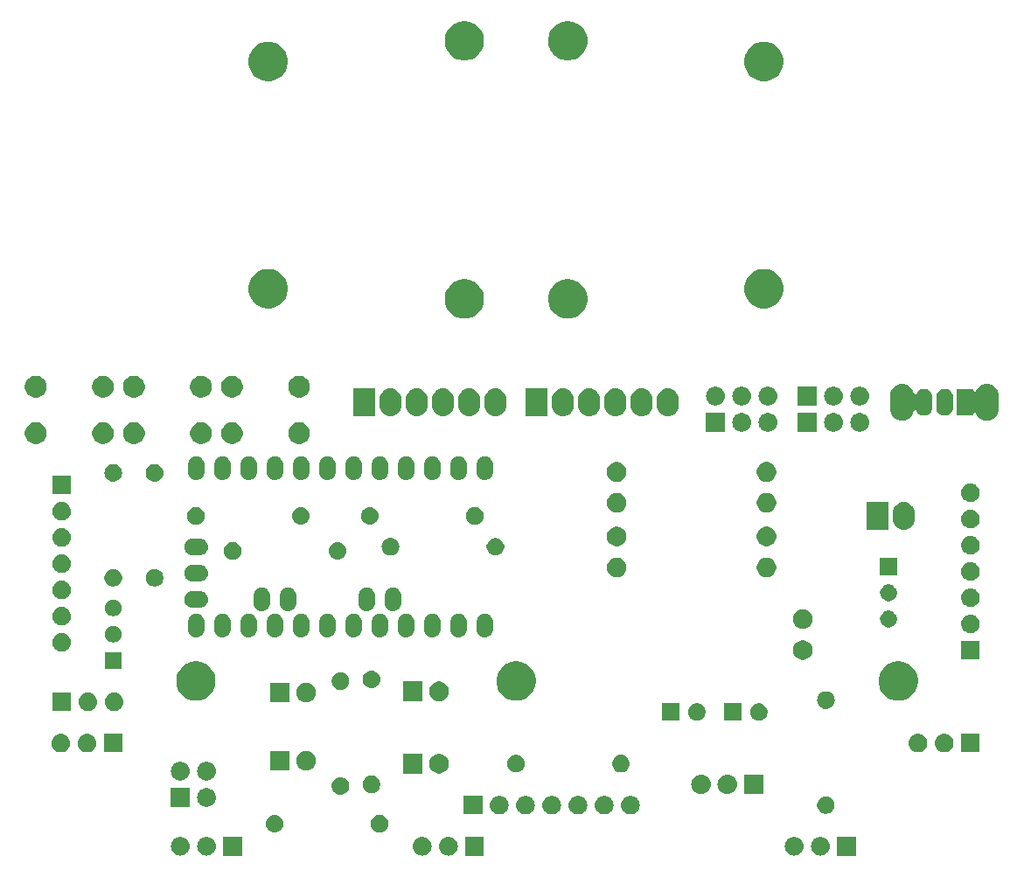
<source format=gbr>
G04 #@! TF.GenerationSoftware,KiCad,Pcbnew,(5.0.2)-1*
G04 #@! TF.CreationDate,2019-01-31T22:52:24+01:00*
G04 #@! TF.ProjectId,v3,76332e6b-6963-4616-945f-706362585858,rev?*
G04 #@! TF.SameCoordinates,Original*
G04 #@! TF.FileFunction,Soldermask,Bot*
G04 #@! TF.FilePolarity,Negative*
%FSLAX46Y46*%
G04 Gerber Fmt 4.6, Leading zero omitted, Abs format (unit mm)*
G04 Created by KiCad (PCBNEW (5.0.2)-1) date 31/01/2019 22:52:24*
%MOMM*%
%LPD*%
G01*
G04 APERTURE LIST*
%ADD10C,0.100000*%
G04 APERTURE END LIST*
D10*
G36*
X68465000Y-117901000D02*
X66663000Y-117901000D01*
X66663000Y-116099000D01*
X68465000Y-116099000D01*
X68465000Y-117901000D01*
X68465000Y-117901000D01*
G37*
G36*
X124570442Y-116105518D02*
X124636627Y-116112037D01*
X124749853Y-116146384D01*
X124806467Y-116163557D01*
X124945087Y-116237652D01*
X124962991Y-116247222D01*
X124998729Y-116276552D01*
X125100186Y-116359814D01*
X125183448Y-116461271D01*
X125212778Y-116497009D01*
X125212779Y-116497011D01*
X125296443Y-116653533D01*
X125296443Y-116653534D01*
X125347963Y-116823373D01*
X125365359Y-117000000D01*
X125347963Y-117176627D01*
X125313616Y-117289853D01*
X125296443Y-117346467D01*
X125222348Y-117485087D01*
X125212778Y-117502991D01*
X125183448Y-117538729D01*
X125100186Y-117640186D01*
X124998729Y-117723448D01*
X124962991Y-117752778D01*
X124962989Y-117752779D01*
X124806467Y-117836443D01*
X124749853Y-117853616D01*
X124636627Y-117887963D01*
X124570442Y-117894482D01*
X124504260Y-117901000D01*
X124415740Y-117901000D01*
X124349558Y-117894482D01*
X124283373Y-117887963D01*
X124170147Y-117853616D01*
X124113533Y-117836443D01*
X123957011Y-117752779D01*
X123957009Y-117752778D01*
X123921271Y-117723448D01*
X123819814Y-117640186D01*
X123736552Y-117538729D01*
X123707222Y-117502991D01*
X123697652Y-117485087D01*
X123623557Y-117346467D01*
X123606384Y-117289853D01*
X123572037Y-117176627D01*
X123554641Y-117000000D01*
X123572037Y-116823373D01*
X123623557Y-116653534D01*
X123623557Y-116653533D01*
X123707221Y-116497011D01*
X123707222Y-116497009D01*
X123736552Y-116461271D01*
X123819814Y-116359814D01*
X123921271Y-116276552D01*
X123957009Y-116247222D01*
X123974913Y-116237652D01*
X124113533Y-116163557D01*
X124170147Y-116146384D01*
X124283373Y-116112037D01*
X124349558Y-116105518D01*
X124415740Y-116099000D01*
X124504260Y-116099000D01*
X124570442Y-116105518D01*
X124570442Y-116105518D01*
G37*
G36*
X122030442Y-116105518D02*
X122096627Y-116112037D01*
X122209853Y-116146384D01*
X122266467Y-116163557D01*
X122405087Y-116237652D01*
X122422991Y-116247222D01*
X122458729Y-116276552D01*
X122560186Y-116359814D01*
X122643448Y-116461271D01*
X122672778Y-116497009D01*
X122672779Y-116497011D01*
X122756443Y-116653533D01*
X122756443Y-116653534D01*
X122807963Y-116823373D01*
X122825359Y-117000000D01*
X122807963Y-117176627D01*
X122773616Y-117289853D01*
X122756443Y-117346467D01*
X122682348Y-117485087D01*
X122672778Y-117502991D01*
X122643448Y-117538729D01*
X122560186Y-117640186D01*
X122458729Y-117723448D01*
X122422991Y-117752778D01*
X122422989Y-117752779D01*
X122266467Y-117836443D01*
X122209853Y-117853616D01*
X122096627Y-117887963D01*
X122030442Y-117894482D01*
X121964260Y-117901000D01*
X121875740Y-117901000D01*
X121809558Y-117894482D01*
X121743373Y-117887963D01*
X121630147Y-117853616D01*
X121573533Y-117836443D01*
X121417011Y-117752779D01*
X121417009Y-117752778D01*
X121381271Y-117723448D01*
X121279814Y-117640186D01*
X121196552Y-117538729D01*
X121167222Y-117502991D01*
X121157652Y-117485087D01*
X121083557Y-117346467D01*
X121066384Y-117289853D01*
X121032037Y-117176627D01*
X121014641Y-117000000D01*
X121032037Y-116823373D01*
X121083557Y-116653534D01*
X121083557Y-116653533D01*
X121167221Y-116497011D01*
X121167222Y-116497009D01*
X121196552Y-116461271D01*
X121279814Y-116359814D01*
X121381271Y-116276552D01*
X121417009Y-116247222D01*
X121434913Y-116237652D01*
X121573533Y-116163557D01*
X121630147Y-116146384D01*
X121743373Y-116112037D01*
X121809558Y-116105518D01*
X121875740Y-116099000D01*
X121964260Y-116099000D01*
X122030442Y-116105518D01*
X122030442Y-116105518D01*
G37*
G36*
X127901000Y-117901000D02*
X126099000Y-117901000D01*
X126099000Y-116099000D01*
X127901000Y-116099000D01*
X127901000Y-117901000D01*
X127901000Y-117901000D01*
G37*
G36*
X91901000Y-117901000D02*
X90099000Y-117901000D01*
X90099000Y-116099000D01*
X91901000Y-116099000D01*
X91901000Y-117901000D01*
X91901000Y-117901000D01*
G37*
G36*
X86030442Y-116105518D02*
X86096627Y-116112037D01*
X86209853Y-116146384D01*
X86266467Y-116163557D01*
X86405087Y-116237652D01*
X86422991Y-116247222D01*
X86458729Y-116276552D01*
X86560186Y-116359814D01*
X86643448Y-116461271D01*
X86672778Y-116497009D01*
X86672779Y-116497011D01*
X86756443Y-116653533D01*
X86756443Y-116653534D01*
X86807963Y-116823373D01*
X86825359Y-117000000D01*
X86807963Y-117176627D01*
X86773616Y-117289853D01*
X86756443Y-117346467D01*
X86682348Y-117485087D01*
X86672778Y-117502991D01*
X86643448Y-117538729D01*
X86560186Y-117640186D01*
X86458729Y-117723448D01*
X86422991Y-117752778D01*
X86422989Y-117752779D01*
X86266467Y-117836443D01*
X86209853Y-117853616D01*
X86096627Y-117887963D01*
X86030442Y-117894482D01*
X85964260Y-117901000D01*
X85875740Y-117901000D01*
X85809558Y-117894482D01*
X85743373Y-117887963D01*
X85630147Y-117853616D01*
X85573533Y-117836443D01*
X85417011Y-117752779D01*
X85417009Y-117752778D01*
X85381271Y-117723448D01*
X85279814Y-117640186D01*
X85196552Y-117538729D01*
X85167222Y-117502991D01*
X85157652Y-117485087D01*
X85083557Y-117346467D01*
X85066384Y-117289853D01*
X85032037Y-117176627D01*
X85014641Y-117000000D01*
X85032037Y-116823373D01*
X85083557Y-116653534D01*
X85083557Y-116653533D01*
X85167221Y-116497011D01*
X85167222Y-116497009D01*
X85196552Y-116461271D01*
X85279814Y-116359814D01*
X85381271Y-116276552D01*
X85417009Y-116247222D01*
X85434913Y-116237652D01*
X85573533Y-116163557D01*
X85630147Y-116146384D01*
X85743373Y-116112037D01*
X85809558Y-116105518D01*
X85875740Y-116099000D01*
X85964260Y-116099000D01*
X86030442Y-116105518D01*
X86030442Y-116105518D01*
G37*
G36*
X88570442Y-116105518D02*
X88636627Y-116112037D01*
X88749853Y-116146384D01*
X88806467Y-116163557D01*
X88945087Y-116237652D01*
X88962991Y-116247222D01*
X88998729Y-116276552D01*
X89100186Y-116359814D01*
X89183448Y-116461271D01*
X89212778Y-116497009D01*
X89212779Y-116497011D01*
X89296443Y-116653533D01*
X89296443Y-116653534D01*
X89347963Y-116823373D01*
X89365359Y-117000000D01*
X89347963Y-117176627D01*
X89313616Y-117289853D01*
X89296443Y-117346467D01*
X89222348Y-117485087D01*
X89212778Y-117502991D01*
X89183448Y-117538729D01*
X89100186Y-117640186D01*
X88998729Y-117723448D01*
X88962991Y-117752778D01*
X88962989Y-117752779D01*
X88806467Y-117836443D01*
X88749853Y-117853616D01*
X88636627Y-117887963D01*
X88570442Y-117894482D01*
X88504260Y-117901000D01*
X88415740Y-117901000D01*
X88349558Y-117894482D01*
X88283373Y-117887963D01*
X88170147Y-117853616D01*
X88113533Y-117836443D01*
X87957011Y-117752779D01*
X87957009Y-117752778D01*
X87921271Y-117723448D01*
X87819814Y-117640186D01*
X87736552Y-117538729D01*
X87707222Y-117502991D01*
X87697652Y-117485087D01*
X87623557Y-117346467D01*
X87606384Y-117289853D01*
X87572037Y-117176627D01*
X87554641Y-117000000D01*
X87572037Y-116823373D01*
X87623557Y-116653534D01*
X87623557Y-116653533D01*
X87707221Y-116497011D01*
X87707222Y-116497009D01*
X87736552Y-116461271D01*
X87819814Y-116359814D01*
X87921271Y-116276552D01*
X87957009Y-116247222D01*
X87974913Y-116237652D01*
X88113533Y-116163557D01*
X88170147Y-116146384D01*
X88283373Y-116112037D01*
X88349558Y-116105518D01*
X88415740Y-116099000D01*
X88504260Y-116099000D01*
X88570442Y-116105518D01*
X88570442Y-116105518D01*
G37*
G36*
X65134442Y-116105518D02*
X65200627Y-116112037D01*
X65313853Y-116146384D01*
X65370467Y-116163557D01*
X65509087Y-116237652D01*
X65526991Y-116247222D01*
X65562729Y-116276552D01*
X65664186Y-116359814D01*
X65747448Y-116461271D01*
X65776778Y-116497009D01*
X65776779Y-116497011D01*
X65860443Y-116653533D01*
X65860443Y-116653534D01*
X65911963Y-116823373D01*
X65929359Y-117000000D01*
X65911963Y-117176627D01*
X65877616Y-117289853D01*
X65860443Y-117346467D01*
X65786348Y-117485087D01*
X65776778Y-117502991D01*
X65747448Y-117538729D01*
X65664186Y-117640186D01*
X65562729Y-117723448D01*
X65526991Y-117752778D01*
X65526989Y-117752779D01*
X65370467Y-117836443D01*
X65313853Y-117853616D01*
X65200627Y-117887963D01*
X65134442Y-117894482D01*
X65068260Y-117901000D01*
X64979740Y-117901000D01*
X64913558Y-117894482D01*
X64847373Y-117887963D01*
X64734147Y-117853616D01*
X64677533Y-117836443D01*
X64521011Y-117752779D01*
X64521009Y-117752778D01*
X64485271Y-117723448D01*
X64383814Y-117640186D01*
X64300552Y-117538729D01*
X64271222Y-117502991D01*
X64261652Y-117485087D01*
X64187557Y-117346467D01*
X64170384Y-117289853D01*
X64136037Y-117176627D01*
X64118641Y-117000000D01*
X64136037Y-116823373D01*
X64187557Y-116653534D01*
X64187557Y-116653533D01*
X64271221Y-116497011D01*
X64271222Y-116497009D01*
X64300552Y-116461271D01*
X64383814Y-116359814D01*
X64485271Y-116276552D01*
X64521009Y-116247222D01*
X64538913Y-116237652D01*
X64677533Y-116163557D01*
X64734147Y-116146384D01*
X64847373Y-116112037D01*
X64913558Y-116105518D01*
X64979740Y-116099000D01*
X65068260Y-116099000D01*
X65134442Y-116105518D01*
X65134442Y-116105518D01*
G37*
G36*
X62594442Y-116105518D02*
X62660627Y-116112037D01*
X62773853Y-116146384D01*
X62830467Y-116163557D01*
X62969087Y-116237652D01*
X62986991Y-116247222D01*
X63022729Y-116276552D01*
X63124186Y-116359814D01*
X63207448Y-116461271D01*
X63236778Y-116497009D01*
X63236779Y-116497011D01*
X63320443Y-116653533D01*
X63320443Y-116653534D01*
X63371963Y-116823373D01*
X63389359Y-117000000D01*
X63371963Y-117176627D01*
X63337616Y-117289853D01*
X63320443Y-117346467D01*
X63246348Y-117485087D01*
X63236778Y-117502991D01*
X63207448Y-117538729D01*
X63124186Y-117640186D01*
X63022729Y-117723448D01*
X62986991Y-117752778D01*
X62986989Y-117752779D01*
X62830467Y-117836443D01*
X62773853Y-117853616D01*
X62660627Y-117887963D01*
X62594442Y-117894482D01*
X62528260Y-117901000D01*
X62439740Y-117901000D01*
X62373558Y-117894482D01*
X62307373Y-117887963D01*
X62194147Y-117853616D01*
X62137533Y-117836443D01*
X61981011Y-117752779D01*
X61981009Y-117752778D01*
X61945271Y-117723448D01*
X61843814Y-117640186D01*
X61760552Y-117538729D01*
X61731222Y-117502991D01*
X61721652Y-117485087D01*
X61647557Y-117346467D01*
X61630384Y-117289853D01*
X61596037Y-117176627D01*
X61578641Y-117000000D01*
X61596037Y-116823373D01*
X61647557Y-116653534D01*
X61647557Y-116653533D01*
X61731221Y-116497011D01*
X61731222Y-116497009D01*
X61760552Y-116461271D01*
X61843814Y-116359814D01*
X61945271Y-116276552D01*
X61981009Y-116247222D01*
X61998913Y-116237652D01*
X62137533Y-116163557D01*
X62194147Y-116146384D01*
X62307373Y-116112037D01*
X62373558Y-116105518D01*
X62439740Y-116099000D01*
X62528260Y-116099000D01*
X62594442Y-116105518D01*
X62594442Y-116105518D01*
G37*
G36*
X71794821Y-113969313D02*
X71794824Y-113969314D01*
X71794825Y-113969314D01*
X71955239Y-114017975D01*
X71955241Y-114017976D01*
X71955244Y-114017977D01*
X72103078Y-114096995D01*
X72232659Y-114203341D01*
X72339005Y-114332922D01*
X72418023Y-114480756D01*
X72418024Y-114480759D01*
X72418025Y-114480761D01*
X72466686Y-114641175D01*
X72466687Y-114641179D01*
X72483117Y-114808000D01*
X72466687Y-114974821D01*
X72466686Y-114974824D01*
X72466686Y-114974825D01*
X72441993Y-115056228D01*
X72418023Y-115135244D01*
X72339005Y-115283078D01*
X72232659Y-115412659D01*
X72103078Y-115519005D01*
X71955244Y-115598023D01*
X71955241Y-115598024D01*
X71955239Y-115598025D01*
X71794825Y-115646686D01*
X71794824Y-115646686D01*
X71794821Y-115646687D01*
X71669804Y-115659000D01*
X71586196Y-115659000D01*
X71461179Y-115646687D01*
X71461176Y-115646686D01*
X71461175Y-115646686D01*
X71300761Y-115598025D01*
X71300759Y-115598024D01*
X71300756Y-115598023D01*
X71152922Y-115519005D01*
X71023341Y-115412659D01*
X70916995Y-115283078D01*
X70837977Y-115135244D01*
X70814008Y-115056228D01*
X70789314Y-114974825D01*
X70789314Y-114974824D01*
X70789313Y-114974821D01*
X70772883Y-114808000D01*
X70789313Y-114641179D01*
X70789314Y-114641175D01*
X70837975Y-114480761D01*
X70837976Y-114480759D01*
X70837977Y-114480756D01*
X70916995Y-114332922D01*
X71023341Y-114203341D01*
X71152922Y-114096995D01*
X71300756Y-114017977D01*
X71300759Y-114017976D01*
X71300761Y-114017975D01*
X71461175Y-113969314D01*
X71461176Y-113969314D01*
X71461179Y-113969313D01*
X71586196Y-113957000D01*
X71669804Y-113957000D01*
X71794821Y-113969313D01*
X71794821Y-113969313D01*
G37*
G36*
X82036228Y-113989703D02*
X82191100Y-114053853D01*
X82330481Y-114146985D01*
X82449015Y-114265519D01*
X82542147Y-114404900D01*
X82606297Y-114559772D01*
X82639000Y-114724184D01*
X82639000Y-114891816D01*
X82606297Y-115056228D01*
X82542147Y-115211100D01*
X82449015Y-115350481D01*
X82330481Y-115469015D01*
X82191100Y-115562147D01*
X82036228Y-115626297D01*
X81871816Y-115659000D01*
X81704184Y-115659000D01*
X81539772Y-115626297D01*
X81384900Y-115562147D01*
X81245519Y-115469015D01*
X81126985Y-115350481D01*
X81033853Y-115211100D01*
X80969703Y-115056228D01*
X80937000Y-114891816D01*
X80937000Y-114724184D01*
X80969703Y-114559772D01*
X81033853Y-114404900D01*
X81126985Y-114265519D01*
X81245519Y-114146985D01*
X81384900Y-114053853D01*
X81539772Y-113989703D01*
X81704184Y-113957000D01*
X81871816Y-113957000D01*
X82036228Y-113989703D01*
X82036228Y-113989703D01*
G37*
G36*
X106190442Y-112105518D02*
X106256627Y-112112037D01*
X106369853Y-112146384D01*
X106426467Y-112163557D01*
X106565087Y-112237652D01*
X106582991Y-112247222D01*
X106608309Y-112268000D01*
X106720186Y-112359814D01*
X106789789Y-112444627D01*
X106832778Y-112497009D01*
X106832779Y-112497011D01*
X106916443Y-112653533D01*
X106916443Y-112653534D01*
X106967963Y-112823373D01*
X106985359Y-113000000D01*
X106967963Y-113176627D01*
X106946243Y-113248228D01*
X106916443Y-113346467D01*
X106842348Y-113485087D01*
X106832778Y-113502991D01*
X106803448Y-113538729D01*
X106720186Y-113640186D01*
X106618729Y-113723448D01*
X106582991Y-113752778D01*
X106582989Y-113752779D01*
X106426467Y-113836443D01*
X106378478Y-113851000D01*
X106256627Y-113887963D01*
X106190443Y-113894481D01*
X106124260Y-113901000D01*
X106035740Y-113901000D01*
X105969557Y-113894481D01*
X105903373Y-113887963D01*
X105781522Y-113851000D01*
X105733533Y-113836443D01*
X105577011Y-113752779D01*
X105577009Y-113752778D01*
X105541271Y-113723448D01*
X105439814Y-113640186D01*
X105356552Y-113538729D01*
X105327222Y-113502991D01*
X105317652Y-113485087D01*
X105243557Y-113346467D01*
X105213757Y-113248228D01*
X105192037Y-113176627D01*
X105174641Y-113000000D01*
X105192037Y-112823373D01*
X105243557Y-112653534D01*
X105243557Y-112653533D01*
X105327221Y-112497011D01*
X105327222Y-112497009D01*
X105370211Y-112444627D01*
X105439814Y-112359814D01*
X105551691Y-112268000D01*
X105577009Y-112247222D01*
X105594913Y-112237652D01*
X105733533Y-112163557D01*
X105790147Y-112146384D01*
X105903373Y-112112037D01*
X105969558Y-112105518D01*
X106035740Y-112099000D01*
X106124260Y-112099000D01*
X106190442Y-112105518D01*
X106190442Y-112105518D01*
G37*
G36*
X103650442Y-112105518D02*
X103716627Y-112112037D01*
X103829853Y-112146384D01*
X103886467Y-112163557D01*
X104025087Y-112237652D01*
X104042991Y-112247222D01*
X104068309Y-112268000D01*
X104180186Y-112359814D01*
X104249789Y-112444627D01*
X104292778Y-112497009D01*
X104292779Y-112497011D01*
X104376443Y-112653533D01*
X104376443Y-112653534D01*
X104427963Y-112823373D01*
X104445359Y-113000000D01*
X104427963Y-113176627D01*
X104406243Y-113248228D01*
X104376443Y-113346467D01*
X104302348Y-113485087D01*
X104292778Y-113502991D01*
X104263448Y-113538729D01*
X104180186Y-113640186D01*
X104078729Y-113723448D01*
X104042991Y-113752778D01*
X104042989Y-113752779D01*
X103886467Y-113836443D01*
X103838478Y-113851000D01*
X103716627Y-113887963D01*
X103650443Y-113894481D01*
X103584260Y-113901000D01*
X103495740Y-113901000D01*
X103429557Y-113894481D01*
X103363373Y-113887963D01*
X103241522Y-113851000D01*
X103193533Y-113836443D01*
X103037011Y-113752779D01*
X103037009Y-113752778D01*
X103001271Y-113723448D01*
X102899814Y-113640186D01*
X102816552Y-113538729D01*
X102787222Y-113502991D01*
X102777652Y-113485087D01*
X102703557Y-113346467D01*
X102673757Y-113248228D01*
X102652037Y-113176627D01*
X102634641Y-113000000D01*
X102652037Y-112823373D01*
X102703557Y-112653534D01*
X102703557Y-112653533D01*
X102787221Y-112497011D01*
X102787222Y-112497009D01*
X102830211Y-112444627D01*
X102899814Y-112359814D01*
X103011691Y-112268000D01*
X103037009Y-112247222D01*
X103054913Y-112237652D01*
X103193533Y-112163557D01*
X103250147Y-112146384D01*
X103363373Y-112112037D01*
X103429558Y-112105518D01*
X103495740Y-112099000D01*
X103584260Y-112099000D01*
X103650442Y-112105518D01*
X103650442Y-112105518D01*
G37*
G36*
X101110442Y-112105518D02*
X101176627Y-112112037D01*
X101289853Y-112146384D01*
X101346467Y-112163557D01*
X101485087Y-112237652D01*
X101502991Y-112247222D01*
X101528309Y-112268000D01*
X101640186Y-112359814D01*
X101709789Y-112444627D01*
X101752778Y-112497009D01*
X101752779Y-112497011D01*
X101836443Y-112653533D01*
X101836443Y-112653534D01*
X101887963Y-112823373D01*
X101905359Y-113000000D01*
X101887963Y-113176627D01*
X101866243Y-113248228D01*
X101836443Y-113346467D01*
X101762348Y-113485087D01*
X101752778Y-113502991D01*
X101723448Y-113538729D01*
X101640186Y-113640186D01*
X101538729Y-113723448D01*
X101502991Y-113752778D01*
X101502989Y-113752779D01*
X101346467Y-113836443D01*
X101298478Y-113851000D01*
X101176627Y-113887963D01*
X101110443Y-113894481D01*
X101044260Y-113901000D01*
X100955740Y-113901000D01*
X100889557Y-113894481D01*
X100823373Y-113887963D01*
X100701522Y-113851000D01*
X100653533Y-113836443D01*
X100497011Y-113752779D01*
X100497009Y-113752778D01*
X100461271Y-113723448D01*
X100359814Y-113640186D01*
X100276552Y-113538729D01*
X100247222Y-113502991D01*
X100237652Y-113485087D01*
X100163557Y-113346467D01*
X100133757Y-113248228D01*
X100112037Y-113176627D01*
X100094641Y-113000000D01*
X100112037Y-112823373D01*
X100163557Y-112653534D01*
X100163557Y-112653533D01*
X100247221Y-112497011D01*
X100247222Y-112497009D01*
X100290211Y-112444627D01*
X100359814Y-112359814D01*
X100471691Y-112268000D01*
X100497009Y-112247222D01*
X100514913Y-112237652D01*
X100653533Y-112163557D01*
X100710147Y-112146384D01*
X100823373Y-112112037D01*
X100889558Y-112105518D01*
X100955740Y-112099000D01*
X101044260Y-112099000D01*
X101110442Y-112105518D01*
X101110442Y-112105518D01*
G37*
G36*
X98570442Y-112105518D02*
X98636627Y-112112037D01*
X98749853Y-112146384D01*
X98806467Y-112163557D01*
X98945087Y-112237652D01*
X98962991Y-112247222D01*
X98988309Y-112268000D01*
X99100186Y-112359814D01*
X99169789Y-112444627D01*
X99212778Y-112497009D01*
X99212779Y-112497011D01*
X99296443Y-112653533D01*
X99296443Y-112653534D01*
X99347963Y-112823373D01*
X99365359Y-113000000D01*
X99347963Y-113176627D01*
X99326243Y-113248228D01*
X99296443Y-113346467D01*
X99222348Y-113485087D01*
X99212778Y-113502991D01*
X99183448Y-113538729D01*
X99100186Y-113640186D01*
X98998729Y-113723448D01*
X98962991Y-113752778D01*
X98962989Y-113752779D01*
X98806467Y-113836443D01*
X98758478Y-113851000D01*
X98636627Y-113887963D01*
X98570443Y-113894481D01*
X98504260Y-113901000D01*
X98415740Y-113901000D01*
X98349557Y-113894481D01*
X98283373Y-113887963D01*
X98161522Y-113851000D01*
X98113533Y-113836443D01*
X97957011Y-113752779D01*
X97957009Y-113752778D01*
X97921271Y-113723448D01*
X97819814Y-113640186D01*
X97736552Y-113538729D01*
X97707222Y-113502991D01*
X97697652Y-113485087D01*
X97623557Y-113346467D01*
X97593757Y-113248228D01*
X97572037Y-113176627D01*
X97554641Y-113000000D01*
X97572037Y-112823373D01*
X97623557Y-112653534D01*
X97623557Y-112653533D01*
X97707221Y-112497011D01*
X97707222Y-112497009D01*
X97750211Y-112444627D01*
X97819814Y-112359814D01*
X97931691Y-112268000D01*
X97957009Y-112247222D01*
X97974913Y-112237652D01*
X98113533Y-112163557D01*
X98170147Y-112146384D01*
X98283373Y-112112037D01*
X98349558Y-112105518D01*
X98415740Y-112099000D01*
X98504260Y-112099000D01*
X98570442Y-112105518D01*
X98570442Y-112105518D01*
G37*
G36*
X96030442Y-112105518D02*
X96096627Y-112112037D01*
X96209853Y-112146384D01*
X96266467Y-112163557D01*
X96405087Y-112237652D01*
X96422991Y-112247222D01*
X96448309Y-112268000D01*
X96560186Y-112359814D01*
X96629789Y-112444627D01*
X96672778Y-112497009D01*
X96672779Y-112497011D01*
X96756443Y-112653533D01*
X96756443Y-112653534D01*
X96807963Y-112823373D01*
X96825359Y-113000000D01*
X96807963Y-113176627D01*
X96786243Y-113248228D01*
X96756443Y-113346467D01*
X96682348Y-113485087D01*
X96672778Y-113502991D01*
X96643448Y-113538729D01*
X96560186Y-113640186D01*
X96458729Y-113723448D01*
X96422991Y-113752778D01*
X96422989Y-113752779D01*
X96266467Y-113836443D01*
X96218478Y-113851000D01*
X96096627Y-113887963D01*
X96030443Y-113894481D01*
X95964260Y-113901000D01*
X95875740Y-113901000D01*
X95809557Y-113894481D01*
X95743373Y-113887963D01*
X95621522Y-113851000D01*
X95573533Y-113836443D01*
X95417011Y-113752779D01*
X95417009Y-113752778D01*
X95381271Y-113723448D01*
X95279814Y-113640186D01*
X95196552Y-113538729D01*
X95167222Y-113502991D01*
X95157652Y-113485087D01*
X95083557Y-113346467D01*
X95053757Y-113248228D01*
X95032037Y-113176627D01*
X95014641Y-113000000D01*
X95032037Y-112823373D01*
X95083557Y-112653534D01*
X95083557Y-112653533D01*
X95167221Y-112497011D01*
X95167222Y-112497009D01*
X95210211Y-112444627D01*
X95279814Y-112359814D01*
X95391691Y-112268000D01*
X95417009Y-112247222D01*
X95434913Y-112237652D01*
X95573533Y-112163557D01*
X95630147Y-112146384D01*
X95743373Y-112112037D01*
X95809558Y-112105518D01*
X95875740Y-112099000D01*
X95964260Y-112099000D01*
X96030442Y-112105518D01*
X96030442Y-112105518D01*
G37*
G36*
X93490442Y-112105518D02*
X93556627Y-112112037D01*
X93669853Y-112146384D01*
X93726467Y-112163557D01*
X93865087Y-112237652D01*
X93882991Y-112247222D01*
X93908309Y-112268000D01*
X94020186Y-112359814D01*
X94089789Y-112444627D01*
X94132778Y-112497009D01*
X94132779Y-112497011D01*
X94216443Y-112653533D01*
X94216443Y-112653534D01*
X94267963Y-112823373D01*
X94285359Y-113000000D01*
X94267963Y-113176627D01*
X94246243Y-113248228D01*
X94216443Y-113346467D01*
X94142348Y-113485087D01*
X94132778Y-113502991D01*
X94103448Y-113538729D01*
X94020186Y-113640186D01*
X93918729Y-113723448D01*
X93882991Y-113752778D01*
X93882989Y-113752779D01*
X93726467Y-113836443D01*
X93678478Y-113851000D01*
X93556627Y-113887963D01*
X93490443Y-113894481D01*
X93424260Y-113901000D01*
X93335740Y-113901000D01*
X93269557Y-113894481D01*
X93203373Y-113887963D01*
X93081522Y-113851000D01*
X93033533Y-113836443D01*
X92877011Y-113752779D01*
X92877009Y-113752778D01*
X92841271Y-113723448D01*
X92739814Y-113640186D01*
X92656552Y-113538729D01*
X92627222Y-113502991D01*
X92617652Y-113485087D01*
X92543557Y-113346467D01*
X92513757Y-113248228D01*
X92492037Y-113176627D01*
X92474641Y-113000000D01*
X92492037Y-112823373D01*
X92543557Y-112653534D01*
X92543557Y-112653533D01*
X92627221Y-112497011D01*
X92627222Y-112497009D01*
X92670211Y-112444627D01*
X92739814Y-112359814D01*
X92851691Y-112268000D01*
X92877009Y-112247222D01*
X92894913Y-112237652D01*
X93033533Y-112163557D01*
X93090147Y-112146384D01*
X93203373Y-112112037D01*
X93269558Y-112105518D01*
X93335740Y-112099000D01*
X93424260Y-112099000D01*
X93490442Y-112105518D01*
X93490442Y-112105518D01*
G37*
G36*
X91741000Y-113901000D02*
X89939000Y-113901000D01*
X89939000Y-112099000D01*
X91741000Y-112099000D01*
X91741000Y-113901000D01*
X91741000Y-113901000D01*
G37*
G36*
X125248228Y-112181703D02*
X125403100Y-112245853D01*
X125542481Y-112338985D01*
X125661015Y-112457519D01*
X125754147Y-112596900D01*
X125818297Y-112751772D01*
X125851000Y-112916184D01*
X125851000Y-113083816D01*
X125818297Y-113248228D01*
X125754147Y-113403100D01*
X125661015Y-113542481D01*
X125542481Y-113661015D01*
X125403100Y-113754147D01*
X125248228Y-113818297D01*
X125083816Y-113851000D01*
X124916184Y-113851000D01*
X124751772Y-113818297D01*
X124596900Y-113754147D01*
X124457519Y-113661015D01*
X124338985Y-113542481D01*
X124245853Y-113403100D01*
X124181703Y-113248228D01*
X124149000Y-113083816D01*
X124149000Y-112916184D01*
X124181703Y-112751772D01*
X124245853Y-112596900D01*
X124338985Y-112457519D01*
X124457519Y-112338985D01*
X124596900Y-112245853D01*
X124751772Y-112181703D01*
X124916184Y-112149000D01*
X125083816Y-112149000D01*
X125248228Y-112181703D01*
X125248228Y-112181703D01*
G37*
G36*
X65134443Y-111373519D02*
X65200627Y-111380037D01*
X65313853Y-111414384D01*
X65370467Y-111431557D01*
X65474639Y-111487239D01*
X65526991Y-111515222D01*
X65560206Y-111542481D01*
X65664186Y-111627814D01*
X65747448Y-111729271D01*
X65776778Y-111765009D01*
X65776779Y-111765011D01*
X65860443Y-111921533D01*
X65877616Y-111978147D01*
X65911963Y-112091373D01*
X65929359Y-112268000D01*
X65911963Y-112444627D01*
X65877616Y-112557853D01*
X65860443Y-112614467D01*
X65839561Y-112653533D01*
X65776778Y-112770991D01*
X65747448Y-112806729D01*
X65664186Y-112908186D01*
X65562729Y-112991448D01*
X65526991Y-113020778D01*
X65526989Y-113020779D01*
X65370467Y-113104443D01*
X65313853Y-113121616D01*
X65200627Y-113155963D01*
X65134442Y-113162482D01*
X65068260Y-113169000D01*
X64979740Y-113169000D01*
X64913558Y-113162482D01*
X64847373Y-113155963D01*
X64734147Y-113121616D01*
X64677533Y-113104443D01*
X64521011Y-113020779D01*
X64521009Y-113020778D01*
X64485271Y-112991448D01*
X64383814Y-112908186D01*
X64300552Y-112806729D01*
X64271222Y-112770991D01*
X64208439Y-112653533D01*
X64187557Y-112614467D01*
X64170384Y-112557853D01*
X64136037Y-112444627D01*
X64118641Y-112268000D01*
X64136037Y-112091373D01*
X64170384Y-111978147D01*
X64187557Y-111921533D01*
X64271221Y-111765011D01*
X64271222Y-111765009D01*
X64300552Y-111729271D01*
X64383814Y-111627814D01*
X64487794Y-111542481D01*
X64521009Y-111515222D01*
X64573361Y-111487239D01*
X64677533Y-111431557D01*
X64734147Y-111414384D01*
X64847373Y-111380037D01*
X64913557Y-111373519D01*
X64979740Y-111367000D01*
X65068260Y-111367000D01*
X65134443Y-111373519D01*
X65134443Y-111373519D01*
G37*
G36*
X63385000Y-113169000D02*
X61583000Y-113169000D01*
X61583000Y-111367000D01*
X63385000Y-111367000D01*
X63385000Y-113169000D01*
X63385000Y-113169000D01*
G37*
G36*
X78166821Y-110321313D02*
X78166824Y-110321314D01*
X78166825Y-110321314D01*
X78327239Y-110369975D01*
X78327241Y-110369976D01*
X78327244Y-110369977D01*
X78475078Y-110448995D01*
X78604659Y-110555341D01*
X78711005Y-110684922D01*
X78790023Y-110832756D01*
X78838687Y-110993179D01*
X78855117Y-111160000D01*
X78838687Y-111326821D01*
X78838686Y-111326824D01*
X78838686Y-111326825D01*
X78826896Y-111365693D01*
X78790023Y-111487244D01*
X78711005Y-111635078D01*
X78604659Y-111764659D01*
X78475078Y-111871005D01*
X78327244Y-111950023D01*
X78327241Y-111950024D01*
X78327239Y-111950025D01*
X78166825Y-111998686D01*
X78166824Y-111998686D01*
X78166821Y-111998687D01*
X78041804Y-112011000D01*
X77958196Y-112011000D01*
X77833179Y-111998687D01*
X77833176Y-111998686D01*
X77833175Y-111998686D01*
X77672761Y-111950025D01*
X77672759Y-111950024D01*
X77672756Y-111950023D01*
X77524922Y-111871005D01*
X77395341Y-111764659D01*
X77288995Y-111635078D01*
X77209977Y-111487244D01*
X77173105Y-111365693D01*
X77161314Y-111326825D01*
X77161314Y-111326824D01*
X77161313Y-111326821D01*
X77144883Y-111160000D01*
X77161313Y-110993179D01*
X77209977Y-110832756D01*
X77288995Y-110684922D01*
X77395341Y-110555341D01*
X77524922Y-110448995D01*
X77672756Y-110369977D01*
X77672759Y-110369976D01*
X77672761Y-110369975D01*
X77833175Y-110321314D01*
X77833176Y-110321314D01*
X77833179Y-110321313D01*
X77958196Y-110309000D01*
X78041804Y-110309000D01*
X78166821Y-110321313D01*
X78166821Y-110321313D01*
G37*
G36*
X118951000Y-111951000D02*
X117049000Y-111951000D01*
X117049000Y-110049000D01*
X118951000Y-110049000D01*
X118951000Y-111951000D01*
X118951000Y-111951000D01*
G37*
G36*
X115646425Y-110062760D02*
X115646428Y-110062761D01*
X115646429Y-110062761D01*
X115825693Y-110117140D01*
X115825695Y-110117141D01*
X115990905Y-110205448D01*
X116135712Y-110324288D01*
X116254552Y-110469095D01*
X116333055Y-110615963D01*
X116342860Y-110634307D01*
X116397239Y-110813571D01*
X116397240Y-110813575D01*
X116415601Y-111000000D01*
X116397240Y-111186425D01*
X116397239Y-111186428D01*
X116397239Y-111186429D01*
X116354652Y-111326821D01*
X116342859Y-111365695D01*
X116254552Y-111530905D01*
X116135712Y-111675712D01*
X115990905Y-111794552D01*
X115990903Y-111794553D01*
X115825693Y-111882860D01*
X115646429Y-111937239D01*
X115646428Y-111937239D01*
X115646425Y-111937240D01*
X115506718Y-111951000D01*
X115413282Y-111951000D01*
X115273575Y-111937240D01*
X115273572Y-111937239D01*
X115273571Y-111937239D01*
X115094307Y-111882860D01*
X114929097Y-111794553D01*
X114929095Y-111794552D01*
X114784288Y-111675712D01*
X114665448Y-111530905D01*
X114577141Y-111365695D01*
X114565349Y-111326821D01*
X114522761Y-111186429D01*
X114522761Y-111186428D01*
X114522760Y-111186425D01*
X114504399Y-111000000D01*
X114522760Y-110813575D01*
X114522761Y-110813571D01*
X114577140Y-110634307D01*
X114586945Y-110615963D01*
X114665448Y-110469095D01*
X114784288Y-110324288D01*
X114929095Y-110205448D01*
X115094305Y-110117141D01*
X115094307Y-110117140D01*
X115273571Y-110062761D01*
X115273572Y-110062761D01*
X115273575Y-110062760D01*
X115413282Y-110049000D01*
X115506718Y-110049000D01*
X115646425Y-110062760D01*
X115646425Y-110062760D01*
G37*
G36*
X113106425Y-110062760D02*
X113106428Y-110062761D01*
X113106429Y-110062761D01*
X113285693Y-110117140D01*
X113285695Y-110117141D01*
X113450905Y-110205448D01*
X113595712Y-110324288D01*
X113714552Y-110469095D01*
X113793055Y-110615963D01*
X113802860Y-110634307D01*
X113857239Y-110813571D01*
X113857240Y-110813575D01*
X113875601Y-111000000D01*
X113857240Y-111186425D01*
X113857239Y-111186428D01*
X113857239Y-111186429D01*
X113814652Y-111326821D01*
X113802859Y-111365695D01*
X113714552Y-111530905D01*
X113595712Y-111675712D01*
X113450905Y-111794552D01*
X113450903Y-111794553D01*
X113285693Y-111882860D01*
X113106429Y-111937239D01*
X113106428Y-111937239D01*
X113106425Y-111937240D01*
X112966718Y-111951000D01*
X112873282Y-111951000D01*
X112733575Y-111937240D01*
X112733572Y-111937239D01*
X112733571Y-111937239D01*
X112554307Y-111882860D01*
X112389097Y-111794553D01*
X112389095Y-111794552D01*
X112244288Y-111675712D01*
X112125448Y-111530905D01*
X112037141Y-111365695D01*
X112025349Y-111326821D01*
X111982761Y-111186429D01*
X111982761Y-111186428D01*
X111982760Y-111186425D01*
X111964399Y-111000000D01*
X111982760Y-110813575D01*
X111982761Y-110813571D01*
X112037140Y-110634307D01*
X112046945Y-110615963D01*
X112125448Y-110469095D01*
X112244288Y-110324288D01*
X112389095Y-110205448D01*
X112554305Y-110117141D01*
X112554307Y-110117140D01*
X112733571Y-110062761D01*
X112733572Y-110062761D01*
X112733575Y-110062760D01*
X112873282Y-110049000D01*
X112966718Y-110049000D01*
X113106425Y-110062760D01*
X113106425Y-110062760D01*
G37*
G36*
X81248228Y-110181703D02*
X81403100Y-110245853D01*
X81542481Y-110338985D01*
X81661015Y-110457519D01*
X81754147Y-110596900D01*
X81818297Y-110751772D01*
X81851000Y-110916184D01*
X81851000Y-111083816D01*
X81818297Y-111248228D01*
X81754147Y-111403100D01*
X81661015Y-111542481D01*
X81542481Y-111661015D01*
X81403100Y-111754147D01*
X81248228Y-111818297D01*
X81083816Y-111851000D01*
X80916184Y-111851000D01*
X80751772Y-111818297D01*
X80596900Y-111754147D01*
X80457519Y-111661015D01*
X80338985Y-111542481D01*
X80245853Y-111403100D01*
X80181703Y-111248228D01*
X80149000Y-111083816D01*
X80149000Y-110916184D01*
X80181703Y-110751772D01*
X80245853Y-110596900D01*
X80338985Y-110457519D01*
X80457519Y-110338985D01*
X80596900Y-110245853D01*
X80751772Y-110181703D01*
X80916184Y-110149000D01*
X81083816Y-110149000D01*
X81248228Y-110181703D01*
X81248228Y-110181703D01*
G37*
G36*
X65134443Y-108833519D02*
X65200627Y-108840037D01*
X65313853Y-108874384D01*
X65370467Y-108891557D01*
X65416540Y-108916184D01*
X65526991Y-108975222D01*
X65544262Y-108989396D01*
X65664186Y-109087814D01*
X65747448Y-109189271D01*
X65776778Y-109225009D01*
X65776779Y-109225011D01*
X65860443Y-109381533D01*
X65860443Y-109381534D01*
X65911963Y-109551373D01*
X65929359Y-109728000D01*
X65911963Y-109904627D01*
X65897896Y-109951000D01*
X65860443Y-110074467D01*
X65803123Y-110181703D01*
X65776778Y-110230991D01*
X65764581Y-110245853D01*
X65664186Y-110368186D01*
X65565718Y-110448995D01*
X65526991Y-110480778D01*
X65526989Y-110480779D01*
X65370467Y-110564443D01*
X65313853Y-110581616D01*
X65200627Y-110615963D01*
X65134442Y-110622482D01*
X65068260Y-110629000D01*
X64979740Y-110629000D01*
X64913558Y-110622482D01*
X64847373Y-110615963D01*
X64734147Y-110581616D01*
X64677533Y-110564443D01*
X64521011Y-110480779D01*
X64521009Y-110480778D01*
X64482282Y-110448995D01*
X64383814Y-110368186D01*
X64283419Y-110245853D01*
X64271222Y-110230991D01*
X64244877Y-110181703D01*
X64187557Y-110074467D01*
X64150104Y-109951000D01*
X64136037Y-109904627D01*
X64118641Y-109728000D01*
X64136037Y-109551373D01*
X64187557Y-109381534D01*
X64187557Y-109381533D01*
X64271221Y-109225011D01*
X64271222Y-109225009D01*
X64300552Y-109189271D01*
X64383814Y-109087814D01*
X64503738Y-108989396D01*
X64521009Y-108975222D01*
X64631460Y-108916184D01*
X64677533Y-108891557D01*
X64734147Y-108874384D01*
X64847373Y-108840037D01*
X64913557Y-108833519D01*
X64979740Y-108827000D01*
X65068260Y-108827000D01*
X65134443Y-108833519D01*
X65134443Y-108833519D01*
G37*
G36*
X62594443Y-108833519D02*
X62660627Y-108840037D01*
X62773853Y-108874384D01*
X62830467Y-108891557D01*
X62876540Y-108916184D01*
X62986991Y-108975222D01*
X63004262Y-108989396D01*
X63124186Y-109087814D01*
X63207448Y-109189271D01*
X63236778Y-109225009D01*
X63236779Y-109225011D01*
X63320443Y-109381533D01*
X63320443Y-109381534D01*
X63371963Y-109551373D01*
X63389359Y-109728000D01*
X63371963Y-109904627D01*
X63357896Y-109951000D01*
X63320443Y-110074467D01*
X63263123Y-110181703D01*
X63236778Y-110230991D01*
X63224581Y-110245853D01*
X63124186Y-110368186D01*
X63025718Y-110448995D01*
X62986991Y-110480778D01*
X62986989Y-110480779D01*
X62830467Y-110564443D01*
X62773853Y-110581616D01*
X62660627Y-110615963D01*
X62594442Y-110622482D01*
X62528260Y-110629000D01*
X62439740Y-110629000D01*
X62373558Y-110622482D01*
X62307373Y-110615963D01*
X62194147Y-110581616D01*
X62137533Y-110564443D01*
X61981011Y-110480779D01*
X61981009Y-110480778D01*
X61942282Y-110448995D01*
X61843814Y-110368186D01*
X61743419Y-110245853D01*
X61731222Y-110230991D01*
X61704877Y-110181703D01*
X61647557Y-110074467D01*
X61610104Y-109951000D01*
X61596037Y-109904627D01*
X61578641Y-109728000D01*
X61596037Y-109551373D01*
X61647557Y-109381534D01*
X61647557Y-109381533D01*
X61731221Y-109225011D01*
X61731222Y-109225009D01*
X61760552Y-109189271D01*
X61843814Y-109087814D01*
X61963738Y-108989396D01*
X61981009Y-108975222D01*
X62091460Y-108916184D01*
X62137533Y-108891557D01*
X62194147Y-108874384D01*
X62307373Y-108840037D01*
X62373557Y-108833519D01*
X62439740Y-108827000D01*
X62528260Y-108827000D01*
X62594443Y-108833519D01*
X62594443Y-108833519D01*
G37*
G36*
X85951000Y-109951000D02*
X84049000Y-109951000D01*
X84049000Y-108049000D01*
X85951000Y-108049000D01*
X85951000Y-109951000D01*
X85951000Y-109951000D01*
G37*
G36*
X87817396Y-108085546D02*
X87990466Y-108157234D01*
X88146230Y-108261312D01*
X88278688Y-108393770D01*
X88382766Y-108549534D01*
X88454454Y-108722604D01*
X88491000Y-108906333D01*
X88491000Y-109093667D01*
X88454454Y-109277396D01*
X88382766Y-109450466D01*
X88278688Y-109606230D01*
X88146230Y-109738688D01*
X87990466Y-109842766D01*
X87817396Y-109914454D01*
X87633667Y-109951000D01*
X87446333Y-109951000D01*
X87262604Y-109914454D01*
X87089534Y-109842766D01*
X86933770Y-109738688D01*
X86801312Y-109606230D01*
X86697234Y-109450466D01*
X86625546Y-109277396D01*
X86589000Y-109093667D01*
X86589000Y-108906333D01*
X86625546Y-108722604D01*
X86697234Y-108549534D01*
X86801312Y-108393770D01*
X86933770Y-108261312D01*
X87089534Y-108157234D01*
X87262604Y-108085546D01*
X87446333Y-108049000D01*
X87633667Y-108049000D01*
X87817396Y-108085546D01*
X87817396Y-108085546D01*
G37*
G36*
X105326821Y-108161313D02*
X105326824Y-108161314D01*
X105326825Y-108161314D01*
X105487239Y-108209975D01*
X105487241Y-108209976D01*
X105487244Y-108209977D01*
X105635078Y-108288995D01*
X105764659Y-108395341D01*
X105871005Y-108524922D01*
X105950023Y-108672756D01*
X105950024Y-108672759D01*
X105950025Y-108672761D01*
X105996813Y-108827000D01*
X105998687Y-108833179D01*
X106015117Y-109000000D01*
X105998687Y-109166821D01*
X105998686Y-109166824D01*
X105998686Y-109166825D01*
X105952758Y-109318230D01*
X105950023Y-109327244D01*
X105871005Y-109475078D01*
X105764659Y-109604659D01*
X105635078Y-109711005D01*
X105487244Y-109790023D01*
X105487241Y-109790024D01*
X105487239Y-109790025D01*
X105326825Y-109838686D01*
X105326824Y-109838686D01*
X105326821Y-109838687D01*
X105201804Y-109851000D01*
X105118196Y-109851000D01*
X104993179Y-109838687D01*
X104993176Y-109838686D01*
X104993175Y-109838686D01*
X104832761Y-109790025D01*
X104832759Y-109790024D01*
X104832756Y-109790023D01*
X104684922Y-109711005D01*
X104555341Y-109604659D01*
X104448995Y-109475078D01*
X104369977Y-109327244D01*
X104367243Y-109318230D01*
X104321314Y-109166825D01*
X104321314Y-109166824D01*
X104321313Y-109166821D01*
X104304883Y-109000000D01*
X104321313Y-108833179D01*
X104323187Y-108827000D01*
X104369975Y-108672761D01*
X104369976Y-108672759D01*
X104369977Y-108672756D01*
X104448995Y-108524922D01*
X104555341Y-108395341D01*
X104684922Y-108288995D01*
X104832756Y-108209977D01*
X104832759Y-108209976D01*
X104832761Y-108209975D01*
X104993175Y-108161314D01*
X104993176Y-108161314D01*
X104993179Y-108161313D01*
X105118196Y-108149000D01*
X105201804Y-108149000D01*
X105326821Y-108161313D01*
X105326821Y-108161313D01*
G37*
G36*
X95248228Y-108181703D02*
X95403100Y-108245853D01*
X95542481Y-108338985D01*
X95661015Y-108457519D01*
X95754147Y-108596900D01*
X95818297Y-108751772D01*
X95851000Y-108916184D01*
X95851000Y-109083816D01*
X95818297Y-109248228D01*
X95754147Y-109403100D01*
X95661015Y-109542481D01*
X95542481Y-109661015D01*
X95403100Y-109754147D01*
X95248228Y-109818297D01*
X95083816Y-109851000D01*
X94916184Y-109851000D01*
X94751772Y-109818297D01*
X94596900Y-109754147D01*
X94457519Y-109661015D01*
X94338985Y-109542481D01*
X94245853Y-109403100D01*
X94181703Y-109248228D01*
X94149000Y-109083816D01*
X94149000Y-108916184D01*
X94181703Y-108751772D01*
X94245853Y-108596900D01*
X94338985Y-108457519D01*
X94457519Y-108338985D01*
X94596900Y-108245853D01*
X94751772Y-108181703D01*
X94916184Y-108149000D01*
X95083816Y-108149000D01*
X95248228Y-108181703D01*
X95248228Y-108181703D01*
G37*
G36*
X74953396Y-107797546D02*
X75126466Y-107869234D01*
X75282230Y-107973312D01*
X75414688Y-108105770D01*
X75518766Y-108261534D01*
X75590454Y-108434604D01*
X75627000Y-108618333D01*
X75627000Y-108805667D01*
X75590454Y-108989396D01*
X75518766Y-109162466D01*
X75414688Y-109318230D01*
X75282230Y-109450688D01*
X75126466Y-109554766D01*
X74953396Y-109626454D01*
X74769667Y-109663000D01*
X74582333Y-109663000D01*
X74398604Y-109626454D01*
X74225534Y-109554766D01*
X74069770Y-109450688D01*
X73937312Y-109318230D01*
X73833234Y-109162466D01*
X73761546Y-108989396D01*
X73725000Y-108805667D01*
X73725000Y-108618333D01*
X73761546Y-108434604D01*
X73833234Y-108261534D01*
X73937312Y-108105770D01*
X74069770Y-107973312D01*
X74225534Y-107869234D01*
X74398604Y-107797546D01*
X74582333Y-107761000D01*
X74769667Y-107761000D01*
X74953396Y-107797546D01*
X74953396Y-107797546D01*
G37*
G36*
X73087000Y-109663000D02*
X71185000Y-109663000D01*
X71185000Y-107761000D01*
X73087000Y-107761000D01*
X73087000Y-109663000D01*
X73087000Y-109663000D01*
G37*
G36*
X51030442Y-106105518D02*
X51096627Y-106112037D01*
X51209853Y-106146384D01*
X51266467Y-106163557D01*
X51405087Y-106237652D01*
X51422991Y-106247222D01*
X51458729Y-106276552D01*
X51560186Y-106359814D01*
X51643448Y-106461271D01*
X51672778Y-106497009D01*
X51672779Y-106497011D01*
X51756443Y-106653533D01*
X51756443Y-106653534D01*
X51807963Y-106823373D01*
X51825359Y-107000000D01*
X51807963Y-107176627D01*
X51773616Y-107289853D01*
X51756443Y-107346467D01*
X51682348Y-107485087D01*
X51672778Y-107502991D01*
X51643448Y-107538729D01*
X51560186Y-107640186D01*
X51458729Y-107723448D01*
X51422991Y-107752778D01*
X51422989Y-107752779D01*
X51266467Y-107836443D01*
X51209853Y-107853616D01*
X51096627Y-107887963D01*
X51030442Y-107894482D01*
X50964260Y-107901000D01*
X50875740Y-107901000D01*
X50809558Y-107894482D01*
X50743373Y-107887963D01*
X50630147Y-107853616D01*
X50573533Y-107836443D01*
X50417011Y-107752779D01*
X50417009Y-107752778D01*
X50381271Y-107723448D01*
X50279814Y-107640186D01*
X50196552Y-107538729D01*
X50167222Y-107502991D01*
X50157652Y-107485087D01*
X50083557Y-107346467D01*
X50066384Y-107289853D01*
X50032037Y-107176627D01*
X50014641Y-107000000D01*
X50032037Y-106823373D01*
X50083557Y-106653534D01*
X50083557Y-106653533D01*
X50167221Y-106497011D01*
X50167222Y-106497009D01*
X50196552Y-106461271D01*
X50279814Y-106359814D01*
X50381271Y-106276552D01*
X50417009Y-106247222D01*
X50434913Y-106237652D01*
X50573533Y-106163557D01*
X50630147Y-106146384D01*
X50743373Y-106112037D01*
X50809558Y-106105518D01*
X50875740Y-106099000D01*
X50964260Y-106099000D01*
X51030442Y-106105518D01*
X51030442Y-106105518D01*
G37*
G36*
X139901000Y-107901000D02*
X138099000Y-107901000D01*
X138099000Y-106099000D01*
X139901000Y-106099000D01*
X139901000Y-107901000D01*
X139901000Y-107901000D01*
G37*
G36*
X56901000Y-107901000D02*
X55099000Y-107901000D01*
X55099000Y-106099000D01*
X56901000Y-106099000D01*
X56901000Y-107901000D01*
X56901000Y-107901000D01*
G37*
G36*
X136570442Y-106105518D02*
X136636627Y-106112037D01*
X136749853Y-106146384D01*
X136806467Y-106163557D01*
X136945087Y-106237652D01*
X136962991Y-106247222D01*
X136998729Y-106276552D01*
X137100186Y-106359814D01*
X137183448Y-106461271D01*
X137212778Y-106497009D01*
X137212779Y-106497011D01*
X137296443Y-106653533D01*
X137296443Y-106653534D01*
X137347963Y-106823373D01*
X137365359Y-107000000D01*
X137347963Y-107176627D01*
X137313616Y-107289853D01*
X137296443Y-107346467D01*
X137222348Y-107485087D01*
X137212778Y-107502991D01*
X137183448Y-107538729D01*
X137100186Y-107640186D01*
X136998729Y-107723448D01*
X136962991Y-107752778D01*
X136962989Y-107752779D01*
X136806467Y-107836443D01*
X136749853Y-107853616D01*
X136636627Y-107887963D01*
X136570442Y-107894482D01*
X136504260Y-107901000D01*
X136415740Y-107901000D01*
X136349558Y-107894482D01*
X136283373Y-107887963D01*
X136170147Y-107853616D01*
X136113533Y-107836443D01*
X135957011Y-107752779D01*
X135957009Y-107752778D01*
X135921271Y-107723448D01*
X135819814Y-107640186D01*
X135736552Y-107538729D01*
X135707222Y-107502991D01*
X135697652Y-107485087D01*
X135623557Y-107346467D01*
X135606384Y-107289853D01*
X135572037Y-107176627D01*
X135554641Y-107000000D01*
X135572037Y-106823373D01*
X135623557Y-106653534D01*
X135623557Y-106653533D01*
X135707221Y-106497011D01*
X135707222Y-106497009D01*
X135736552Y-106461271D01*
X135819814Y-106359814D01*
X135921271Y-106276552D01*
X135957009Y-106247222D01*
X135974913Y-106237652D01*
X136113533Y-106163557D01*
X136170147Y-106146384D01*
X136283373Y-106112037D01*
X136349558Y-106105518D01*
X136415740Y-106099000D01*
X136504260Y-106099000D01*
X136570442Y-106105518D01*
X136570442Y-106105518D01*
G37*
G36*
X134030442Y-106105518D02*
X134096627Y-106112037D01*
X134209853Y-106146384D01*
X134266467Y-106163557D01*
X134405087Y-106237652D01*
X134422991Y-106247222D01*
X134458729Y-106276552D01*
X134560186Y-106359814D01*
X134643448Y-106461271D01*
X134672778Y-106497009D01*
X134672779Y-106497011D01*
X134756443Y-106653533D01*
X134756443Y-106653534D01*
X134807963Y-106823373D01*
X134825359Y-107000000D01*
X134807963Y-107176627D01*
X134773616Y-107289853D01*
X134756443Y-107346467D01*
X134682348Y-107485087D01*
X134672778Y-107502991D01*
X134643448Y-107538729D01*
X134560186Y-107640186D01*
X134458729Y-107723448D01*
X134422991Y-107752778D01*
X134422989Y-107752779D01*
X134266467Y-107836443D01*
X134209853Y-107853616D01*
X134096627Y-107887963D01*
X134030442Y-107894482D01*
X133964260Y-107901000D01*
X133875740Y-107901000D01*
X133809558Y-107894482D01*
X133743373Y-107887963D01*
X133630147Y-107853616D01*
X133573533Y-107836443D01*
X133417011Y-107752779D01*
X133417009Y-107752778D01*
X133381271Y-107723448D01*
X133279814Y-107640186D01*
X133196552Y-107538729D01*
X133167222Y-107502991D01*
X133157652Y-107485087D01*
X133083557Y-107346467D01*
X133066384Y-107289853D01*
X133032037Y-107176627D01*
X133014641Y-107000000D01*
X133032037Y-106823373D01*
X133083557Y-106653534D01*
X133083557Y-106653533D01*
X133167221Y-106497011D01*
X133167222Y-106497009D01*
X133196552Y-106461271D01*
X133279814Y-106359814D01*
X133381271Y-106276552D01*
X133417009Y-106247222D01*
X133434913Y-106237652D01*
X133573533Y-106163557D01*
X133630147Y-106146384D01*
X133743373Y-106112037D01*
X133809558Y-106105518D01*
X133875740Y-106099000D01*
X133964260Y-106099000D01*
X134030442Y-106105518D01*
X134030442Y-106105518D01*
G37*
G36*
X53570442Y-106105518D02*
X53636627Y-106112037D01*
X53749853Y-106146384D01*
X53806467Y-106163557D01*
X53945087Y-106237652D01*
X53962991Y-106247222D01*
X53998729Y-106276552D01*
X54100186Y-106359814D01*
X54183448Y-106461271D01*
X54212778Y-106497009D01*
X54212779Y-106497011D01*
X54296443Y-106653533D01*
X54296443Y-106653534D01*
X54347963Y-106823373D01*
X54365359Y-107000000D01*
X54347963Y-107176627D01*
X54313616Y-107289853D01*
X54296443Y-107346467D01*
X54222348Y-107485087D01*
X54212778Y-107502991D01*
X54183448Y-107538729D01*
X54100186Y-107640186D01*
X53998729Y-107723448D01*
X53962991Y-107752778D01*
X53962989Y-107752779D01*
X53806467Y-107836443D01*
X53749853Y-107853616D01*
X53636627Y-107887963D01*
X53570442Y-107894482D01*
X53504260Y-107901000D01*
X53415740Y-107901000D01*
X53349558Y-107894482D01*
X53283373Y-107887963D01*
X53170147Y-107853616D01*
X53113533Y-107836443D01*
X52957011Y-107752779D01*
X52957009Y-107752778D01*
X52921271Y-107723448D01*
X52819814Y-107640186D01*
X52736552Y-107538729D01*
X52707222Y-107502991D01*
X52697652Y-107485087D01*
X52623557Y-107346467D01*
X52606384Y-107289853D01*
X52572037Y-107176627D01*
X52554641Y-107000000D01*
X52572037Y-106823373D01*
X52623557Y-106653534D01*
X52623557Y-106653533D01*
X52707221Y-106497011D01*
X52707222Y-106497009D01*
X52736552Y-106461271D01*
X52819814Y-106359814D01*
X52921271Y-106276552D01*
X52957009Y-106247222D01*
X52974913Y-106237652D01*
X53113533Y-106163557D01*
X53170147Y-106146384D01*
X53283373Y-106112037D01*
X53349558Y-106105518D01*
X53415740Y-106099000D01*
X53504260Y-106099000D01*
X53570442Y-106105518D01*
X53570442Y-106105518D01*
G37*
G36*
X112748228Y-103181703D02*
X112903100Y-103245853D01*
X113042481Y-103338985D01*
X113161015Y-103457519D01*
X113254147Y-103596900D01*
X113318297Y-103751772D01*
X113351000Y-103916184D01*
X113351000Y-104083816D01*
X113318297Y-104248228D01*
X113254147Y-104403100D01*
X113161015Y-104542481D01*
X113042481Y-104661015D01*
X112903100Y-104754147D01*
X112748228Y-104818297D01*
X112583816Y-104851000D01*
X112416184Y-104851000D01*
X112251772Y-104818297D01*
X112096900Y-104754147D01*
X111957519Y-104661015D01*
X111838985Y-104542481D01*
X111745853Y-104403100D01*
X111681703Y-104248228D01*
X111649000Y-104083816D01*
X111649000Y-103916184D01*
X111681703Y-103751772D01*
X111745853Y-103596900D01*
X111838985Y-103457519D01*
X111957519Y-103338985D01*
X112096900Y-103245853D01*
X112251772Y-103181703D01*
X112416184Y-103149000D01*
X112583816Y-103149000D01*
X112748228Y-103181703D01*
X112748228Y-103181703D01*
G37*
G36*
X118748228Y-103181703D02*
X118903100Y-103245853D01*
X119042481Y-103338985D01*
X119161015Y-103457519D01*
X119254147Y-103596900D01*
X119318297Y-103751772D01*
X119351000Y-103916184D01*
X119351000Y-104083816D01*
X119318297Y-104248228D01*
X119254147Y-104403100D01*
X119161015Y-104542481D01*
X119042481Y-104661015D01*
X118903100Y-104754147D01*
X118748228Y-104818297D01*
X118583816Y-104851000D01*
X118416184Y-104851000D01*
X118251772Y-104818297D01*
X118096900Y-104754147D01*
X117957519Y-104661015D01*
X117838985Y-104542481D01*
X117745853Y-104403100D01*
X117681703Y-104248228D01*
X117649000Y-104083816D01*
X117649000Y-103916184D01*
X117681703Y-103751772D01*
X117745853Y-103596900D01*
X117838985Y-103457519D01*
X117957519Y-103338985D01*
X118096900Y-103245853D01*
X118251772Y-103181703D01*
X118416184Y-103149000D01*
X118583816Y-103149000D01*
X118748228Y-103181703D01*
X118748228Y-103181703D01*
G37*
G36*
X116851000Y-104851000D02*
X115149000Y-104851000D01*
X115149000Y-103149000D01*
X116851000Y-103149000D01*
X116851000Y-104851000D01*
X116851000Y-104851000D01*
G37*
G36*
X110851000Y-104851000D02*
X109149000Y-104851000D01*
X109149000Y-103149000D01*
X110851000Y-103149000D01*
X110851000Y-104851000D01*
X110851000Y-104851000D01*
G37*
G36*
X56190443Y-102105519D02*
X56256627Y-102112037D01*
X56369853Y-102146384D01*
X56426467Y-102163557D01*
X56516759Y-102211820D01*
X56582991Y-102247222D01*
X56618729Y-102276552D01*
X56720186Y-102359814D01*
X56794581Y-102450466D01*
X56832778Y-102497009D01*
X56832779Y-102497011D01*
X56916443Y-102653533D01*
X56933616Y-102710147D01*
X56967963Y-102823373D01*
X56985359Y-103000000D01*
X56967963Y-103176627D01*
X56946963Y-103245854D01*
X56916443Y-103346467D01*
X56842348Y-103485087D01*
X56832778Y-103502991D01*
X56803448Y-103538729D01*
X56720186Y-103640186D01*
X56618729Y-103723448D01*
X56582991Y-103752778D01*
X56582989Y-103752779D01*
X56426467Y-103836443D01*
X56369853Y-103853616D01*
X56256627Y-103887963D01*
X56190442Y-103894482D01*
X56124260Y-103901000D01*
X56035740Y-103901000D01*
X55969558Y-103894482D01*
X55903373Y-103887963D01*
X55790147Y-103853616D01*
X55733533Y-103836443D01*
X55577011Y-103752779D01*
X55577009Y-103752778D01*
X55541271Y-103723448D01*
X55439814Y-103640186D01*
X55356552Y-103538729D01*
X55327222Y-103502991D01*
X55317652Y-103485087D01*
X55243557Y-103346467D01*
X55213037Y-103245854D01*
X55192037Y-103176627D01*
X55174641Y-103000000D01*
X55192037Y-102823373D01*
X55226384Y-102710147D01*
X55243557Y-102653533D01*
X55327221Y-102497011D01*
X55327222Y-102497009D01*
X55365419Y-102450466D01*
X55439814Y-102359814D01*
X55541271Y-102276552D01*
X55577009Y-102247222D01*
X55643241Y-102211820D01*
X55733533Y-102163557D01*
X55790147Y-102146384D01*
X55903373Y-102112037D01*
X55969557Y-102105519D01*
X56035740Y-102099000D01*
X56124260Y-102099000D01*
X56190443Y-102105519D01*
X56190443Y-102105519D01*
G37*
G36*
X53650443Y-102105519D02*
X53716627Y-102112037D01*
X53829853Y-102146384D01*
X53886467Y-102163557D01*
X53976759Y-102211820D01*
X54042991Y-102247222D01*
X54078729Y-102276552D01*
X54180186Y-102359814D01*
X54254581Y-102450466D01*
X54292778Y-102497009D01*
X54292779Y-102497011D01*
X54376443Y-102653533D01*
X54393616Y-102710147D01*
X54427963Y-102823373D01*
X54445359Y-103000000D01*
X54427963Y-103176627D01*
X54406963Y-103245854D01*
X54376443Y-103346467D01*
X54302348Y-103485087D01*
X54292778Y-103502991D01*
X54263448Y-103538729D01*
X54180186Y-103640186D01*
X54078729Y-103723448D01*
X54042991Y-103752778D01*
X54042989Y-103752779D01*
X53886467Y-103836443D01*
X53829853Y-103853616D01*
X53716627Y-103887963D01*
X53650442Y-103894482D01*
X53584260Y-103901000D01*
X53495740Y-103901000D01*
X53429558Y-103894482D01*
X53363373Y-103887963D01*
X53250147Y-103853616D01*
X53193533Y-103836443D01*
X53037011Y-103752779D01*
X53037009Y-103752778D01*
X53001271Y-103723448D01*
X52899814Y-103640186D01*
X52816552Y-103538729D01*
X52787222Y-103502991D01*
X52777652Y-103485087D01*
X52703557Y-103346467D01*
X52673037Y-103245854D01*
X52652037Y-103176627D01*
X52634641Y-103000000D01*
X52652037Y-102823373D01*
X52686384Y-102710147D01*
X52703557Y-102653533D01*
X52787221Y-102497011D01*
X52787222Y-102497009D01*
X52825419Y-102450466D01*
X52899814Y-102359814D01*
X53001271Y-102276552D01*
X53037009Y-102247222D01*
X53103241Y-102211820D01*
X53193533Y-102163557D01*
X53250147Y-102146384D01*
X53363373Y-102112037D01*
X53429557Y-102105519D01*
X53495740Y-102099000D01*
X53584260Y-102099000D01*
X53650443Y-102105519D01*
X53650443Y-102105519D01*
G37*
G36*
X51901000Y-103901000D02*
X50099000Y-103901000D01*
X50099000Y-102099000D01*
X51901000Y-102099000D01*
X51901000Y-103901000D01*
X51901000Y-103901000D01*
G37*
G36*
X125166821Y-102001313D02*
X125166824Y-102001314D01*
X125166825Y-102001314D01*
X125327239Y-102049975D01*
X125327241Y-102049976D01*
X125327244Y-102049977D01*
X125475078Y-102128995D01*
X125604659Y-102235341D01*
X125711005Y-102364922D01*
X125790023Y-102512756D01*
X125790024Y-102512759D01*
X125790025Y-102512761D01*
X125832728Y-102653534D01*
X125838687Y-102673179D01*
X125855117Y-102840000D01*
X125838687Y-103006821D01*
X125838686Y-103006824D01*
X125838686Y-103006825D01*
X125795558Y-103149000D01*
X125790023Y-103167244D01*
X125711005Y-103315078D01*
X125604659Y-103444659D01*
X125475078Y-103551005D01*
X125327244Y-103630023D01*
X125327241Y-103630024D01*
X125327239Y-103630025D01*
X125166825Y-103678686D01*
X125166824Y-103678686D01*
X125166821Y-103678687D01*
X125041804Y-103691000D01*
X124958196Y-103691000D01*
X124833179Y-103678687D01*
X124833176Y-103678686D01*
X124833175Y-103678686D01*
X124672761Y-103630025D01*
X124672759Y-103630024D01*
X124672756Y-103630023D01*
X124524922Y-103551005D01*
X124395341Y-103444659D01*
X124288995Y-103315078D01*
X124209977Y-103167244D01*
X124204443Y-103149000D01*
X124161314Y-103006825D01*
X124161314Y-103006824D01*
X124161313Y-103006821D01*
X124144883Y-102840000D01*
X124161313Y-102673179D01*
X124167272Y-102653534D01*
X124209975Y-102512761D01*
X124209976Y-102512759D01*
X124209977Y-102512756D01*
X124288995Y-102364922D01*
X124395341Y-102235341D01*
X124524922Y-102128995D01*
X124672756Y-102049977D01*
X124672759Y-102049976D01*
X124672761Y-102049975D01*
X124833175Y-102001314D01*
X124833176Y-102001314D01*
X124833179Y-102001313D01*
X124958196Y-101989000D01*
X125041804Y-101989000D01*
X125166821Y-102001313D01*
X125166821Y-102001313D01*
G37*
G36*
X73087000Y-103059000D02*
X71185000Y-103059000D01*
X71185000Y-101157000D01*
X73087000Y-101157000D01*
X73087000Y-103059000D01*
X73087000Y-103059000D01*
G37*
G36*
X74953396Y-101193546D02*
X75126466Y-101265234D01*
X75282230Y-101369312D01*
X75414688Y-101501770D01*
X75518766Y-101657534D01*
X75590454Y-101830604D01*
X75627000Y-102014333D01*
X75627000Y-102201667D01*
X75590454Y-102385396D01*
X75518766Y-102558466D01*
X75414688Y-102714230D01*
X75282230Y-102846688D01*
X75126466Y-102950766D01*
X74953396Y-103022454D01*
X74769667Y-103059000D01*
X74582333Y-103059000D01*
X74398604Y-103022454D01*
X74225534Y-102950766D01*
X74069770Y-102846688D01*
X73937312Y-102714230D01*
X73833234Y-102558466D01*
X73761546Y-102385396D01*
X73725000Y-102201667D01*
X73725000Y-102014333D01*
X73761546Y-101830604D01*
X73833234Y-101657534D01*
X73937312Y-101501770D01*
X74069770Y-101369312D01*
X74225534Y-101265234D01*
X74398604Y-101193546D01*
X74582333Y-101157000D01*
X74769667Y-101157000D01*
X74953396Y-101193546D01*
X74953396Y-101193546D01*
G37*
G36*
X87817396Y-101085546D02*
X87990466Y-101157234D01*
X88146230Y-101261312D01*
X88278688Y-101393770D01*
X88382766Y-101549534D01*
X88454454Y-101722604D01*
X88491000Y-101906333D01*
X88491000Y-102093667D01*
X88454454Y-102277396D01*
X88382766Y-102450466D01*
X88278688Y-102606230D01*
X88146230Y-102738688D01*
X87990466Y-102842766D01*
X87817396Y-102914454D01*
X87633667Y-102951000D01*
X87446333Y-102951000D01*
X87262604Y-102914454D01*
X87089534Y-102842766D01*
X86933770Y-102738688D01*
X86801312Y-102606230D01*
X86697234Y-102450466D01*
X86625546Y-102277396D01*
X86589000Y-102093667D01*
X86589000Y-101906333D01*
X86625546Y-101722604D01*
X86697234Y-101549534D01*
X86801312Y-101393770D01*
X86933770Y-101261312D01*
X87089534Y-101157234D01*
X87262604Y-101085546D01*
X87446333Y-101049000D01*
X87633667Y-101049000D01*
X87817396Y-101085546D01*
X87817396Y-101085546D01*
G37*
G36*
X85951000Y-102951000D02*
X84049000Y-102951000D01*
X84049000Y-101049000D01*
X85951000Y-101049000D01*
X85951000Y-102951000D01*
X85951000Y-102951000D01*
G37*
G36*
X64432078Y-99147703D02*
X64554501Y-99172054D01*
X64697802Y-99231411D01*
X64900460Y-99315355D01*
X65211820Y-99523399D01*
X65476601Y-99788180D01*
X65684645Y-100099540D01*
X65827946Y-100445500D01*
X65901000Y-100812766D01*
X65901000Y-101187234D01*
X65875570Y-101315078D01*
X65827946Y-101554501D01*
X65785268Y-101657534D01*
X65684645Y-101900460D01*
X65476601Y-102211820D01*
X65211820Y-102476601D01*
X64900460Y-102684645D01*
X64697802Y-102768589D01*
X64554501Y-102827946D01*
X64479995Y-102842766D01*
X64187234Y-102901000D01*
X63812766Y-102901000D01*
X63520005Y-102842766D01*
X63445499Y-102827946D01*
X63302198Y-102768589D01*
X63099540Y-102684645D01*
X62788180Y-102476601D01*
X62523399Y-102211820D01*
X62315355Y-101900460D01*
X62214732Y-101657534D01*
X62172054Y-101554501D01*
X62124430Y-101315078D01*
X62099000Y-101187234D01*
X62099000Y-100812766D01*
X62172054Y-100445500D01*
X62315355Y-100099540D01*
X62523399Y-99788180D01*
X62788180Y-99523399D01*
X63099540Y-99315355D01*
X63302198Y-99231411D01*
X63445499Y-99172054D01*
X63567922Y-99147703D01*
X63812766Y-99099000D01*
X64187234Y-99099000D01*
X64432078Y-99147703D01*
X64432078Y-99147703D01*
G37*
G36*
X132432078Y-99147703D02*
X132554501Y-99172054D01*
X132697802Y-99231411D01*
X132900460Y-99315355D01*
X133211820Y-99523399D01*
X133476601Y-99788180D01*
X133684645Y-100099540D01*
X133827946Y-100445500D01*
X133901000Y-100812766D01*
X133901000Y-101187234D01*
X133875570Y-101315078D01*
X133827946Y-101554501D01*
X133785268Y-101657534D01*
X133684645Y-101900460D01*
X133476601Y-102211820D01*
X133211820Y-102476601D01*
X132900460Y-102684645D01*
X132697802Y-102768589D01*
X132554501Y-102827946D01*
X132479995Y-102842766D01*
X132187234Y-102901000D01*
X131812766Y-102901000D01*
X131520005Y-102842766D01*
X131445499Y-102827946D01*
X131302198Y-102768589D01*
X131099540Y-102684645D01*
X130788180Y-102476601D01*
X130523399Y-102211820D01*
X130315355Y-101900460D01*
X130214732Y-101657534D01*
X130172054Y-101554501D01*
X130124430Y-101315078D01*
X130099000Y-101187234D01*
X130099000Y-100812766D01*
X130172054Y-100445500D01*
X130315355Y-100099540D01*
X130523399Y-99788180D01*
X130788180Y-99523399D01*
X131099540Y-99315355D01*
X131302198Y-99231411D01*
X131445499Y-99172054D01*
X131567922Y-99147703D01*
X131812766Y-99099000D01*
X132187234Y-99099000D01*
X132432078Y-99147703D01*
X132432078Y-99147703D01*
G37*
G36*
X95432078Y-99147703D02*
X95554501Y-99172054D01*
X95697802Y-99231411D01*
X95900460Y-99315355D01*
X96211820Y-99523399D01*
X96476601Y-99788180D01*
X96684645Y-100099540D01*
X96827946Y-100445500D01*
X96901000Y-100812766D01*
X96901000Y-101187234D01*
X96875570Y-101315078D01*
X96827946Y-101554501D01*
X96785268Y-101657534D01*
X96684645Y-101900460D01*
X96476601Y-102211820D01*
X96211820Y-102476601D01*
X95900460Y-102684645D01*
X95697802Y-102768589D01*
X95554501Y-102827946D01*
X95479995Y-102842766D01*
X95187234Y-102901000D01*
X94812766Y-102901000D01*
X94520005Y-102842766D01*
X94445499Y-102827946D01*
X94302198Y-102768589D01*
X94099540Y-102684645D01*
X93788180Y-102476601D01*
X93523399Y-102211820D01*
X93315355Y-101900460D01*
X93214732Y-101657534D01*
X93172054Y-101554501D01*
X93124430Y-101315078D01*
X93099000Y-101187234D01*
X93099000Y-100812766D01*
X93172054Y-100445500D01*
X93315355Y-100099540D01*
X93523399Y-99788180D01*
X93788180Y-99523399D01*
X94099540Y-99315355D01*
X94302198Y-99231411D01*
X94445499Y-99172054D01*
X94567922Y-99147703D01*
X94812766Y-99099000D01*
X95187234Y-99099000D01*
X95432078Y-99147703D01*
X95432078Y-99147703D01*
G37*
G36*
X78248228Y-100181703D02*
X78403100Y-100245853D01*
X78542481Y-100338985D01*
X78661015Y-100457519D01*
X78754147Y-100596900D01*
X78818297Y-100751772D01*
X78851000Y-100916184D01*
X78851000Y-101083816D01*
X78818297Y-101248228D01*
X78754147Y-101403100D01*
X78661015Y-101542481D01*
X78542481Y-101661015D01*
X78403100Y-101754147D01*
X78248228Y-101818297D01*
X78083816Y-101851000D01*
X77916184Y-101851000D01*
X77751772Y-101818297D01*
X77596900Y-101754147D01*
X77457519Y-101661015D01*
X77338985Y-101542481D01*
X77245853Y-101403100D01*
X77181703Y-101248228D01*
X77149000Y-101083816D01*
X77149000Y-100916184D01*
X77181703Y-100751772D01*
X77245853Y-100596900D01*
X77338985Y-100457519D01*
X77457519Y-100338985D01*
X77596900Y-100245853D01*
X77751772Y-100181703D01*
X77916184Y-100149000D01*
X78083816Y-100149000D01*
X78248228Y-100181703D01*
X78248228Y-100181703D01*
G37*
G36*
X81166821Y-100001313D02*
X81166824Y-100001314D01*
X81166825Y-100001314D01*
X81327239Y-100049975D01*
X81327241Y-100049976D01*
X81327244Y-100049977D01*
X81475078Y-100128995D01*
X81604659Y-100235341D01*
X81711005Y-100364922D01*
X81790023Y-100512756D01*
X81838687Y-100673179D01*
X81855117Y-100840000D01*
X81838687Y-101006821D01*
X81838686Y-101006824D01*
X81838686Y-101006825D01*
X81793060Y-101157235D01*
X81790023Y-101167244D01*
X81711005Y-101315078D01*
X81604659Y-101444659D01*
X81475078Y-101551005D01*
X81327244Y-101630023D01*
X81327241Y-101630024D01*
X81327239Y-101630025D01*
X81166825Y-101678686D01*
X81166824Y-101678686D01*
X81166821Y-101678687D01*
X81041804Y-101691000D01*
X80958196Y-101691000D01*
X80833179Y-101678687D01*
X80833176Y-101678686D01*
X80833175Y-101678686D01*
X80672761Y-101630025D01*
X80672759Y-101630024D01*
X80672756Y-101630023D01*
X80524922Y-101551005D01*
X80395341Y-101444659D01*
X80288995Y-101315078D01*
X80209977Y-101167244D01*
X80206941Y-101157235D01*
X80161314Y-101006825D01*
X80161314Y-101006824D01*
X80161313Y-101006821D01*
X80144883Y-100840000D01*
X80161313Y-100673179D01*
X80209977Y-100512756D01*
X80288995Y-100364922D01*
X80395341Y-100235341D01*
X80524922Y-100128995D01*
X80672756Y-100049977D01*
X80672759Y-100049976D01*
X80672761Y-100049975D01*
X80833175Y-100001314D01*
X80833176Y-100001314D01*
X80833179Y-100001313D01*
X80958196Y-99989000D01*
X81041804Y-99989000D01*
X81166821Y-100001313D01*
X81166821Y-100001313D01*
G37*
G36*
X56811000Y-99811000D02*
X55189000Y-99811000D01*
X55189000Y-98189000D01*
X56811000Y-98189000D01*
X56811000Y-99811000D01*
X56811000Y-99811000D01*
G37*
G36*
X123027396Y-97085546D02*
X123200466Y-97157234D01*
X123356230Y-97261312D01*
X123488688Y-97393770D01*
X123592766Y-97549534D01*
X123664454Y-97722604D01*
X123701000Y-97906333D01*
X123701000Y-98093667D01*
X123664454Y-98277396D01*
X123592766Y-98450466D01*
X123488688Y-98606230D01*
X123356230Y-98738688D01*
X123200466Y-98842766D01*
X123027396Y-98914454D01*
X122843667Y-98951000D01*
X122656333Y-98951000D01*
X122472604Y-98914454D01*
X122299534Y-98842766D01*
X122143770Y-98738688D01*
X122011312Y-98606230D01*
X121907234Y-98450466D01*
X121835546Y-98277396D01*
X121799000Y-98093667D01*
X121799000Y-97906333D01*
X121835546Y-97722604D01*
X121907234Y-97549534D01*
X122011312Y-97393770D01*
X122143770Y-97261312D01*
X122299534Y-97157234D01*
X122472604Y-97085546D01*
X122656333Y-97049000D01*
X122843667Y-97049000D01*
X123027396Y-97085546D01*
X123027396Y-97085546D01*
G37*
G36*
X139901000Y-98901000D02*
X138099000Y-98901000D01*
X138099000Y-97099000D01*
X139901000Y-97099000D01*
X139901000Y-98901000D01*
X139901000Y-98901000D01*
G37*
G36*
X51110442Y-96345518D02*
X51176627Y-96352037D01*
X51269211Y-96380122D01*
X51346467Y-96403557D01*
X51485087Y-96477652D01*
X51502991Y-96487222D01*
X51538729Y-96516552D01*
X51640186Y-96599814D01*
X51719582Y-96696560D01*
X51752778Y-96737009D01*
X51752779Y-96737011D01*
X51836443Y-96893533D01*
X51836443Y-96893534D01*
X51887963Y-97063373D01*
X51905359Y-97240000D01*
X51887963Y-97416627D01*
X51853616Y-97529853D01*
X51836443Y-97586467D01*
X51763675Y-97722604D01*
X51752778Y-97742991D01*
X51723448Y-97778729D01*
X51640186Y-97880186D01*
X51538729Y-97963448D01*
X51502991Y-97992778D01*
X51502989Y-97992779D01*
X51346467Y-98076443D01*
X51289853Y-98093616D01*
X51176627Y-98127963D01*
X51110443Y-98134481D01*
X51044260Y-98141000D01*
X50955740Y-98141000D01*
X50889557Y-98134481D01*
X50823373Y-98127963D01*
X50710147Y-98093616D01*
X50653533Y-98076443D01*
X50497011Y-97992779D01*
X50497009Y-97992778D01*
X50461271Y-97963448D01*
X50359814Y-97880186D01*
X50276552Y-97778729D01*
X50247222Y-97742991D01*
X50236325Y-97722604D01*
X50163557Y-97586467D01*
X50146384Y-97529853D01*
X50112037Y-97416627D01*
X50094641Y-97240000D01*
X50112037Y-97063373D01*
X50163557Y-96893534D01*
X50163557Y-96893533D01*
X50247221Y-96737011D01*
X50247222Y-96737009D01*
X50280418Y-96696560D01*
X50359814Y-96599814D01*
X50461271Y-96516552D01*
X50497009Y-96487222D01*
X50514913Y-96477652D01*
X50653533Y-96403557D01*
X50730789Y-96380122D01*
X50823373Y-96352037D01*
X50889558Y-96345518D01*
X50955740Y-96339000D01*
X51044260Y-96339000D01*
X51110442Y-96345518D01*
X51110442Y-96345518D01*
G37*
G36*
X56236560Y-95680166D02*
X56377850Y-95738690D01*
X56384153Y-95741301D01*
X56435835Y-95775834D01*
X56516985Y-95830057D01*
X56629943Y-95943015D01*
X56718700Y-96075849D01*
X56779834Y-96223440D01*
X56811000Y-96380122D01*
X56811000Y-96539878D01*
X56779834Y-96696560D01*
X56718700Y-96844151D01*
X56629943Y-96976985D01*
X56516985Y-97089943D01*
X56516982Y-97089945D01*
X56384153Y-97178699D01*
X56384152Y-97178700D01*
X56384151Y-97178700D01*
X56236560Y-97239834D01*
X56079878Y-97271000D01*
X55920122Y-97271000D01*
X55763440Y-97239834D01*
X55615849Y-97178700D01*
X55615848Y-97178700D01*
X55615847Y-97178699D01*
X55483018Y-97089945D01*
X55483015Y-97089943D01*
X55370057Y-96976985D01*
X55281300Y-96844151D01*
X55220166Y-96696560D01*
X55189000Y-96539878D01*
X55189000Y-96380122D01*
X55220166Y-96223440D01*
X55281300Y-96075849D01*
X55370057Y-95943015D01*
X55483015Y-95830057D01*
X55564165Y-95775834D01*
X55615847Y-95741301D01*
X55622151Y-95738690D01*
X55763440Y-95680166D01*
X55920122Y-95649000D01*
X56079878Y-95649000D01*
X56236560Y-95680166D01*
X56236560Y-95680166D01*
G37*
G36*
X64187135Y-94480778D02*
X64287866Y-94511335D01*
X64338233Y-94526613D01*
X64381883Y-94549945D01*
X64477483Y-94601044D01*
X64599538Y-94701212D01*
X64699706Y-94823267D01*
X64744107Y-94906335D01*
X64774137Y-94962517D01*
X64774137Y-94962518D01*
X64819972Y-95113615D01*
X64831570Y-95231375D01*
X64831570Y-96008625D01*
X64819972Y-96126385D01*
X64790531Y-96223440D01*
X64774137Y-96277483D01*
X64764002Y-96296443D01*
X64699706Y-96416733D01*
X64599538Y-96538788D01*
X64477482Y-96638956D01*
X64384648Y-96688577D01*
X64338232Y-96713387D01*
X64287865Y-96728665D01*
X64187134Y-96759222D01*
X64030000Y-96774698D01*
X63872865Y-96759222D01*
X63772134Y-96728665D01*
X63721767Y-96713387D01*
X63675351Y-96688577D01*
X63582517Y-96638956D01*
X63460462Y-96538788D01*
X63360294Y-96416732D01*
X63285864Y-96277483D01*
X63285863Y-96277482D01*
X63266236Y-96212779D01*
X63240028Y-96126384D01*
X63228430Y-96008624D01*
X63228430Y-95231375D01*
X63240028Y-95113615D01*
X63240028Y-95113614D01*
X63285863Y-94962520D01*
X63310663Y-94916123D01*
X63360295Y-94823267D01*
X63460463Y-94701212D01*
X63582518Y-94601044D01*
X63678118Y-94549945D01*
X63721768Y-94526613D01*
X63772135Y-94511335D01*
X63872866Y-94480778D01*
X64030000Y-94465302D01*
X64187135Y-94480778D01*
X64187135Y-94480778D01*
G37*
G36*
X69267135Y-94480778D02*
X69367866Y-94511335D01*
X69418233Y-94526613D01*
X69461883Y-94549945D01*
X69557483Y-94601044D01*
X69679538Y-94701212D01*
X69779706Y-94823267D01*
X69824107Y-94906335D01*
X69854137Y-94962517D01*
X69854137Y-94962518D01*
X69899972Y-95113615D01*
X69911570Y-95231375D01*
X69911570Y-96008625D01*
X69899972Y-96126385D01*
X69870531Y-96223440D01*
X69854137Y-96277483D01*
X69844002Y-96296443D01*
X69779706Y-96416733D01*
X69679538Y-96538788D01*
X69557482Y-96638956D01*
X69464648Y-96688577D01*
X69418232Y-96713387D01*
X69367865Y-96728665D01*
X69267134Y-96759222D01*
X69110000Y-96774698D01*
X68952865Y-96759222D01*
X68852134Y-96728665D01*
X68801767Y-96713387D01*
X68755351Y-96688577D01*
X68662517Y-96638956D01*
X68540462Y-96538788D01*
X68440294Y-96416732D01*
X68365864Y-96277483D01*
X68365863Y-96277482D01*
X68346236Y-96212779D01*
X68320028Y-96126384D01*
X68308430Y-96008624D01*
X68308430Y-95231375D01*
X68320028Y-95113615D01*
X68320028Y-95113614D01*
X68365863Y-94962520D01*
X68390663Y-94916123D01*
X68440295Y-94823267D01*
X68540463Y-94701212D01*
X68662518Y-94601044D01*
X68758118Y-94549945D01*
X68801768Y-94526613D01*
X68852135Y-94511335D01*
X68952866Y-94480778D01*
X69110000Y-94465302D01*
X69267135Y-94480778D01*
X69267135Y-94480778D01*
G37*
G36*
X71807135Y-94480778D02*
X71907866Y-94511335D01*
X71958233Y-94526613D01*
X72001883Y-94549945D01*
X72097483Y-94601044D01*
X72219538Y-94701212D01*
X72319706Y-94823267D01*
X72364107Y-94906335D01*
X72394137Y-94962517D01*
X72394137Y-94962518D01*
X72439972Y-95113615D01*
X72451570Y-95231375D01*
X72451570Y-96008625D01*
X72439972Y-96126385D01*
X72410531Y-96223440D01*
X72394137Y-96277483D01*
X72384002Y-96296443D01*
X72319706Y-96416733D01*
X72219538Y-96538788D01*
X72097482Y-96638956D01*
X72004648Y-96688577D01*
X71958232Y-96713387D01*
X71907865Y-96728665D01*
X71807134Y-96759222D01*
X71650000Y-96774698D01*
X71492865Y-96759222D01*
X71392134Y-96728665D01*
X71341767Y-96713387D01*
X71295351Y-96688577D01*
X71202517Y-96638956D01*
X71080462Y-96538788D01*
X70980294Y-96416732D01*
X70905864Y-96277483D01*
X70905863Y-96277482D01*
X70886236Y-96212779D01*
X70860028Y-96126384D01*
X70848430Y-96008624D01*
X70848430Y-95231375D01*
X70860028Y-95113615D01*
X70860028Y-95113614D01*
X70905863Y-94962520D01*
X70930663Y-94916123D01*
X70980295Y-94823267D01*
X71080463Y-94701212D01*
X71202518Y-94601044D01*
X71298118Y-94549945D01*
X71341768Y-94526613D01*
X71392135Y-94511335D01*
X71492866Y-94480778D01*
X71650000Y-94465302D01*
X71807135Y-94480778D01*
X71807135Y-94480778D01*
G37*
G36*
X74347135Y-94480778D02*
X74447866Y-94511335D01*
X74498233Y-94526613D01*
X74541883Y-94549945D01*
X74637483Y-94601044D01*
X74759538Y-94701212D01*
X74859706Y-94823267D01*
X74904107Y-94906335D01*
X74934137Y-94962517D01*
X74934137Y-94962518D01*
X74979972Y-95113615D01*
X74991570Y-95231375D01*
X74991570Y-96008625D01*
X74979972Y-96126385D01*
X74950531Y-96223440D01*
X74934137Y-96277483D01*
X74924002Y-96296443D01*
X74859706Y-96416733D01*
X74759538Y-96538788D01*
X74637482Y-96638956D01*
X74544648Y-96688577D01*
X74498232Y-96713387D01*
X74447865Y-96728665D01*
X74347134Y-96759222D01*
X74190000Y-96774698D01*
X74032865Y-96759222D01*
X73932134Y-96728665D01*
X73881767Y-96713387D01*
X73835351Y-96688577D01*
X73742517Y-96638956D01*
X73620462Y-96538788D01*
X73520294Y-96416732D01*
X73445864Y-96277483D01*
X73445863Y-96277482D01*
X73426236Y-96212779D01*
X73400028Y-96126384D01*
X73388430Y-96008624D01*
X73388430Y-95231375D01*
X73400028Y-95113615D01*
X73400028Y-95113614D01*
X73445863Y-94962520D01*
X73470663Y-94916123D01*
X73520295Y-94823267D01*
X73620463Y-94701212D01*
X73742518Y-94601044D01*
X73838118Y-94549945D01*
X73881768Y-94526613D01*
X73932135Y-94511335D01*
X74032866Y-94480778D01*
X74190000Y-94465302D01*
X74347135Y-94480778D01*
X74347135Y-94480778D01*
G37*
G36*
X92127135Y-94480778D02*
X92227866Y-94511335D01*
X92278233Y-94526613D01*
X92321883Y-94549945D01*
X92417483Y-94601044D01*
X92539538Y-94701212D01*
X92639706Y-94823267D01*
X92684107Y-94906335D01*
X92714137Y-94962517D01*
X92714137Y-94962518D01*
X92759972Y-95113615D01*
X92771570Y-95231375D01*
X92771570Y-96008625D01*
X92759972Y-96126385D01*
X92730531Y-96223440D01*
X92714137Y-96277483D01*
X92704002Y-96296443D01*
X92639706Y-96416733D01*
X92539538Y-96538788D01*
X92417482Y-96638956D01*
X92324648Y-96688577D01*
X92278232Y-96713387D01*
X92227865Y-96728665D01*
X92127134Y-96759222D01*
X91970000Y-96774698D01*
X91812865Y-96759222D01*
X91712134Y-96728665D01*
X91661767Y-96713387D01*
X91615351Y-96688577D01*
X91522517Y-96638956D01*
X91400462Y-96538788D01*
X91300294Y-96416732D01*
X91225864Y-96277483D01*
X91225863Y-96277482D01*
X91206236Y-96212779D01*
X91180028Y-96126384D01*
X91168430Y-96008624D01*
X91168430Y-95231375D01*
X91180028Y-95113615D01*
X91180028Y-95113614D01*
X91225863Y-94962520D01*
X91250663Y-94916123D01*
X91300295Y-94823267D01*
X91400463Y-94701212D01*
X91522518Y-94601044D01*
X91618118Y-94549945D01*
X91661768Y-94526613D01*
X91712135Y-94511335D01*
X91812866Y-94480778D01*
X91970000Y-94465302D01*
X92127135Y-94480778D01*
X92127135Y-94480778D01*
G37*
G36*
X89587135Y-94480778D02*
X89687866Y-94511335D01*
X89738233Y-94526613D01*
X89781883Y-94549945D01*
X89877483Y-94601044D01*
X89999538Y-94701212D01*
X90099706Y-94823267D01*
X90144107Y-94906335D01*
X90174137Y-94962517D01*
X90174137Y-94962518D01*
X90219972Y-95113615D01*
X90231570Y-95231375D01*
X90231570Y-96008625D01*
X90219972Y-96126385D01*
X90190531Y-96223440D01*
X90174137Y-96277483D01*
X90164002Y-96296443D01*
X90099706Y-96416733D01*
X89999538Y-96538788D01*
X89877482Y-96638956D01*
X89784648Y-96688577D01*
X89738232Y-96713387D01*
X89687865Y-96728665D01*
X89587134Y-96759222D01*
X89430000Y-96774698D01*
X89272865Y-96759222D01*
X89172134Y-96728665D01*
X89121767Y-96713387D01*
X89075351Y-96688577D01*
X88982517Y-96638956D01*
X88860462Y-96538788D01*
X88760294Y-96416732D01*
X88685864Y-96277483D01*
X88685863Y-96277482D01*
X88666236Y-96212779D01*
X88640028Y-96126384D01*
X88628430Y-96008624D01*
X88628430Y-95231375D01*
X88640028Y-95113615D01*
X88640028Y-95113614D01*
X88685863Y-94962520D01*
X88710663Y-94916123D01*
X88760295Y-94823267D01*
X88860463Y-94701212D01*
X88982518Y-94601044D01*
X89078118Y-94549945D01*
X89121768Y-94526613D01*
X89172135Y-94511335D01*
X89272866Y-94480778D01*
X89430000Y-94465302D01*
X89587135Y-94480778D01*
X89587135Y-94480778D01*
G37*
G36*
X84507135Y-94480778D02*
X84607866Y-94511335D01*
X84658233Y-94526613D01*
X84701883Y-94549945D01*
X84797483Y-94601044D01*
X84919538Y-94701212D01*
X85019706Y-94823267D01*
X85064107Y-94906335D01*
X85094137Y-94962517D01*
X85094137Y-94962518D01*
X85139972Y-95113615D01*
X85151570Y-95231375D01*
X85151570Y-96008625D01*
X85139972Y-96126385D01*
X85110531Y-96223440D01*
X85094137Y-96277483D01*
X85084002Y-96296443D01*
X85019706Y-96416733D01*
X84919538Y-96538788D01*
X84797482Y-96638956D01*
X84704648Y-96688577D01*
X84658232Y-96713387D01*
X84607865Y-96728665D01*
X84507134Y-96759222D01*
X84350000Y-96774698D01*
X84192865Y-96759222D01*
X84092134Y-96728665D01*
X84041767Y-96713387D01*
X83995351Y-96688577D01*
X83902517Y-96638956D01*
X83780462Y-96538788D01*
X83680294Y-96416732D01*
X83605864Y-96277483D01*
X83605863Y-96277482D01*
X83586236Y-96212779D01*
X83560028Y-96126384D01*
X83548430Y-96008624D01*
X83548430Y-95231375D01*
X83560028Y-95113615D01*
X83560028Y-95113614D01*
X83605863Y-94962520D01*
X83630663Y-94916123D01*
X83680295Y-94823267D01*
X83780463Y-94701212D01*
X83902518Y-94601044D01*
X83998118Y-94549945D01*
X84041768Y-94526613D01*
X84092135Y-94511335D01*
X84192866Y-94480778D01*
X84350000Y-94465302D01*
X84507135Y-94480778D01*
X84507135Y-94480778D01*
G37*
G36*
X66727135Y-94480778D02*
X66827866Y-94511335D01*
X66878233Y-94526613D01*
X66921883Y-94549945D01*
X67017483Y-94601044D01*
X67139538Y-94701212D01*
X67239706Y-94823267D01*
X67284107Y-94906335D01*
X67314137Y-94962517D01*
X67314137Y-94962518D01*
X67359972Y-95113615D01*
X67371570Y-95231375D01*
X67371570Y-96008625D01*
X67359972Y-96126385D01*
X67330531Y-96223440D01*
X67314137Y-96277483D01*
X67304002Y-96296443D01*
X67239706Y-96416733D01*
X67139538Y-96538788D01*
X67017482Y-96638956D01*
X66924648Y-96688577D01*
X66878232Y-96713387D01*
X66827865Y-96728665D01*
X66727134Y-96759222D01*
X66570000Y-96774698D01*
X66412865Y-96759222D01*
X66312134Y-96728665D01*
X66261767Y-96713387D01*
X66215351Y-96688577D01*
X66122517Y-96638956D01*
X66000462Y-96538788D01*
X65900294Y-96416732D01*
X65825864Y-96277483D01*
X65825863Y-96277482D01*
X65806236Y-96212779D01*
X65780028Y-96126384D01*
X65768430Y-96008624D01*
X65768430Y-95231375D01*
X65780028Y-95113615D01*
X65780028Y-95113614D01*
X65825863Y-94962520D01*
X65850663Y-94916123D01*
X65900295Y-94823267D01*
X66000463Y-94701212D01*
X66122518Y-94601044D01*
X66218118Y-94549945D01*
X66261768Y-94526613D01*
X66312135Y-94511335D01*
X66412866Y-94480778D01*
X66570000Y-94465302D01*
X66727135Y-94480778D01*
X66727135Y-94480778D01*
G37*
G36*
X81967135Y-94480778D02*
X82067866Y-94511335D01*
X82118233Y-94526613D01*
X82161883Y-94549945D01*
X82257483Y-94601044D01*
X82379538Y-94701212D01*
X82479706Y-94823267D01*
X82524107Y-94906335D01*
X82554137Y-94962517D01*
X82554137Y-94962518D01*
X82599972Y-95113615D01*
X82611570Y-95231375D01*
X82611570Y-96008625D01*
X82599972Y-96126385D01*
X82570531Y-96223440D01*
X82554137Y-96277483D01*
X82544002Y-96296443D01*
X82479706Y-96416733D01*
X82379538Y-96538788D01*
X82257482Y-96638956D01*
X82164648Y-96688577D01*
X82118232Y-96713387D01*
X82067865Y-96728665D01*
X81967134Y-96759222D01*
X81810000Y-96774698D01*
X81652865Y-96759222D01*
X81552134Y-96728665D01*
X81501767Y-96713387D01*
X81455351Y-96688577D01*
X81362517Y-96638956D01*
X81240462Y-96538788D01*
X81140294Y-96416732D01*
X81065864Y-96277483D01*
X81065863Y-96277482D01*
X81046236Y-96212779D01*
X81020028Y-96126384D01*
X81008430Y-96008624D01*
X81008430Y-95231375D01*
X81020028Y-95113615D01*
X81020028Y-95113614D01*
X81065863Y-94962520D01*
X81090663Y-94916123D01*
X81140295Y-94823267D01*
X81240463Y-94701212D01*
X81362518Y-94601044D01*
X81458118Y-94549945D01*
X81501768Y-94526613D01*
X81552135Y-94511335D01*
X81652866Y-94480778D01*
X81810000Y-94465302D01*
X81967135Y-94480778D01*
X81967135Y-94480778D01*
G37*
G36*
X79427135Y-94480778D02*
X79527866Y-94511335D01*
X79578233Y-94526613D01*
X79621883Y-94549945D01*
X79717483Y-94601044D01*
X79839538Y-94701212D01*
X79939706Y-94823267D01*
X79984107Y-94906335D01*
X80014137Y-94962517D01*
X80014137Y-94962518D01*
X80059972Y-95113615D01*
X80071570Y-95231375D01*
X80071570Y-96008625D01*
X80059972Y-96126385D01*
X80030531Y-96223440D01*
X80014137Y-96277483D01*
X80004002Y-96296443D01*
X79939706Y-96416733D01*
X79839538Y-96538788D01*
X79717482Y-96638956D01*
X79624648Y-96688577D01*
X79578232Y-96713387D01*
X79527865Y-96728665D01*
X79427134Y-96759222D01*
X79270000Y-96774698D01*
X79112865Y-96759222D01*
X79012134Y-96728665D01*
X78961767Y-96713387D01*
X78915351Y-96688577D01*
X78822517Y-96638956D01*
X78700462Y-96538788D01*
X78600294Y-96416732D01*
X78525864Y-96277483D01*
X78525863Y-96277482D01*
X78506236Y-96212779D01*
X78480028Y-96126384D01*
X78468430Y-96008624D01*
X78468430Y-95231375D01*
X78480028Y-95113615D01*
X78480028Y-95113614D01*
X78525863Y-94962520D01*
X78550663Y-94916123D01*
X78600295Y-94823267D01*
X78700463Y-94701212D01*
X78822518Y-94601044D01*
X78918118Y-94549945D01*
X78961768Y-94526613D01*
X79012135Y-94511335D01*
X79112866Y-94480778D01*
X79270000Y-94465302D01*
X79427135Y-94480778D01*
X79427135Y-94480778D01*
G37*
G36*
X76887135Y-94480778D02*
X76987866Y-94511335D01*
X77038233Y-94526613D01*
X77081883Y-94549945D01*
X77177483Y-94601044D01*
X77299538Y-94701212D01*
X77399706Y-94823267D01*
X77444107Y-94906335D01*
X77474137Y-94962517D01*
X77474137Y-94962518D01*
X77519972Y-95113615D01*
X77531570Y-95231375D01*
X77531570Y-96008625D01*
X77519972Y-96126385D01*
X77490531Y-96223440D01*
X77474137Y-96277483D01*
X77464002Y-96296443D01*
X77399706Y-96416733D01*
X77299538Y-96538788D01*
X77177482Y-96638956D01*
X77084648Y-96688577D01*
X77038232Y-96713387D01*
X76987865Y-96728665D01*
X76887134Y-96759222D01*
X76730000Y-96774698D01*
X76572865Y-96759222D01*
X76472134Y-96728665D01*
X76421767Y-96713387D01*
X76375351Y-96688577D01*
X76282517Y-96638956D01*
X76160462Y-96538788D01*
X76060294Y-96416732D01*
X75985864Y-96277483D01*
X75985863Y-96277482D01*
X75966236Y-96212779D01*
X75940028Y-96126384D01*
X75928430Y-96008624D01*
X75928430Y-95231375D01*
X75940028Y-95113615D01*
X75940028Y-95113614D01*
X75985863Y-94962520D01*
X76010663Y-94916123D01*
X76060295Y-94823267D01*
X76160463Y-94701212D01*
X76282518Y-94601044D01*
X76378118Y-94549945D01*
X76421768Y-94526613D01*
X76472135Y-94511335D01*
X76572866Y-94480778D01*
X76730000Y-94465302D01*
X76887135Y-94480778D01*
X76887135Y-94480778D01*
G37*
G36*
X87047135Y-94480778D02*
X87147866Y-94511335D01*
X87198233Y-94526613D01*
X87241883Y-94549945D01*
X87337483Y-94601044D01*
X87459538Y-94701212D01*
X87559706Y-94823267D01*
X87604107Y-94906335D01*
X87634137Y-94962517D01*
X87634137Y-94962518D01*
X87679972Y-95113615D01*
X87691570Y-95231375D01*
X87691570Y-96008625D01*
X87679972Y-96126385D01*
X87650531Y-96223440D01*
X87634137Y-96277483D01*
X87624002Y-96296443D01*
X87559706Y-96416733D01*
X87459538Y-96538788D01*
X87337482Y-96638956D01*
X87244648Y-96688577D01*
X87198232Y-96713387D01*
X87147865Y-96728665D01*
X87047134Y-96759222D01*
X86890000Y-96774698D01*
X86732865Y-96759222D01*
X86632134Y-96728665D01*
X86581767Y-96713387D01*
X86535351Y-96688577D01*
X86442517Y-96638956D01*
X86320462Y-96538788D01*
X86220294Y-96416732D01*
X86145864Y-96277483D01*
X86145863Y-96277482D01*
X86126236Y-96212779D01*
X86100028Y-96126384D01*
X86088430Y-96008624D01*
X86088430Y-95231375D01*
X86100028Y-95113615D01*
X86100028Y-95113614D01*
X86145863Y-94962520D01*
X86170663Y-94916123D01*
X86220295Y-94823267D01*
X86320463Y-94701212D01*
X86442518Y-94601044D01*
X86538118Y-94549945D01*
X86581768Y-94526613D01*
X86632135Y-94511335D01*
X86732866Y-94480778D01*
X86890000Y-94465302D01*
X87047135Y-94480778D01*
X87047135Y-94480778D01*
G37*
G36*
X139110443Y-94565519D02*
X139176627Y-94572037D01*
X139272250Y-94601044D01*
X139346467Y-94623557D01*
X139485087Y-94697652D01*
X139502991Y-94707222D01*
X139521734Y-94722604D01*
X139640186Y-94819814D01*
X139723448Y-94921271D01*
X139752778Y-94957009D01*
X139752779Y-94957011D01*
X139836443Y-95113533D01*
X139836468Y-95113615D01*
X139887963Y-95283373D01*
X139905359Y-95460000D01*
X139887963Y-95636627D01*
X139864280Y-95714699D01*
X139836443Y-95806467D01*
X139817041Y-95842765D01*
X139752778Y-95962991D01*
X139723448Y-95998729D01*
X139640186Y-96100186D01*
X139538729Y-96183448D01*
X139502991Y-96212778D01*
X139502989Y-96212779D01*
X139346467Y-96296443D01*
X139289853Y-96313616D01*
X139176627Y-96347963D01*
X139135262Y-96352037D01*
X139044260Y-96361000D01*
X138955740Y-96361000D01*
X138864738Y-96352037D01*
X138823373Y-96347963D01*
X138710147Y-96313616D01*
X138653533Y-96296443D01*
X138497011Y-96212779D01*
X138497009Y-96212778D01*
X138461271Y-96183448D01*
X138359814Y-96100186D01*
X138276552Y-95998729D01*
X138247222Y-95962991D01*
X138182959Y-95842765D01*
X138163557Y-95806467D01*
X138135720Y-95714699D01*
X138112037Y-95636627D01*
X138094641Y-95460000D01*
X138112037Y-95283373D01*
X138163532Y-95113615D01*
X138163557Y-95113533D01*
X138247221Y-94957011D01*
X138247222Y-94957009D01*
X138276552Y-94921271D01*
X138359814Y-94819814D01*
X138478266Y-94722604D01*
X138497009Y-94707222D01*
X138514913Y-94697652D01*
X138653533Y-94623557D01*
X138727750Y-94601044D01*
X138823373Y-94572037D01*
X138889557Y-94565519D01*
X138955740Y-94559000D01*
X139044260Y-94559000D01*
X139110443Y-94565519D01*
X139110443Y-94565519D01*
G37*
G36*
X123027396Y-94085546D02*
X123200466Y-94157234D01*
X123356230Y-94261312D01*
X123488688Y-94393770D01*
X123592766Y-94549534D01*
X123664454Y-94722604D01*
X123701000Y-94906333D01*
X123701000Y-95093667D01*
X123664454Y-95277396D01*
X123592766Y-95450466D01*
X123488688Y-95606230D01*
X123356230Y-95738688D01*
X123200466Y-95842766D01*
X123027396Y-95914454D01*
X122843667Y-95951000D01*
X122656333Y-95951000D01*
X122472604Y-95914454D01*
X122299534Y-95842766D01*
X122143770Y-95738688D01*
X122011312Y-95606230D01*
X121907234Y-95450466D01*
X121835546Y-95277396D01*
X121799000Y-95093667D01*
X121799000Y-94906333D01*
X121835546Y-94722604D01*
X121907234Y-94549534D01*
X122011312Y-94393770D01*
X122143770Y-94261312D01*
X122299534Y-94157234D01*
X122472604Y-94085546D01*
X122656333Y-94049000D01*
X122843667Y-94049000D01*
X123027396Y-94085546D01*
X123027396Y-94085546D01*
G37*
G36*
X131300560Y-94216166D02*
X131409548Y-94261310D01*
X131448153Y-94277301D01*
X131562242Y-94353533D01*
X131580985Y-94366057D01*
X131693943Y-94479015D01*
X131693945Y-94479018D01*
X131775481Y-94601044D01*
X131782700Y-94611849D01*
X131843834Y-94759440D01*
X131875000Y-94916122D01*
X131875000Y-95075878D01*
X131867493Y-95113617D01*
X131843834Y-95232560D01*
X131782699Y-95380153D01*
X131729347Y-95460000D01*
X131693943Y-95512985D01*
X131580985Y-95625943D01*
X131580982Y-95625945D01*
X131448153Y-95714699D01*
X131448152Y-95714700D01*
X131448151Y-95714700D01*
X131300560Y-95775834D01*
X131143878Y-95807000D01*
X130984122Y-95807000D01*
X130827440Y-95775834D01*
X130679849Y-95714700D01*
X130679848Y-95714700D01*
X130679847Y-95714699D01*
X130547018Y-95625945D01*
X130547015Y-95625943D01*
X130434057Y-95512985D01*
X130398653Y-95460000D01*
X130345301Y-95380153D01*
X130284166Y-95232560D01*
X130260507Y-95113617D01*
X130253000Y-95075878D01*
X130253000Y-94916122D01*
X130284166Y-94759440D01*
X130345300Y-94611849D01*
X130352520Y-94601044D01*
X130434055Y-94479018D01*
X130434057Y-94479015D01*
X130547015Y-94366057D01*
X130565758Y-94353533D01*
X130679847Y-94277301D01*
X130718453Y-94261310D01*
X130827440Y-94216166D01*
X130984122Y-94185000D01*
X131143878Y-94185000D01*
X131300560Y-94216166D01*
X131300560Y-94216166D01*
G37*
G36*
X51110443Y-93805519D02*
X51176627Y-93812037D01*
X51269211Y-93840122D01*
X51346467Y-93863557D01*
X51380166Y-93881570D01*
X51502991Y-93947222D01*
X51538729Y-93976552D01*
X51640186Y-94059814D01*
X51719582Y-94156560D01*
X51752778Y-94197009D01*
X51752779Y-94197011D01*
X51836443Y-94353533D01*
X51848649Y-94393773D01*
X51887963Y-94523373D01*
X51905359Y-94700000D01*
X51887963Y-94876627D01*
X51861908Y-94962518D01*
X51836443Y-95046467D01*
X51800551Y-95113615D01*
X51752778Y-95202991D01*
X51729484Y-95231375D01*
X51640186Y-95340186D01*
X51538729Y-95423448D01*
X51502991Y-95452778D01*
X51502989Y-95452779D01*
X51346467Y-95536443D01*
X51289853Y-95553616D01*
X51176627Y-95587963D01*
X51110442Y-95594482D01*
X51044260Y-95601000D01*
X50955740Y-95601000D01*
X50889558Y-95594482D01*
X50823373Y-95587963D01*
X50710147Y-95553616D01*
X50653533Y-95536443D01*
X50497011Y-95452779D01*
X50497009Y-95452778D01*
X50461271Y-95423448D01*
X50359814Y-95340186D01*
X50270516Y-95231375D01*
X50247222Y-95202991D01*
X50199449Y-95113615D01*
X50163557Y-95046467D01*
X50138092Y-94962518D01*
X50112037Y-94876627D01*
X50094641Y-94700000D01*
X50112037Y-94523373D01*
X50151351Y-94393773D01*
X50163557Y-94353533D01*
X50247221Y-94197011D01*
X50247222Y-94197009D01*
X50280418Y-94156560D01*
X50359814Y-94059814D01*
X50461271Y-93976552D01*
X50497009Y-93947222D01*
X50619834Y-93881570D01*
X50653533Y-93863557D01*
X50730789Y-93840122D01*
X50823373Y-93812037D01*
X50889557Y-93805519D01*
X50955740Y-93799000D01*
X51044260Y-93799000D01*
X51110443Y-93805519D01*
X51110443Y-93805519D01*
G37*
G36*
X56236560Y-93140166D02*
X56319933Y-93174700D01*
X56384153Y-93201301D01*
X56435835Y-93235834D01*
X56516985Y-93290057D01*
X56629943Y-93403015D01*
X56718700Y-93535849D01*
X56779834Y-93683440D01*
X56811000Y-93840122D01*
X56811000Y-93999878D01*
X56779834Y-94156560D01*
X56718700Y-94304151D01*
X56629943Y-94436985D01*
X56516985Y-94549943D01*
X56516982Y-94549945D01*
X56384153Y-94638699D01*
X56384152Y-94638700D01*
X56384151Y-94638700D01*
X56236560Y-94699834D01*
X56079878Y-94731000D01*
X55920122Y-94731000D01*
X55763440Y-94699834D01*
X55615849Y-94638700D01*
X55615848Y-94638700D01*
X55615847Y-94638699D01*
X55483018Y-94549945D01*
X55483015Y-94549943D01*
X55370057Y-94436985D01*
X55281300Y-94304151D01*
X55220166Y-94156560D01*
X55189000Y-93999878D01*
X55189000Y-93840122D01*
X55220166Y-93683440D01*
X55281300Y-93535849D01*
X55370057Y-93403015D01*
X55483015Y-93290057D01*
X55564165Y-93235834D01*
X55615847Y-93201301D01*
X55680068Y-93174700D01*
X55763440Y-93140166D01*
X55920122Y-93109000D01*
X56079878Y-93109000D01*
X56236560Y-93140166D01*
X56236560Y-93140166D01*
G37*
G36*
X73077135Y-91940778D02*
X73177866Y-91971335D01*
X73228233Y-91986613D01*
X73274649Y-92011423D01*
X73367483Y-92061044D01*
X73489538Y-92161212D01*
X73589706Y-92283267D01*
X73617819Y-92335863D01*
X73664137Y-92422517D01*
X73664137Y-92422518D01*
X73709972Y-92573615D01*
X73721570Y-92691375D01*
X73721570Y-93468625D01*
X73709972Y-93586385D01*
X73680531Y-93683440D01*
X73664137Y-93737483D01*
X73654002Y-93756443D01*
X73589706Y-93876733D01*
X73489538Y-93998788D01*
X73367482Y-94098956D01*
X73274648Y-94148577D01*
X73228232Y-94173387D01*
X73189948Y-94185000D01*
X73077134Y-94219222D01*
X72920000Y-94234698D01*
X72762865Y-94219222D01*
X72650051Y-94185000D01*
X72611767Y-94173387D01*
X72565351Y-94148577D01*
X72472517Y-94098956D01*
X72350462Y-93998788D01*
X72250294Y-93876732D01*
X72175864Y-93737483D01*
X72175863Y-93737482D01*
X72156236Y-93672779D01*
X72130028Y-93586384D01*
X72118430Y-93468624D01*
X72118430Y-92691375D01*
X72130028Y-92573615D01*
X72130028Y-92573614D01*
X72175863Y-92422520D01*
X72200663Y-92376123D01*
X72250295Y-92283267D01*
X72350463Y-92161212D01*
X72472518Y-92061044D01*
X72565352Y-92011423D01*
X72611768Y-91986613D01*
X72662135Y-91971335D01*
X72762866Y-91940778D01*
X72920000Y-91925302D01*
X73077135Y-91940778D01*
X73077135Y-91940778D01*
G37*
G36*
X83237135Y-91940778D02*
X83337866Y-91971335D01*
X83388233Y-91986613D01*
X83434649Y-92011423D01*
X83527483Y-92061044D01*
X83649538Y-92161212D01*
X83749706Y-92283267D01*
X83777819Y-92335863D01*
X83824137Y-92422517D01*
X83824137Y-92422518D01*
X83869972Y-92573615D01*
X83881570Y-92691375D01*
X83881570Y-93468625D01*
X83869972Y-93586385D01*
X83840531Y-93683440D01*
X83824137Y-93737483D01*
X83814002Y-93756443D01*
X83749706Y-93876733D01*
X83649538Y-93998788D01*
X83527482Y-94098956D01*
X83434648Y-94148577D01*
X83388232Y-94173387D01*
X83349948Y-94185000D01*
X83237134Y-94219222D01*
X83080000Y-94234698D01*
X82922865Y-94219222D01*
X82810051Y-94185000D01*
X82771767Y-94173387D01*
X82725351Y-94148577D01*
X82632517Y-94098956D01*
X82510462Y-93998788D01*
X82410294Y-93876732D01*
X82335864Y-93737483D01*
X82335863Y-93737482D01*
X82316236Y-93672779D01*
X82290028Y-93586384D01*
X82278430Y-93468624D01*
X82278430Y-92691375D01*
X82290028Y-92573615D01*
X82290028Y-92573614D01*
X82335863Y-92422520D01*
X82360663Y-92376123D01*
X82410295Y-92283267D01*
X82510463Y-92161212D01*
X82632518Y-92061044D01*
X82725352Y-92011423D01*
X82771768Y-91986613D01*
X82822135Y-91971335D01*
X82922866Y-91940778D01*
X83080000Y-91925302D01*
X83237135Y-91940778D01*
X83237135Y-91940778D01*
G37*
G36*
X80697135Y-91940778D02*
X80797866Y-91971335D01*
X80848233Y-91986613D01*
X80894649Y-92011423D01*
X80987483Y-92061044D01*
X81109538Y-92161212D01*
X81209706Y-92283267D01*
X81237819Y-92335863D01*
X81284137Y-92422517D01*
X81284137Y-92422518D01*
X81329972Y-92573615D01*
X81341570Y-92691375D01*
X81341570Y-93468625D01*
X81329972Y-93586385D01*
X81300531Y-93683440D01*
X81284137Y-93737483D01*
X81274002Y-93756443D01*
X81209706Y-93876733D01*
X81109538Y-93998788D01*
X80987482Y-94098956D01*
X80894648Y-94148577D01*
X80848232Y-94173387D01*
X80809948Y-94185000D01*
X80697134Y-94219222D01*
X80540000Y-94234698D01*
X80382865Y-94219222D01*
X80270051Y-94185000D01*
X80231767Y-94173387D01*
X80185351Y-94148577D01*
X80092517Y-94098956D01*
X79970462Y-93998788D01*
X79870294Y-93876732D01*
X79795864Y-93737483D01*
X79795863Y-93737482D01*
X79776236Y-93672779D01*
X79750028Y-93586384D01*
X79738430Y-93468624D01*
X79738430Y-92691375D01*
X79750028Y-92573615D01*
X79750028Y-92573614D01*
X79795863Y-92422520D01*
X79820663Y-92376123D01*
X79870295Y-92283267D01*
X79970463Y-92161212D01*
X80092518Y-92061044D01*
X80185352Y-92011423D01*
X80231768Y-91986613D01*
X80282135Y-91971335D01*
X80382866Y-91940778D01*
X80540000Y-91925302D01*
X80697135Y-91940778D01*
X80697135Y-91940778D01*
G37*
G36*
X70537135Y-91940778D02*
X70637866Y-91971335D01*
X70688233Y-91986613D01*
X70734649Y-92011423D01*
X70827483Y-92061044D01*
X70949538Y-92161212D01*
X71049706Y-92283267D01*
X71077819Y-92335863D01*
X71124137Y-92422517D01*
X71124137Y-92422518D01*
X71169972Y-92573615D01*
X71181570Y-92691375D01*
X71181570Y-93468625D01*
X71169972Y-93586385D01*
X71140531Y-93683440D01*
X71124137Y-93737483D01*
X71114002Y-93756443D01*
X71049706Y-93876733D01*
X70949538Y-93998788D01*
X70827482Y-94098956D01*
X70734648Y-94148577D01*
X70688232Y-94173387D01*
X70649948Y-94185000D01*
X70537134Y-94219222D01*
X70380000Y-94234698D01*
X70222865Y-94219222D01*
X70110051Y-94185000D01*
X70071767Y-94173387D01*
X70025351Y-94148577D01*
X69932517Y-94098956D01*
X69810462Y-93998788D01*
X69710294Y-93876732D01*
X69635864Y-93737483D01*
X69635863Y-93737482D01*
X69616236Y-93672779D01*
X69590028Y-93586384D01*
X69578430Y-93468624D01*
X69578430Y-92691375D01*
X69590028Y-92573615D01*
X69590028Y-92573614D01*
X69635863Y-92422520D01*
X69660663Y-92376123D01*
X69710295Y-92283267D01*
X69810463Y-92161212D01*
X69932518Y-92061044D01*
X70025352Y-92011423D01*
X70071768Y-91986613D01*
X70122135Y-91971335D01*
X70222866Y-91940778D01*
X70380000Y-91925302D01*
X70537135Y-91940778D01*
X70537135Y-91940778D01*
G37*
G36*
X64432688Y-92279815D02*
X64536385Y-92290028D01*
X64637116Y-92320585D01*
X64687483Y-92335863D01*
X64733899Y-92360673D01*
X64826733Y-92410294D01*
X64948788Y-92510462D01*
X65048956Y-92632517D01*
X65098577Y-92725351D01*
X65123387Y-92771767D01*
X65123387Y-92771768D01*
X65169222Y-92922865D01*
X65184698Y-93080000D01*
X65169222Y-93237135D01*
X65153169Y-93290055D01*
X65123387Y-93388233D01*
X65115484Y-93403018D01*
X65048956Y-93527483D01*
X64948788Y-93649538D01*
X64826733Y-93749706D01*
X64734510Y-93799000D01*
X64687483Y-93824137D01*
X64637116Y-93839415D01*
X64536385Y-93869972D01*
X64467737Y-93876733D01*
X64418626Y-93881570D01*
X63641374Y-93881570D01*
X63592263Y-93876733D01*
X63523615Y-93869972D01*
X63422884Y-93839415D01*
X63372517Y-93824137D01*
X63325490Y-93799000D01*
X63233267Y-93749706D01*
X63111212Y-93649538D01*
X63011044Y-93527483D01*
X62944516Y-93403018D01*
X62936613Y-93388233D01*
X62906831Y-93290055D01*
X62890778Y-93237135D01*
X62875302Y-93080000D01*
X62890778Y-92922865D01*
X62936613Y-92771768D01*
X62936613Y-92771767D01*
X62961423Y-92725351D01*
X63011044Y-92632517D01*
X63111212Y-92510462D01*
X63233267Y-92410294D01*
X63326101Y-92360673D01*
X63372517Y-92335863D01*
X63422884Y-92320585D01*
X63523615Y-92290028D01*
X63627312Y-92279815D01*
X63641374Y-92278430D01*
X64418626Y-92278430D01*
X64432688Y-92279815D01*
X64432688Y-92279815D01*
G37*
G36*
X139110443Y-92025519D02*
X139176627Y-92032037D01*
X139272250Y-92061044D01*
X139346467Y-92083557D01*
X139485087Y-92157652D01*
X139502991Y-92167222D01*
X139538729Y-92196552D01*
X139640186Y-92279814D01*
X139723448Y-92381271D01*
X139752778Y-92417009D01*
X139752779Y-92417011D01*
X139836443Y-92573533D01*
X139836468Y-92573615D01*
X139887963Y-92743373D01*
X139905359Y-92920000D01*
X139887963Y-93096627D01*
X139864280Y-93174699D01*
X139836443Y-93266467D01*
X139771357Y-93388232D01*
X139752778Y-93422991D01*
X139723448Y-93458729D01*
X139640186Y-93560186D01*
X139538729Y-93643448D01*
X139502991Y-93672778D01*
X139502989Y-93672779D01*
X139346467Y-93756443D01*
X139289853Y-93773616D01*
X139176627Y-93807963D01*
X139135262Y-93812037D01*
X139044260Y-93821000D01*
X138955740Y-93821000D01*
X138864738Y-93812037D01*
X138823373Y-93807963D01*
X138710147Y-93773616D01*
X138653533Y-93756443D01*
X138497011Y-93672779D01*
X138497009Y-93672778D01*
X138461271Y-93643448D01*
X138359814Y-93560186D01*
X138276552Y-93458729D01*
X138247222Y-93422991D01*
X138228643Y-93388232D01*
X138163557Y-93266467D01*
X138135720Y-93174699D01*
X138112037Y-93096627D01*
X138094641Y-92920000D01*
X138112037Y-92743373D01*
X138163532Y-92573615D01*
X138163557Y-92573533D01*
X138247221Y-92417011D01*
X138247222Y-92417009D01*
X138276552Y-92381271D01*
X138359814Y-92279814D01*
X138461271Y-92196552D01*
X138497009Y-92167222D01*
X138514913Y-92157652D01*
X138653533Y-92083557D01*
X138727750Y-92061044D01*
X138823373Y-92032037D01*
X138889557Y-92025519D01*
X138955740Y-92019000D01*
X139044260Y-92019000D01*
X139110443Y-92025519D01*
X139110443Y-92025519D01*
G37*
G36*
X131300560Y-91676166D02*
X131448153Y-91737301D01*
X131562242Y-91813533D01*
X131580985Y-91826057D01*
X131693943Y-91939015D01*
X131693945Y-91939018D01*
X131775481Y-92061044D01*
X131782700Y-92071849D01*
X131843834Y-92219440D01*
X131875000Y-92376122D01*
X131875000Y-92535878D01*
X131867493Y-92573617D01*
X131843834Y-92692560D01*
X131782699Y-92840153D01*
X131729347Y-92920000D01*
X131693943Y-92972985D01*
X131580985Y-93085943D01*
X131580982Y-93085945D01*
X131448153Y-93174699D01*
X131448152Y-93174700D01*
X131448151Y-93174700D01*
X131300560Y-93235834D01*
X131143878Y-93267000D01*
X130984122Y-93267000D01*
X130827440Y-93235834D01*
X130679849Y-93174700D01*
X130679848Y-93174700D01*
X130679847Y-93174699D01*
X130547018Y-93085945D01*
X130547015Y-93085943D01*
X130434057Y-92972985D01*
X130398653Y-92920000D01*
X130345301Y-92840153D01*
X130284166Y-92692560D01*
X130260507Y-92573617D01*
X130253000Y-92535878D01*
X130253000Y-92376122D01*
X130284166Y-92219440D01*
X130345300Y-92071849D01*
X130352520Y-92061044D01*
X130434055Y-91939018D01*
X130434057Y-91939015D01*
X130547015Y-91826057D01*
X130565758Y-91813533D01*
X130679847Y-91737301D01*
X130827440Y-91676166D01*
X130984122Y-91645000D01*
X131143878Y-91645000D01*
X131300560Y-91676166D01*
X131300560Y-91676166D01*
G37*
G36*
X51110442Y-91265518D02*
X51176627Y-91272037D01*
X51289853Y-91306384D01*
X51346467Y-91323557D01*
X51358468Y-91329972D01*
X51502991Y-91407222D01*
X51538729Y-91436552D01*
X51640186Y-91519814D01*
X51723448Y-91621271D01*
X51752778Y-91657009D01*
X51752779Y-91657011D01*
X51836443Y-91813533D01*
X51836443Y-91813534D01*
X51887963Y-91983373D01*
X51905359Y-92160000D01*
X51887963Y-92336627D01*
X51861908Y-92422518D01*
X51836443Y-92506467D01*
X51800551Y-92573615D01*
X51752778Y-92662991D01*
X51729484Y-92691375D01*
X51640186Y-92800186D01*
X51538729Y-92883448D01*
X51502991Y-92912778D01*
X51502989Y-92912779D01*
X51346467Y-92996443D01*
X51289853Y-93013616D01*
X51176627Y-93047963D01*
X51110442Y-93054482D01*
X51044260Y-93061000D01*
X50955740Y-93061000D01*
X50889558Y-93054482D01*
X50823373Y-93047963D01*
X50710147Y-93013616D01*
X50653533Y-92996443D01*
X50497011Y-92912779D01*
X50497009Y-92912778D01*
X50461271Y-92883448D01*
X50359814Y-92800186D01*
X50270516Y-92691375D01*
X50247222Y-92662991D01*
X50199449Y-92573615D01*
X50163557Y-92506467D01*
X50138092Y-92422518D01*
X50112037Y-92336627D01*
X50094641Y-92160000D01*
X50112037Y-91983373D01*
X50163557Y-91813534D01*
X50163557Y-91813533D01*
X50247221Y-91657011D01*
X50247222Y-91657009D01*
X50276552Y-91621271D01*
X50359814Y-91519814D01*
X50461271Y-91436552D01*
X50497009Y-91407222D01*
X50641532Y-91329972D01*
X50653533Y-91323557D01*
X50710147Y-91306384D01*
X50823373Y-91272037D01*
X50889558Y-91265518D01*
X50955740Y-91259000D01*
X51044260Y-91259000D01*
X51110442Y-91265518D01*
X51110442Y-91265518D01*
G37*
G36*
X56248228Y-90181703D02*
X56403100Y-90245853D01*
X56542481Y-90338985D01*
X56661015Y-90457519D01*
X56754147Y-90596900D01*
X56818297Y-90751772D01*
X56851000Y-90916184D01*
X56851000Y-91083816D01*
X56818297Y-91248228D01*
X56754147Y-91403100D01*
X56661015Y-91542481D01*
X56542481Y-91661015D01*
X56403100Y-91754147D01*
X56248228Y-91818297D01*
X56083816Y-91851000D01*
X55916184Y-91851000D01*
X55751772Y-91818297D01*
X55596900Y-91754147D01*
X55457519Y-91661015D01*
X55338985Y-91542481D01*
X55245853Y-91403100D01*
X55181703Y-91248228D01*
X55149000Y-91083816D01*
X55149000Y-90916184D01*
X55181703Y-90751772D01*
X55245853Y-90596900D01*
X55338985Y-90457519D01*
X55457519Y-90338985D01*
X55596900Y-90245853D01*
X55751772Y-90181703D01*
X55916184Y-90149000D01*
X56083816Y-90149000D01*
X56248228Y-90181703D01*
X56248228Y-90181703D01*
G37*
G36*
X60248228Y-90181703D02*
X60403100Y-90245853D01*
X60542481Y-90338985D01*
X60661015Y-90457519D01*
X60754147Y-90596900D01*
X60818297Y-90751772D01*
X60851000Y-90916184D01*
X60851000Y-91083816D01*
X60818297Y-91248228D01*
X60754147Y-91403100D01*
X60661015Y-91542481D01*
X60542481Y-91661015D01*
X60403100Y-91754147D01*
X60248228Y-91818297D01*
X60083816Y-91851000D01*
X59916184Y-91851000D01*
X59751772Y-91818297D01*
X59596900Y-91754147D01*
X59457519Y-91661015D01*
X59338985Y-91542481D01*
X59245853Y-91403100D01*
X59181703Y-91248228D01*
X59149000Y-91083816D01*
X59149000Y-90916184D01*
X59181703Y-90751772D01*
X59245853Y-90596900D01*
X59338985Y-90457519D01*
X59457519Y-90338985D01*
X59596900Y-90245853D01*
X59751772Y-90181703D01*
X59916184Y-90149000D01*
X60083816Y-90149000D01*
X60248228Y-90181703D01*
X60248228Y-90181703D01*
G37*
G36*
X64432688Y-89739815D02*
X64536385Y-89750028D01*
X64637116Y-89780585D01*
X64687483Y-89795863D01*
X64733899Y-89820673D01*
X64826733Y-89870294D01*
X64948788Y-89970462D01*
X65048956Y-90092517D01*
X65096627Y-90181703D01*
X65123387Y-90231767D01*
X65123387Y-90231768D01*
X65169222Y-90382865D01*
X65184698Y-90540000D01*
X65169222Y-90697135D01*
X65156617Y-90738688D01*
X65123387Y-90848233D01*
X65104809Y-90882989D01*
X65048956Y-90987483D01*
X64948788Y-91109538D01*
X64826733Y-91209706D01*
X64754663Y-91248228D01*
X64687483Y-91284137D01*
X64637116Y-91299415D01*
X64536385Y-91329972D01*
X64457878Y-91337704D01*
X64418626Y-91341570D01*
X63641374Y-91341570D01*
X63602122Y-91337704D01*
X63523615Y-91329972D01*
X63422884Y-91299415D01*
X63372517Y-91284137D01*
X63305337Y-91248228D01*
X63233267Y-91209706D01*
X63111212Y-91109538D01*
X63011044Y-90987483D01*
X62955191Y-90882989D01*
X62936613Y-90848233D01*
X62903383Y-90738688D01*
X62890778Y-90697135D01*
X62875302Y-90540000D01*
X62890778Y-90382865D01*
X62936613Y-90231768D01*
X62936613Y-90231767D01*
X62963373Y-90181703D01*
X63011044Y-90092517D01*
X63111212Y-89970462D01*
X63233267Y-89870294D01*
X63326101Y-89820673D01*
X63372517Y-89795863D01*
X63422884Y-89780585D01*
X63523615Y-89750028D01*
X63627312Y-89739815D01*
X63641374Y-89738430D01*
X64418626Y-89738430D01*
X64432688Y-89739815D01*
X64432688Y-89739815D01*
G37*
G36*
X139110442Y-89485518D02*
X139176627Y-89492037D01*
X139289853Y-89526384D01*
X139346467Y-89543557D01*
X139485087Y-89617652D01*
X139502991Y-89627222D01*
X139538729Y-89656552D01*
X139640186Y-89739814D01*
X139723448Y-89841271D01*
X139752778Y-89877009D01*
X139752779Y-89877011D01*
X139836443Y-90033533D01*
X139836443Y-90033534D01*
X139887963Y-90203373D01*
X139905359Y-90380000D01*
X139887963Y-90556627D01*
X139875746Y-90596900D01*
X139836443Y-90726467D01*
X139822917Y-90751772D01*
X139752778Y-90882991D01*
X139726958Y-90914453D01*
X139640186Y-91020186D01*
X139562651Y-91083816D01*
X139502991Y-91132778D01*
X139502989Y-91132779D01*
X139346467Y-91216443D01*
X139289853Y-91233616D01*
X139176627Y-91267963D01*
X139135262Y-91272037D01*
X139044260Y-91281000D01*
X138955740Y-91281000D01*
X138864738Y-91272037D01*
X138823373Y-91267963D01*
X138710147Y-91233616D01*
X138653533Y-91216443D01*
X138497011Y-91132779D01*
X138497009Y-91132778D01*
X138437349Y-91083816D01*
X138359814Y-91020186D01*
X138273042Y-90914453D01*
X138247222Y-90882991D01*
X138177083Y-90751772D01*
X138163557Y-90726467D01*
X138124254Y-90596900D01*
X138112037Y-90556627D01*
X138094641Y-90380000D01*
X138112037Y-90203373D01*
X138163557Y-90033534D01*
X138163557Y-90033533D01*
X138247221Y-89877011D01*
X138247222Y-89877009D01*
X138276552Y-89841271D01*
X138359814Y-89739814D01*
X138461271Y-89656552D01*
X138497009Y-89627222D01*
X138514913Y-89617652D01*
X138653533Y-89543557D01*
X138710147Y-89526384D01*
X138823373Y-89492037D01*
X138889558Y-89485518D01*
X138955740Y-89479000D01*
X139044260Y-89479000D01*
X139110442Y-89485518D01*
X139110442Y-89485518D01*
G37*
G36*
X119527396Y-89085546D02*
X119700466Y-89157234D01*
X119856230Y-89261312D01*
X119988688Y-89393770D01*
X120092766Y-89549534D01*
X120164454Y-89722604D01*
X120201000Y-89906333D01*
X120201000Y-90093667D01*
X120164454Y-90277396D01*
X120092766Y-90450466D01*
X119988688Y-90606230D01*
X119856230Y-90738688D01*
X119700466Y-90842766D01*
X119527396Y-90914454D01*
X119343667Y-90951000D01*
X119156333Y-90951000D01*
X118972604Y-90914454D01*
X118799534Y-90842766D01*
X118643770Y-90738688D01*
X118511312Y-90606230D01*
X118407234Y-90450466D01*
X118335546Y-90277396D01*
X118299000Y-90093667D01*
X118299000Y-89906333D01*
X118335546Y-89722604D01*
X118407234Y-89549534D01*
X118511312Y-89393770D01*
X118643770Y-89261312D01*
X118799534Y-89157234D01*
X118972604Y-89085546D01*
X119156333Y-89049000D01*
X119343667Y-89049000D01*
X119527396Y-89085546D01*
X119527396Y-89085546D01*
G37*
G36*
X105027396Y-89085546D02*
X105200466Y-89157234D01*
X105356230Y-89261312D01*
X105488688Y-89393770D01*
X105592766Y-89549534D01*
X105664454Y-89722604D01*
X105701000Y-89906333D01*
X105701000Y-90093667D01*
X105664454Y-90277396D01*
X105592766Y-90450466D01*
X105488688Y-90606230D01*
X105356230Y-90738688D01*
X105200466Y-90842766D01*
X105027396Y-90914454D01*
X104843667Y-90951000D01*
X104656333Y-90951000D01*
X104472604Y-90914454D01*
X104299534Y-90842766D01*
X104143770Y-90738688D01*
X104011312Y-90606230D01*
X103907234Y-90450466D01*
X103835546Y-90277396D01*
X103799000Y-90093667D01*
X103799000Y-89906333D01*
X103835546Y-89722604D01*
X103907234Y-89549534D01*
X104011312Y-89393770D01*
X104143770Y-89261312D01*
X104299534Y-89157234D01*
X104472604Y-89085546D01*
X104656333Y-89049000D01*
X104843667Y-89049000D01*
X105027396Y-89085546D01*
X105027396Y-89085546D01*
G37*
G36*
X131875000Y-90727000D02*
X130253000Y-90727000D01*
X130253000Y-89105000D01*
X131875000Y-89105000D01*
X131875000Y-90727000D01*
X131875000Y-90727000D01*
G37*
G36*
X51110442Y-88725518D02*
X51176627Y-88732037D01*
X51289853Y-88766384D01*
X51346467Y-88783557D01*
X51449606Y-88838687D01*
X51502991Y-88867222D01*
X51538729Y-88896552D01*
X51640186Y-88979814D01*
X51723448Y-89081271D01*
X51752778Y-89117009D01*
X51752779Y-89117011D01*
X51836443Y-89273533D01*
X51836443Y-89273534D01*
X51887963Y-89443373D01*
X51905359Y-89620000D01*
X51887963Y-89796627D01*
X51853616Y-89909853D01*
X51836443Y-89966467D01*
X51800595Y-90033533D01*
X51752778Y-90122991D01*
X51731433Y-90149000D01*
X51640186Y-90260186D01*
X51544168Y-90338985D01*
X51502991Y-90372778D01*
X51502989Y-90372779D01*
X51346467Y-90456443D01*
X51289853Y-90473616D01*
X51176627Y-90507963D01*
X51110443Y-90514481D01*
X51044260Y-90521000D01*
X50955740Y-90521000D01*
X50889557Y-90514481D01*
X50823373Y-90507963D01*
X50710147Y-90473616D01*
X50653533Y-90456443D01*
X50497011Y-90372779D01*
X50497009Y-90372778D01*
X50455832Y-90338985D01*
X50359814Y-90260186D01*
X50268567Y-90149000D01*
X50247222Y-90122991D01*
X50199405Y-90033533D01*
X50163557Y-89966467D01*
X50146384Y-89909853D01*
X50112037Y-89796627D01*
X50094641Y-89620000D01*
X50112037Y-89443373D01*
X50163557Y-89273534D01*
X50163557Y-89273533D01*
X50247221Y-89117011D01*
X50247222Y-89117009D01*
X50276552Y-89081271D01*
X50359814Y-88979814D01*
X50461271Y-88896552D01*
X50497009Y-88867222D01*
X50550394Y-88838687D01*
X50653533Y-88783557D01*
X50710147Y-88766384D01*
X50823373Y-88732037D01*
X50889558Y-88725518D01*
X50955740Y-88719000D01*
X51044260Y-88719000D01*
X51110442Y-88725518D01*
X51110442Y-88725518D01*
G37*
G36*
X67812228Y-87573703D02*
X67967100Y-87637853D01*
X68106481Y-87730985D01*
X68225015Y-87849519D01*
X68318147Y-87988900D01*
X68382297Y-88143772D01*
X68415000Y-88308184D01*
X68415000Y-88475816D01*
X68382297Y-88640228D01*
X68318147Y-88795100D01*
X68225015Y-88934481D01*
X68106481Y-89053015D01*
X67967100Y-89146147D01*
X67812228Y-89210297D01*
X67647816Y-89243000D01*
X67480184Y-89243000D01*
X67315772Y-89210297D01*
X67160900Y-89146147D01*
X67021519Y-89053015D01*
X66902985Y-88934481D01*
X66809853Y-88795100D01*
X66745703Y-88640228D01*
X66713000Y-88475816D01*
X66713000Y-88308184D01*
X66745703Y-88143772D01*
X66809853Y-87988900D01*
X66902985Y-87849519D01*
X67021519Y-87730985D01*
X67160900Y-87637853D01*
X67315772Y-87573703D01*
X67480184Y-87541000D01*
X67647816Y-87541000D01*
X67812228Y-87573703D01*
X67812228Y-87573703D01*
G37*
G36*
X77890821Y-87553313D02*
X77890824Y-87553314D01*
X77890825Y-87553314D01*
X78051239Y-87601975D01*
X78051241Y-87601976D01*
X78051244Y-87601977D01*
X78199078Y-87680995D01*
X78328659Y-87787341D01*
X78435005Y-87916922D01*
X78514023Y-88064756D01*
X78514024Y-88064759D01*
X78514025Y-88064761D01*
X78550944Y-88186467D01*
X78562687Y-88225179D01*
X78579117Y-88392000D01*
X78562687Y-88558821D01*
X78562686Y-88558824D01*
X78562686Y-88558825D01*
X78516523Y-88711005D01*
X78514023Y-88719244D01*
X78435005Y-88867078D01*
X78328659Y-88996659D01*
X78199078Y-89103005D01*
X78051244Y-89182023D01*
X78051241Y-89182024D01*
X78051239Y-89182025D01*
X77890825Y-89230686D01*
X77890824Y-89230686D01*
X77890821Y-89230687D01*
X77765804Y-89243000D01*
X77682196Y-89243000D01*
X77557179Y-89230687D01*
X77557176Y-89230686D01*
X77557175Y-89230686D01*
X77396761Y-89182025D01*
X77396759Y-89182024D01*
X77396756Y-89182023D01*
X77248922Y-89103005D01*
X77119341Y-88996659D01*
X77012995Y-88867078D01*
X76933977Y-88719244D01*
X76931478Y-88711005D01*
X76885314Y-88558825D01*
X76885314Y-88558824D01*
X76885313Y-88558821D01*
X76868883Y-88392000D01*
X76885313Y-88225179D01*
X76897056Y-88186467D01*
X76933975Y-88064761D01*
X76933976Y-88064759D01*
X76933977Y-88064756D01*
X77012995Y-87916922D01*
X77119341Y-87787341D01*
X77248922Y-87680995D01*
X77396756Y-87601977D01*
X77396759Y-87601976D01*
X77396761Y-87601975D01*
X77557175Y-87553314D01*
X77557176Y-87553314D01*
X77557179Y-87553313D01*
X77682196Y-87541000D01*
X77765804Y-87541000D01*
X77890821Y-87553313D01*
X77890821Y-87553313D01*
G37*
G36*
X93248228Y-87181703D02*
X93403100Y-87245853D01*
X93542481Y-87338985D01*
X93661015Y-87457519D01*
X93754147Y-87596900D01*
X93818297Y-87751772D01*
X93851000Y-87916184D01*
X93851000Y-88083816D01*
X93818297Y-88248228D01*
X93754147Y-88403100D01*
X93661015Y-88542481D01*
X93542481Y-88661015D01*
X93403100Y-88754147D01*
X93248228Y-88818297D01*
X93083816Y-88851000D01*
X92916184Y-88851000D01*
X92751772Y-88818297D01*
X92596900Y-88754147D01*
X92457519Y-88661015D01*
X92338985Y-88542481D01*
X92245853Y-88403100D01*
X92181703Y-88248228D01*
X92149000Y-88083816D01*
X92149000Y-87916184D01*
X92181703Y-87751772D01*
X92245853Y-87596900D01*
X92338985Y-87457519D01*
X92457519Y-87338985D01*
X92596900Y-87245853D01*
X92751772Y-87181703D01*
X92916184Y-87149000D01*
X93083816Y-87149000D01*
X93248228Y-87181703D01*
X93248228Y-87181703D01*
G37*
G36*
X83006821Y-87161313D02*
X83006824Y-87161314D01*
X83006825Y-87161314D01*
X83167239Y-87209975D01*
X83167241Y-87209976D01*
X83167244Y-87209977D01*
X83315078Y-87288995D01*
X83444659Y-87395341D01*
X83551005Y-87524922D01*
X83630023Y-87672756D01*
X83630024Y-87672759D01*
X83630025Y-87672761D01*
X83678566Y-87832779D01*
X83678687Y-87833179D01*
X83695117Y-88000000D01*
X83678687Y-88166821D01*
X83678686Y-88166824D01*
X83678686Y-88166825D01*
X83635791Y-88308232D01*
X83630023Y-88327244D01*
X83551005Y-88475078D01*
X83444659Y-88604659D01*
X83315078Y-88711005D01*
X83167244Y-88790023D01*
X83167241Y-88790024D01*
X83167239Y-88790025D01*
X83006825Y-88838686D01*
X83006824Y-88838686D01*
X83006821Y-88838687D01*
X82881804Y-88851000D01*
X82798196Y-88851000D01*
X82673179Y-88838687D01*
X82673176Y-88838686D01*
X82673175Y-88838686D01*
X82512761Y-88790025D01*
X82512759Y-88790024D01*
X82512756Y-88790023D01*
X82364922Y-88711005D01*
X82235341Y-88604659D01*
X82128995Y-88475078D01*
X82049977Y-88327244D01*
X82044210Y-88308232D01*
X82001314Y-88166825D01*
X82001314Y-88166824D01*
X82001313Y-88166821D01*
X81984883Y-88000000D01*
X82001313Y-87833179D01*
X82001434Y-87832779D01*
X82049975Y-87672761D01*
X82049976Y-87672759D01*
X82049977Y-87672756D01*
X82128995Y-87524922D01*
X82235341Y-87395341D01*
X82364922Y-87288995D01*
X82512756Y-87209977D01*
X82512759Y-87209976D01*
X82512761Y-87209975D01*
X82673175Y-87161314D01*
X82673176Y-87161314D01*
X82673179Y-87161313D01*
X82798196Y-87149000D01*
X82881804Y-87149000D01*
X83006821Y-87161313D01*
X83006821Y-87161313D01*
G37*
G36*
X64432688Y-87199815D02*
X64536385Y-87210028D01*
X64637116Y-87240585D01*
X64687483Y-87255863D01*
X64727768Y-87277396D01*
X64826733Y-87330294D01*
X64948788Y-87430462D01*
X65048956Y-87552517D01*
X65077666Y-87606230D01*
X65123387Y-87691767D01*
X65123387Y-87691768D01*
X65169222Y-87842865D01*
X65184698Y-88000000D01*
X65169222Y-88157135D01*
X65160324Y-88186466D01*
X65123387Y-88308233D01*
X65113228Y-88327239D01*
X65048956Y-88447483D01*
X64948788Y-88569538D01*
X64826733Y-88669706D01*
X64734510Y-88719000D01*
X64687483Y-88744137D01*
X64654487Y-88754146D01*
X64536385Y-88789972D01*
X64457878Y-88797704D01*
X64418626Y-88801570D01*
X63641374Y-88801570D01*
X63602122Y-88797704D01*
X63523615Y-88789972D01*
X63405513Y-88754146D01*
X63372517Y-88744137D01*
X63325490Y-88719000D01*
X63233267Y-88669706D01*
X63111212Y-88569538D01*
X63011044Y-88447483D01*
X62946772Y-88327239D01*
X62936613Y-88308233D01*
X62899676Y-88186466D01*
X62890778Y-88157135D01*
X62875302Y-88000000D01*
X62890778Y-87842865D01*
X62936613Y-87691768D01*
X62936613Y-87691767D01*
X62982334Y-87606230D01*
X63011044Y-87552517D01*
X63111212Y-87430462D01*
X63233267Y-87330294D01*
X63332232Y-87277396D01*
X63372517Y-87255863D01*
X63422884Y-87240585D01*
X63523615Y-87210028D01*
X63627312Y-87199815D01*
X63641374Y-87198430D01*
X64418626Y-87198430D01*
X64432688Y-87199815D01*
X64432688Y-87199815D01*
G37*
G36*
X139110443Y-86945519D02*
X139176627Y-86952037D01*
X139289853Y-86986384D01*
X139346467Y-87003557D01*
X139485087Y-87077652D01*
X139502991Y-87087222D01*
X139510844Y-87093667D01*
X139640186Y-87199814D01*
X139723448Y-87301271D01*
X139752778Y-87337009D01*
X139752779Y-87337011D01*
X139836443Y-87493533D01*
X139850842Y-87541000D01*
X139887963Y-87663373D01*
X139905359Y-87840000D01*
X139887963Y-88016627D01*
X139867581Y-88083816D01*
X139836443Y-88186467D01*
X139771383Y-88308184D01*
X139752778Y-88342991D01*
X139723448Y-88378729D01*
X139640186Y-88480186D01*
X139544363Y-88558825D01*
X139502991Y-88592778D01*
X139502989Y-88592779D01*
X139346467Y-88676443D01*
X139289853Y-88693616D01*
X139176627Y-88727963D01*
X139135262Y-88732037D01*
X139044260Y-88741000D01*
X138955740Y-88741000D01*
X138864738Y-88732037D01*
X138823373Y-88727963D01*
X138710147Y-88693616D01*
X138653533Y-88676443D01*
X138497011Y-88592779D01*
X138497009Y-88592778D01*
X138455637Y-88558825D01*
X138359814Y-88480186D01*
X138276552Y-88378729D01*
X138247222Y-88342991D01*
X138228617Y-88308184D01*
X138163557Y-88186467D01*
X138132419Y-88083816D01*
X138112037Y-88016627D01*
X138094641Y-87840000D01*
X138112037Y-87663373D01*
X138149158Y-87541000D01*
X138163557Y-87493533D01*
X138247221Y-87337011D01*
X138247222Y-87337009D01*
X138276552Y-87301271D01*
X138359814Y-87199814D01*
X138489156Y-87093667D01*
X138497009Y-87087222D01*
X138514913Y-87077652D01*
X138653533Y-87003557D01*
X138710147Y-86986384D01*
X138823373Y-86952037D01*
X138889557Y-86945519D01*
X138955740Y-86939000D01*
X139044260Y-86939000D01*
X139110443Y-86945519D01*
X139110443Y-86945519D01*
G37*
G36*
X51110442Y-86185518D02*
X51176627Y-86192037D01*
X51289853Y-86226384D01*
X51346467Y-86243557D01*
X51406590Y-86275694D01*
X51502991Y-86327222D01*
X51531964Y-86351000D01*
X51640186Y-86439814D01*
X51723448Y-86541271D01*
X51752778Y-86577009D01*
X51752779Y-86577011D01*
X51836443Y-86733533D01*
X51836443Y-86733534D01*
X51887963Y-86903373D01*
X51905359Y-87080000D01*
X51887963Y-87256627D01*
X51878144Y-87288995D01*
X51836443Y-87426467D01*
X51819845Y-87457519D01*
X51752778Y-87582991D01*
X51733706Y-87606230D01*
X51640186Y-87720186D01*
X51558356Y-87787341D01*
X51502991Y-87832778D01*
X51502989Y-87832779D01*
X51346467Y-87916443D01*
X51289853Y-87933616D01*
X51176627Y-87967963D01*
X51110443Y-87974481D01*
X51044260Y-87981000D01*
X50955740Y-87981000D01*
X50889557Y-87974481D01*
X50823373Y-87967963D01*
X50710147Y-87933616D01*
X50653533Y-87916443D01*
X50497011Y-87832779D01*
X50497009Y-87832778D01*
X50441644Y-87787341D01*
X50359814Y-87720186D01*
X50266294Y-87606230D01*
X50247222Y-87582991D01*
X50180155Y-87457519D01*
X50163557Y-87426467D01*
X50121856Y-87288995D01*
X50112037Y-87256627D01*
X50094641Y-87080000D01*
X50112037Y-86903373D01*
X50163557Y-86733534D01*
X50163557Y-86733533D01*
X50247221Y-86577011D01*
X50247222Y-86577009D01*
X50276552Y-86541271D01*
X50359814Y-86439814D01*
X50468036Y-86351000D01*
X50497009Y-86327222D01*
X50593410Y-86275694D01*
X50653533Y-86243557D01*
X50710147Y-86226384D01*
X50823373Y-86192037D01*
X50889558Y-86185518D01*
X50955740Y-86179000D01*
X51044260Y-86179000D01*
X51110442Y-86185518D01*
X51110442Y-86185518D01*
G37*
G36*
X119527396Y-86085546D02*
X119700466Y-86157234D01*
X119856230Y-86261312D01*
X119988688Y-86393770D01*
X120092766Y-86549534D01*
X120164454Y-86722604D01*
X120201000Y-86906333D01*
X120201000Y-87093667D01*
X120164454Y-87277396D01*
X120092766Y-87450466D01*
X119988688Y-87606230D01*
X119856230Y-87738688D01*
X119700466Y-87842766D01*
X119527396Y-87914454D01*
X119343667Y-87951000D01*
X119156333Y-87951000D01*
X118972604Y-87914454D01*
X118799534Y-87842766D01*
X118643770Y-87738688D01*
X118511312Y-87606230D01*
X118407234Y-87450466D01*
X118335546Y-87277396D01*
X118299000Y-87093667D01*
X118299000Y-86906333D01*
X118335546Y-86722604D01*
X118407234Y-86549534D01*
X118511312Y-86393770D01*
X118643770Y-86261312D01*
X118799534Y-86157234D01*
X118972604Y-86085546D01*
X119156333Y-86049000D01*
X119343667Y-86049000D01*
X119527396Y-86085546D01*
X119527396Y-86085546D01*
G37*
G36*
X105027396Y-86085546D02*
X105200466Y-86157234D01*
X105356230Y-86261312D01*
X105488688Y-86393770D01*
X105592766Y-86549534D01*
X105664454Y-86722604D01*
X105701000Y-86906333D01*
X105701000Y-87093667D01*
X105664454Y-87277396D01*
X105592766Y-87450466D01*
X105488688Y-87606230D01*
X105356230Y-87738688D01*
X105200466Y-87842766D01*
X105027396Y-87914454D01*
X104843667Y-87951000D01*
X104656333Y-87951000D01*
X104472604Y-87914454D01*
X104299534Y-87842766D01*
X104143770Y-87738688D01*
X104011312Y-87606230D01*
X103907234Y-87450466D01*
X103835546Y-87277396D01*
X103799000Y-87093667D01*
X103799000Y-86906333D01*
X103835546Y-86722604D01*
X103907234Y-86549534D01*
X104011312Y-86393770D01*
X104143770Y-86261312D01*
X104299534Y-86157234D01*
X104472604Y-86085546D01*
X104656333Y-86049000D01*
X104843667Y-86049000D01*
X105027396Y-86085546D01*
X105027396Y-86085546D01*
G37*
G36*
X132746031Y-83664207D02*
X132944145Y-83724305D01*
X133126729Y-83821897D01*
X133286765Y-83953235D01*
X133286766Y-83953237D01*
X133286768Y-83953238D01*
X133355518Y-84037011D01*
X133418103Y-84113271D01*
X133515695Y-84295854D01*
X133575793Y-84493968D01*
X133591000Y-84648370D01*
X133591000Y-85351629D01*
X133575793Y-85506031D01*
X133545874Y-85604659D01*
X133515695Y-85704147D01*
X133488969Y-85754147D01*
X133418103Y-85886729D01*
X133286765Y-86046765D01*
X133126729Y-86178103D01*
X132944146Y-86275695D01*
X132746032Y-86335793D01*
X132540000Y-86356085D01*
X132333969Y-86335793D01*
X132135855Y-86275695D01*
X131953272Y-86178103D01*
X131793236Y-86046765D01*
X131705768Y-85940185D01*
X131661899Y-85886731D01*
X131564306Y-85704148D01*
X131534126Y-85604659D01*
X131504207Y-85506032D01*
X131489000Y-85351630D01*
X131489000Y-84648371D01*
X131504207Y-84493969D01*
X131564305Y-84295855D01*
X131661897Y-84113271D01*
X131793235Y-83953235D01*
X131793237Y-83953234D01*
X131793238Y-83953232D01*
X131953269Y-83821899D01*
X131953271Y-83821897D01*
X132135854Y-83724305D01*
X132333968Y-83664207D01*
X132540000Y-83643915D01*
X132746031Y-83664207D01*
X132746031Y-83664207D01*
G37*
G36*
X131051000Y-86351000D02*
X128949000Y-86351000D01*
X128949000Y-83649000D01*
X131051000Y-83649000D01*
X131051000Y-86351000D01*
X131051000Y-86351000D01*
G37*
G36*
X139110442Y-84405518D02*
X139176627Y-84412037D01*
X139289853Y-84446384D01*
X139346467Y-84463557D01*
X139403370Y-84493973D01*
X139502991Y-84547222D01*
X139538729Y-84576552D01*
X139640186Y-84659814D01*
X139715653Y-84751772D01*
X139752778Y-84797009D01*
X139752779Y-84797011D01*
X139836443Y-84953533D01*
X139836443Y-84953534D01*
X139887963Y-85123373D01*
X139905359Y-85300000D01*
X139887963Y-85476627D01*
X139879044Y-85506028D01*
X139836443Y-85646467D01*
X139778886Y-85754147D01*
X139752778Y-85802991D01*
X139723484Y-85838686D01*
X139640186Y-85940186D01*
X139538729Y-86023448D01*
X139502991Y-86052778D01*
X139502989Y-86052779D01*
X139346467Y-86136443D01*
X139289853Y-86153616D01*
X139176627Y-86187963D01*
X139135262Y-86192037D01*
X139044260Y-86201000D01*
X138955740Y-86201000D01*
X138864738Y-86192037D01*
X138823373Y-86187963D01*
X138710147Y-86153616D01*
X138653533Y-86136443D01*
X138497011Y-86052779D01*
X138497009Y-86052778D01*
X138461271Y-86023448D01*
X138359814Y-85940186D01*
X138276516Y-85838686D01*
X138247222Y-85802991D01*
X138221114Y-85754147D01*
X138163557Y-85646467D01*
X138120956Y-85506028D01*
X138112037Y-85476627D01*
X138094641Y-85300000D01*
X138112037Y-85123373D01*
X138163557Y-84953534D01*
X138163557Y-84953533D01*
X138247221Y-84797011D01*
X138247222Y-84797009D01*
X138284347Y-84751772D01*
X138359814Y-84659814D01*
X138461271Y-84576552D01*
X138497009Y-84547222D01*
X138596630Y-84493973D01*
X138653533Y-84463557D01*
X138710147Y-84446384D01*
X138823373Y-84412037D01*
X138889558Y-84405518D01*
X138955740Y-84399000D01*
X139044260Y-84399000D01*
X139110442Y-84405518D01*
X139110442Y-84405518D01*
G37*
G36*
X91248228Y-84181703D02*
X91403100Y-84245853D01*
X91542481Y-84338985D01*
X91661015Y-84457519D01*
X91754147Y-84596900D01*
X91818297Y-84751772D01*
X91851000Y-84916184D01*
X91851000Y-85083816D01*
X91818297Y-85248228D01*
X91754147Y-85403100D01*
X91661015Y-85542481D01*
X91542481Y-85661015D01*
X91403100Y-85754147D01*
X91248228Y-85818297D01*
X91083816Y-85851000D01*
X90916184Y-85851000D01*
X90751772Y-85818297D01*
X90596900Y-85754147D01*
X90457519Y-85661015D01*
X90338985Y-85542481D01*
X90245853Y-85403100D01*
X90181703Y-85248228D01*
X90149000Y-85083816D01*
X90149000Y-84916184D01*
X90181703Y-84751772D01*
X90245853Y-84596900D01*
X90338985Y-84457519D01*
X90457519Y-84338985D01*
X90596900Y-84245853D01*
X90751772Y-84181703D01*
X90916184Y-84149000D01*
X91083816Y-84149000D01*
X91248228Y-84181703D01*
X91248228Y-84181703D01*
G37*
G36*
X81006821Y-84161313D02*
X81006824Y-84161314D01*
X81006825Y-84161314D01*
X81167239Y-84209975D01*
X81167241Y-84209976D01*
X81167244Y-84209977D01*
X81315078Y-84288995D01*
X81444659Y-84395341D01*
X81551005Y-84524922D01*
X81630023Y-84672756D01*
X81630024Y-84672759D01*
X81630025Y-84672761D01*
X81667715Y-84797009D01*
X81678687Y-84833179D01*
X81695117Y-85000000D01*
X81678687Y-85166821D01*
X81678686Y-85166824D01*
X81678686Y-85166825D01*
X81638288Y-85300000D01*
X81630023Y-85327244D01*
X81551005Y-85475078D01*
X81444659Y-85604659D01*
X81315078Y-85711005D01*
X81167244Y-85790023D01*
X81167241Y-85790024D01*
X81167239Y-85790025D01*
X81006825Y-85838686D01*
X81006824Y-85838686D01*
X81006821Y-85838687D01*
X80881804Y-85851000D01*
X80798196Y-85851000D01*
X80673179Y-85838687D01*
X80673176Y-85838686D01*
X80673175Y-85838686D01*
X80512761Y-85790025D01*
X80512759Y-85790024D01*
X80512756Y-85790023D01*
X80364922Y-85711005D01*
X80235341Y-85604659D01*
X80128995Y-85475078D01*
X80049977Y-85327244D01*
X80041713Y-85300000D01*
X80001314Y-85166825D01*
X80001314Y-85166824D01*
X80001313Y-85166821D01*
X79984883Y-85000000D01*
X80001313Y-84833179D01*
X80012285Y-84797009D01*
X80049975Y-84672761D01*
X80049976Y-84672759D01*
X80049977Y-84672756D01*
X80128995Y-84524922D01*
X80235341Y-84395341D01*
X80364922Y-84288995D01*
X80512756Y-84209977D01*
X80512759Y-84209976D01*
X80512761Y-84209975D01*
X80673175Y-84161314D01*
X80673176Y-84161314D01*
X80673179Y-84161313D01*
X80798196Y-84149000D01*
X80881804Y-84149000D01*
X81006821Y-84161313D01*
X81006821Y-84161313D01*
G37*
G36*
X74326821Y-84161313D02*
X74326824Y-84161314D01*
X74326825Y-84161314D01*
X74487239Y-84209975D01*
X74487241Y-84209976D01*
X74487244Y-84209977D01*
X74635078Y-84288995D01*
X74764659Y-84395341D01*
X74871005Y-84524922D01*
X74950023Y-84672756D01*
X74950024Y-84672759D01*
X74950025Y-84672761D01*
X74987715Y-84797009D01*
X74998687Y-84833179D01*
X75015117Y-85000000D01*
X74998687Y-85166821D01*
X74998686Y-85166824D01*
X74998686Y-85166825D01*
X74958288Y-85300000D01*
X74950023Y-85327244D01*
X74871005Y-85475078D01*
X74764659Y-85604659D01*
X74635078Y-85711005D01*
X74487244Y-85790023D01*
X74487241Y-85790024D01*
X74487239Y-85790025D01*
X74326825Y-85838686D01*
X74326824Y-85838686D01*
X74326821Y-85838687D01*
X74201804Y-85851000D01*
X74118196Y-85851000D01*
X73993179Y-85838687D01*
X73993176Y-85838686D01*
X73993175Y-85838686D01*
X73832761Y-85790025D01*
X73832759Y-85790024D01*
X73832756Y-85790023D01*
X73684922Y-85711005D01*
X73555341Y-85604659D01*
X73448995Y-85475078D01*
X73369977Y-85327244D01*
X73361713Y-85300000D01*
X73321314Y-85166825D01*
X73321314Y-85166824D01*
X73321313Y-85166821D01*
X73304883Y-85000000D01*
X73321313Y-84833179D01*
X73332285Y-84797009D01*
X73369975Y-84672761D01*
X73369976Y-84672759D01*
X73369977Y-84672756D01*
X73448995Y-84524922D01*
X73555341Y-84395341D01*
X73684922Y-84288995D01*
X73832756Y-84209977D01*
X73832759Y-84209976D01*
X73832761Y-84209975D01*
X73993175Y-84161314D01*
X73993176Y-84161314D01*
X73993179Y-84161313D01*
X74118196Y-84149000D01*
X74201804Y-84149000D01*
X74326821Y-84161313D01*
X74326821Y-84161313D01*
G37*
G36*
X64248228Y-84181703D02*
X64403100Y-84245853D01*
X64542481Y-84338985D01*
X64661015Y-84457519D01*
X64754147Y-84596900D01*
X64818297Y-84751772D01*
X64851000Y-84916184D01*
X64851000Y-85083816D01*
X64818297Y-85248228D01*
X64754147Y-85403100D01*
X64661015Y-85542481D01*
X64542481Y-85661015D01*
X64403100Y-85754147D01*
X64248228Y-85818297D01*
X64083816Y-85851000D01*
X63916184Y-85851000D01*
X63751772Y-85818297D01*
X63596900Y-85754147D01*
X63457519Y-85661015D01*
X63338985Y-85542481D01*
X63245853Y-85403100D01*
X63181703Y-85248228D01*
X63149000Y-85083816D01*
X63149000Y-84916184D01*
X63181703Y-84751772D01*
X63245853Y-84596900D01*
X63338985Y-84457519D01*
X63457519Y-84338985D01*
X63596900Y-84245853D01*
X63751772Y-84181703D01*
X63916184Y-84149000D01*
X64083816Y-84149000D01*
X64248228Y-84181703D01*
X64248228Y-84181703D01*
G37*
G36*
X51094162Y-83643915D02*
X51176627Y-83652037D01*
X51289853Y-83686384D01*
X51346467Y-83703557D01*
X51485087Y-83777652D01*
X51502991Y-83787222D01*
X51538729Y-83816552D01*
X51640186Y-83899814D01*
X51723448Y-84001271D01*
X51752778Y-84037009D01*
X51752779Y-84037011D01*
X51836443Y-84193533D01*
X51841431Y-84209977D01*
X51887963Y-84363373D01*
X51905359Y-84540000D01*
X51887963Y-84716627D01*
X51863579Y-84797009D01*
X51836443Y-84886467D01*
X51800595Y-84953533D01*
X51752778Y-85042991D01*
X51723448Y-85078729D01*
X51640186Y-85180186D01*
X51557275Y-85248228D01*
X51502991Y-85292778D01*
X51502989Y-85292779D01*
X51346467Y-85376443D01*
X51289853Y-85393616D01*
X51176627Y-85427963D01*
X51110442Y-85434482D01*
X51044260Y-85441000D01*
X50955740Y-85441000D01*
X50889558Y-85434482D01*
X50823373Y-85427963D01*
X50710147Y-85393616D01*
X50653533Y-85376443D01*
X50497011Y-85292779D01*
X50497009Y-85292778D01*
X50442725Y-85248228D01*
X50359814Y-85180186D01*
X50276552Y-85078729D01*
X50247222Y-85042991D01*
X50199405Y-84953533D01*
X50163557Y-84886467D01*
X50136421Y-84797009D01*
X50112037Y-84716627D01*
X50094641Y-84540000D01*
X50112037Y-84363373D01*
X50158569Y-84209977D01*
X50163557Y-84193533D01*
X50247221Y-84037011D01*
X50247222Y-84037009D01*
X50276552Y-84001271D01*
X50359814Y-83899814D01*
X50461271Y-83816552D01*
X50497009Y-83787222D01*
X50514913Y-83777652D01*
X50653533Y-83703557D01*
X50710147Y-83686384D01*
X50823373Y-83652037D01*
X50905838Y-83643915D01*
X50955740Y-83639000D01*
X51044260Y-83639000D01*
X51094162Y-83643915D01*
X51094162Y-83643915D01*
G37*
G36*
X119527396Y-82835546D02*
X119700466Y-82907234D01*
X119856230Y-83011312D01*
X119988688Y-83143770D01*
X120092766Y-83299534D01*
X120164454Y-83472604D01*
X120201000Y-83656333D01*
X120201000Y-83843667D01*
X120164454Y-84027396D01*
X120092766Y-84200466D01*
X119988688Y-84356230D01*
X119856230Y-84488688D01*
X119700466Y-84592766D01*
X119527396Y-84664454D01*
X119343667Y-84701000D01*
X119156333Y-84701000D01*
X118972604Y-84664454D01*
X118799534Y-84592766D01*
X118643770Y-84488688D01*
X118511312Y-84356230D01*
X118407234Y-84200466D01*
X118335546Y-84027396D01*
X118299000Y-83843667D01*
X118299000Y-83656333D01*
X118335546Y-83472604D01*
X118407234Y-83299534D01*
X118511312Y-83143770D01*
X118643770Y-83011312D01*
X118799534Y-82907234D01*
X118972604Y-82835546D01*
X119156333Y-82799000D01*
X119343667Y-82799000D01*
X119527396Y-82835546D01*
X119527396Y-82835546D01*
G37*
G36*
X105027396Y-82835546D02*
X105200466Y-82907234D01*
X105356230Y-83011312D01*
X105488688Y-83143770D01*
X105592766Y-83299534D01*
X105664454Y-83472604D01*
X105701000Y-83656333D01*
X105701000Y-83843667D01*
X105664454Y-84027396D01*
X105592766Y-84200466D01*
X105488688Y-84356230D01*
X105356230Y-84488688D01*
X105200466Y-84592766D01*
X105027396Y-84664454D01*
X104843667Y-84701000D01*
X104656333Y-84701000D01*
X104472604Y-84664454D01*
X104299534Y-84592766D01*
X104143770Y-84488688D01*
X104011312Y-84356230D01*
X103907234Y-84200466D01*
X103835546Y-84027396D01*
X103799000Y-83843667D01*
X103799000Y-83656333D01*
X103835546Y-83472604D01*
X103907234Y-83299534D01*
X104011312Y-83143770D01*
X104143770Y-83011312D01*
X104299534Y-82907234D01*
X104472604Y-82835546D01*
X104656333Y-82799000D01*
X104843667Y-82799000D01*
X105027396Y-82835546D01*
X105027396Y-82835546D01*
G37*
G36*
X139110443Y-81865519D02*
X139176627Y-81872037D01*
X139289853Y-81906384D01*
X139346467Y-81923557D01*
X139485087Y-81997652D01*
X139502991Y-82007222D01*
X139538729Y-82036552D01*
X139640186Y-82119814D01*
X139723448Y-82221271D01*
X139752778Y-82257009D01*
X139752779Y-82257011D01*
X139836443Y-82413533D01*
X139836443Y-82413534D01*
X139887963Y-82583373D01*
X139905359Y-82760000D01*
X139887963Y-82936627D01*
X139853616Y-83049853D01*
X139836443Y-83106467D01*
X139816502Y-83143773D01*
X139752778Y-83262991D01*
X139723448Y-83298729D01*
X139640186Y-83400186D01*
X139551943Y-83472604D01*
X139502991Y-83512778D01*
X139502989Y-83512779D01*
X139346467Y-83596443D01*
X139289853Y-83613616D01*
X139176627Y-83647963D01*
X139135262Y-83652037D01*
X139044260Y-83661000D01*
X138955740Y-83661000D01*
X138864738Y-83652037D01*
X138823373Y-83647963D01*
X138710147Y-83613616D01*
X138653533Y-83596443D01*
X138497011Y-83512779D01*
X138497009Y-83512778D01*
X138448057Y-83472604D01*
X138359814Y-83400186D01*
X138276552Y-83298729D01*
X138247222Y-83262991D01*
X138183498Y-83143773D01*
X138163557Y-83106467D01*
X138146384Y-83049853D01*
X138112037Y-82936627D01*
X138094641Y-82760000D01*
X138112037Y-82583373D01*
X138163557Y-82413534D01*
X138163557Y-82413533D01*
X138247221Y-82257011D01*
X138247222Y-82257009D01*
X138276552Y-82221271D01*
X138359814Y-82119814D01*
X138461271Y-82036552D01*
X138497009Y-82007222D01*
X138514913Y-81997652D01*
X138653533Y-81923557D01*
X138710147Y-81906384D01*
X138823373Y-81872037D01*
X138889557Y-81865519D01*
X138955740Y-81859000D01*
X139044260Y-81859000D01*
X139110443Y-81865519D01*
X139110443Y-81865519D01*
G37*
G36*
X51901000Y-82901000D02*
X50099000Y-82901000D01*
X50099000Y-81099000D01*
X51901000Y-81099000D01*
X51901000Y-82901000D01*
X51901000Y-82901000D01*
G37*
G36*
X105027396Y-79835546D02*
X105200466Y-79907234D01*
X105356230Y-80011312D01*
X105488688Y-80143770D01*
X105592766Y-80299534D01*
X105664454Y-80472604D01*
X105701000Y-80656333D01*
X105701000Y-80843667D01*
X105664454Y-81027396D01*
X105592766Y-81200466D01*
X105488688Y-81356230D01*
X105356230Y-81488688D01*
X105200466Y-81592766D01*
X105027396Y-81664454D01*
X104843667Y-81701000D01*
X104656333Y-81701000D01*
X104472604Y-81664454D01*
X104299534Y-81592766D01*
X104143770Y-81488688D01*
X104011312Y-81356230D01*
X103907234Y-81200466D01*
X103835546Y-81027396D01*
X103799000Y-80843667D01*
X103799000Y-80656333D01*
X103835546Y-80472604D01*
X103907234Y-80299534D01*
X104011312Y-80143770D01*
X104143770Y-80011312D01*
X104299534Y-79907234D01*
X104472604Y-79835546D01*
X104656333Y-79799000D01*
X104843667Y-79799000D01*
X105027396Y-79835546D01*
X105027396Y-79835546D01*
G37*
G36*
X119527396Y-79835546D02*
X119700466Y-79907234D01*
X119856230Y-80011312D01*
X119988688Y-80143770D01*
X120092766Y-80299534D01*
X120164454Y-80472604D01*
X120201000Y-80656333D01*
X120201000Y-80843667D01*
X120164454Y-81027396D01*
X120092766Y-81200466D01*
X119988688Y-81356230D01*
X119856230Y-81488688D01*
X119700466Y-81592766D01*
X119527396Y-81664454D01*
X119343667Y-81701000D01*
X119156333Y-81701000D01*
X118972604Y-81664454D01*
X118799534Y-81592766D01*
X118643770Y-81488688D01*
X118511312Y-81356230D01*
X118407234Y-81200466D01*
X118335546Y-81027396D01*
X118299000Y-80843667D01*
X118299000Y-80656333D01*
X118335546Y-80472604D01*
X118407234Y-80299534D01*
X118511312Y-80143770D01*
X118643770Y-80011312D01*
X118799534Y-79907234D01*
X118972604Y-79835546D01*
X119156333Y-79799000D01*
X119343667Y-79799000D01*
X119527396Y-79835546D01*
X119527396Y-79835546D01*
G37*
G36*
X60166821Y-80001313D02*
X60166824Y-80001314D01*
X60166825Y-80001314D01*
X60327239Y-80049975D01*
X60327241Y-80049976D01*
X60327244Y-80049977D01*
X60475078Y-80128995D01*
X60604659Y-80235341D01*
X60711005Y-80364922D01*
X60790023Y-80512756D01*
X60790024Y-80512759D01*
X60790025Y-80512761D01*
X60838686Y-80673175D01*
X60838687Y-80673179D01*
X60855117Y-80840000D01*
X60838687Y-81006821D01*
X60838686Y-81006824D01*
X60838686Y-81006825D01*
X60829387Y-81037481D01*
X60790023Y-81167244D01*
X60711005Y-81315078D01*
X60604659Y-81444659D01*
X60475078Y-81551005D01*
X60327244Y-81630023D01*
X60327241Y-81630024D01*
X60327239Y-81630025D01*
X60166825Y-81678686D01*
X60166824Y-81678686D01*
X60166821Y-81678687D01*
X60041804Y-81691000D01*
X59958196Y-81691000D01*
X59833179Y-81678687D01*
X59833176Y-81678686D01*
X59833175Y-81678686D01*
X59672761Y-81630025D01*
X59672759Y-81630024D01*
X59672756Y-81630023D01*
X59524922Y-81551005D01*
X59395341Y-81444659D01*
X59288995Y-81315078D01*
X59209977Y-81167244D01*
X59170614Y-81037481D01*
X59161314Y-81006825D01*
X59161314Y-81006824D01*
X59161313Y-81006821D01*
X59144883Y-80840000D01*
X59161313Y-80673179D01*
X59161314Y-80673175D01*
X59209975Y-80512761D01*
X59209976Y-80512759D01*
X59209977Y-80512756D01*
X59288995Y-80364922D01*
X59395341Y-80235341D01*
X59524922Y-80128995D01*
X59672756Y-80049977D01*
X59672759Y-80049976D01*
X59672761Y-80049975D01*
X59833175Y-80001314D01*
X59833176Y-80001314D01*
X59833179Y-80001313D01*
X59958196Y-79989000D01*
X60041804Y-79989000D01*
X60166821Y-80001313D01*
X60166821Y-80001313D01*
G37*
G36*
X56166821Y-80001313D02*
X56166824Y-80001314D01*
X56166825Y-80001314D01*
X56327239Y-80049975D01*
X56327241Y-80049976D01*
X56327244Y-80049977D01*
X56475078Y-80128995D01*
X56604659Y-80235341D01*
X56711005Y-80364922D01*
X56790023Y-80512756D01*
X56790024Y-80512759D01*
X56790025Y-80512761D01*
X56838686Y-80673175D01*
X56838687Y-80673179D01*
X56855117Y-80840000D01*
X56838687Y-81006821D01*
X56838686Y-81006824D01*
X56838686Y-81006825D01*
X56829387Y-81037481D01*
X56790023Y-81167244D01*
X56711005Y-81315078D01*
X56604659Y-81444659D01*
X56475078Y-81551005D01*
X56327244Y-81630023D01*
X56327241Y-81630024D01*
X56327239Y-81630025D01*
X56166825Y-81678686D01*
X56166824Y-81678686D01*
X56166821Y-81678687D01*
X56041804Y-81691000D01*
X55958196Y-81691000D01*
X55833179Y-81678687D01*
X55833176Y-81678686D01*
X55833175Y-81678686D01*
X55672761Y-81630025D01*
X55672759Y-81630024D01*
X55672756Y-81630023D01*
X55524922Y-81551005D01*
X55395341Y-81444659D01*
X55288995Y-81315078D01*
X55209977Y-81167244D01*
X55170614Y-81037481D01*
X55161314Y-81006825D01*
X55161314Y-81006824D01*
X55161313Y-81006821D01*
X55144883Y-80840000D01*
X55161313Y-80673179D01*
X55161314Y-80673175D01*
X55209975Y-80512761D01*
X55209976Y-80512759D01*
X55209977Y-80512756D01*
X55288995Y-80364922D01*
X55395341Y-80235341D01*
X55524922Y-80128995D01*
X55672756Y-80049977D01*
X55672759Y-80049976D01*
X55672761Y-80049975D01*
X55833175Y-80001314D01*
X55833176Y-80001314D01*
X55833179Y-80001313D01*
X55958196Y-79989000D01*
X56041804Y-79989000D01*
X56166821Y-80001313D01*
X56166821Y-80001313D01*
G37*
G36*
X76887135Y-79240778D02*
X76987866Y-79271335D01*
X77038233Y-79286613D01*
X77084649Y-79311423D01*
X77177483Y-79361044D01*
X77299538Y-79461212D01*
X77399706Y-79583267D01*
X77449327Y-79676101D01*
X77474137Y-79722517D01*
X77474137Y-79722518D01*
X77519972Y-79873615D01*
X77531570Y-79991375D01*
X77531570Y-80768625D01*
X77519972Y-80886385D01*
X77489415Y-80987116D01*
X77474137Y-81037483D01*
X77449327Y-81083899D01*
X77399706Y-81176733D01*
X77299538Y-81298788D01*
X77177482Y-81398956D01*
X77091977Y-81444659D01*
X77038232Y-81473387D01*
X76987865Y-81488665D01*
X76887134Y-81519222D01*
X76730000Y-81534698D01*
X76572865Y-81519222D01*
X76472134Y-81488665D01*
X76421767Y-81473387D01*
X76368022Y-81444659D01*
X76282517Y-81398956D01*
X76160462Y-81298788D01*
X76060294Y-81176732D01*
X75985864Y-81037483D01*
X75985863Y-81037482D01*
X75970585Y-80987115D01*
X75940028Y-80886384D01*
X75928430Y-80768624D01*
X75928430Y-79991375D01*
X75940028Y-79873615D01*
X75951576Y-79835546D01*
X75985863Y-79722520D01*
X75985865Y-79722517D01*
X76060295Y-79583267D01*
X76160463Y-79461212D01*
X76282518Y-79361044D01*
X76375352Y-79311423D01*
X76421768Y-79286613D01*
X76472135Y-79271335D01*
X76572866Y-79240778D01*
X76730000Y-79225302D01*
X76887135Y-79240778D01*
X76887135Y-79240778D01*
G37*
G36*
X71807135Y-79240778D02*
X71907866Y-79271335D01*
X71958233Y-79286613D01*
X72004649Y-79311423D01*
X72097483Y-79361044D01*
X72219538Y-79461212D01*
X72319706Y-79583267D01*
X72369327Y-79676101D01*
X72394137Y-79722517D01*
X72394137Y-79722518D01*
X72439972Y-79873615D01*
X72451570Y-79991375D01*
X72451570Y-80768625D01*
X72439972Y-80886385D01*
X72409415Y-80987116D01*
X72394137Y-81037483D01*
X72369327Y-81083899D01*
X72319706Y-81176733D01*
X72219538Y-81298788D01*
X72097482Y-81398956D01*
X72011977Y-81444659D01*
X71958232Y-81473387D01*
X71907865Y-81488665D01*
X71807134Y-81519222D01*
X71650000Y-81534698D01*
X71492865Y-81519222D01*
X71392134Y-81488665D01*
X71341767Y-81473387D01*
X71288022Y-81444659D01*
X71202517Y-81398956D01*
X71080462Y-81298788D01*
X70980294Y-81176732D01*
X70905864Y-81037483D01*
X70905863Y-81037482D01*
X70890585Y-80987115D01*
X70860028Y-80886384D01*
X70848430Y-80768624D01*
X70848430Y-79991375D01*
X70860028Y-79873615D01*
X70871576Y-79835546D01*
X70905863Y-79722520D01*
X70905865Y-79722517D01*
X70980295Y-79583267D01*
X71080463Y-79461212D01*
X71202518Y-79361044D01*
X71295352Y-79311423D01*
X71341768Y-79286613D01*
X71392135Y-79271335D01*
X71492866Y-79240778D01*
X71650000Y-79225302D01*
X71807135Y-79240778D01*
X71807135Y-79240778D01*
G37*
G36*
X92127135Y-79240778D02*
X92227866Y-79271335D01*
X92278233Y-79286613D01*
X92324649Y-79311423D01*
X92417483Y-79361044D01*
X92539538Y-79461212D01*
X92639706Y-79583267D01*
X92689327Y-79676101D01*
X92714137Y-79722517D01*
X92714137Y-79722518D01*
X92759972Y-79873615D01*
X92771570Y-79991375D01*
X92771570Y-80768625D01*
X92759972Y-80886385D01*
X92729415Y-80987116D01*
X92714137Y-81037483D01*
X92689327Y-81083899D01*
X92639706Y-81176733D01*
X92539538Y-81298788D01*
X92417482Y-81398956D01*
X92331977Y-81444659D01*
X92278232Y-81473387D01*
X92227865Y-81488665D01*
X92127134Y-81519222D01*
X91970000Y-81534698D01*
X91812865Y-81519222D01*
X91712134Y-81488665D01*
X91661767Y-81473387D01*
X91608022Y-81444659D01*
X91522517Y-81398956D01*
X91400462Y-81298788D01*
X91300294Y-81176732D01*
X91225864Y-81037483D01*
X91225863Y-81037482D01*
X91210585Y-80987115D01*
X91180028Y-80886384D01*
X91168430Y-80768624D01*
X91168430Y-79991375D01*
X91180028Y-79873615D01*
X91191576Y-79835546D01*
X91225863Y-79722520D01*
X91225865Y-79722517D01*
X91300295Y-79583267D01*
X91400463Y-79461212D01*
X91522518Y-79361044D01*
X91615352Y-79311423D01*
X91661768Y-79286613D01*
X91712135Y-79271335D01*
X91812866Y-79240778D01*
X91970000Y-79225302D01*
X92127135Y-79240778D01*
X92127135Y-79240778D01*
G37*
G36*
X89587135Y-79240778D02*
X89687866Y-79271335D01*
X89738233Y-79286613D01*
X89784649Y-79311423D01*
X89877483Y-79361044D01*
X89999538Y-79461212D01*
X90099706Y-79583267D01*
X90149327Y-79676101D01*
X90174137Y-79722517D01*
X90174137Y-79722518D01*
X90219972Y-79873615D01*
X90231570Y-79991375D01*
X90231570Y-80768625D01*
X90219972Y-80886385D01*
X90189415Y-80987116D01*
X90174137Y-81037483D01*
X90149327Y-81083899D01*
X90099706Y-81176733D01*
X89999538Y-81298788D01*
X89877482Y-81398956D01*
X89791977Y-81444659D01*
X89738232Y-81473387D01*
X89687865Y-81488665D01*
X89587134Y-81519222D01*
X89430000Y-81534698D01*
X89272865Y-81519222D01*
X89172134Y-81488665D01*
X89121767Y-81473387D01*
X89068022Y-81444659D01*
X88982517Y-81398956D01*
X88860462Y-81298788D01*
X88760294Y-81176732D01*
X88685864Y-81037483D01*
X88685863Y-81037482D01*
X88670585Y-80987115D01*
X88640028Y-80886384D01*
X88628430Y-80768624D01*
X88628430Y-79991375D01*
X88640028Y-79873615D01*
X88651576Y-79835546D01*
X88685863Y-79722520D01*
X88685865Y-79722517D01*
X88760295Y-79583267D01*
X88860463Y-79461212D01*
X88982518Y-79361044D01*
X89075352Y-79311423D01*
X89121768Y-79286613D01*
X89172135Y-79271335D01*
X89272866Y-79240778D01*
X89430000Y-79225302D01*
X89587135Y-79240778D01*
X89587135Y-79240778D01*
G37*
G36*
X87047135Y-79240778D02*
X87147866Y-79271335D01*
X87198233Y-79286613D01*
X87244649Y-79311423D01*
X87337483Y-79361044D01*
X87459538Y-79461212D01*
X87559706Y-79583267D01*
X87609327Y-79676101D01*
X87634137Y-79722517D01*
X87634137Y-79722518D01*
X87679972Y-79873615D01*
X87691570Y-79991375D01*
X87691570Y-80768625D01*
X87679972Y-80886385D01*
X87649415Y-80987116D01*
X87634137Y-81037483D01*
X87609327Y-81083899D01*
X87559706Y-81176733D01*
X87459538Y-81298788D01*
X87337482Y-81398956D01*
X87251977Y-81444659D01*
X87198232Y-81473387D01*
X87147865Y-81488665D01*
X87047134Y-81519222D01*
X86890000Y-81534698D01*
X86732865Y-81519222D01*
X86632134Y-81488665D01*
X86581767Y-81473387D01*
X86528022Y-81444659D01*
X86442517Y-81398956D01*
X86320462Y-81298788D01*
X86220294Y-81176732D01*
X86145864Y-81037483D01*
X86145863Y-81037482D01*
X86130585Y-80987115D01*
X86100028Y-80886384D01*
X86088430Y-80768624D01*
X86088430Y-79991375D01*
X86100028Y-79873615D01*
X86111576Y-79835546D01*
X86145863Y-79722520D01*
X86145865Y-79722517D01*
X86220295Y-79583267D01*
X86320463Y-79461212D01*
X86442518Y-79361044D01*
X86535352Y-79311423D01*
X86581768Y-79286613D01*
X86632135Y-79271335D01*
X86732866Y-79240778D01*
X86890000Y-79225302D01*
X87047135Y-79240778D01*
X87047135Y-79240778D01*
G37*
G36*
X84507135Y-79240778D02*
X84607866Y-79271335D01*
X84658233Y-79286613D01*
X84704649Y-79311423D01*
X84797483Y-79361044D01*
X84919538Y-79461212D01*
X85019706Y-79583267D01*
X85069327Y-79676101D01*
X85094137Y-79722517D01*
X85094137Y-79722518D01*
X85139972Y-79873615D01*
X85151570Y-79991375D01*
X85151570Y-80768625D01*
X85139972Y-80886385D01*
X85109415Y-80987116D01*
X85094137Y-81037483D01*
X85069327Y-81083899D01*
X85019706Y-81176733D01*
X84919538Y-81298788D01*
X84797482Y-81398956D01*
X84711977Y-81444659D01*
X84658232Y-81473387D01*
X84607865Y-81488665D01*
X84507134Y-81519222D01*
X84350000Y-81534698D01*
X84192865Y-81519222D01*
X84092134Y-81488665D01*
X84041767Y-81473387D01*
X83988022Y-81444659D01*
X83902517Y-81398956D01*
X83780462Y-81298788D01*
X83680294Y-81176732D01*
X83605864Y-81037483D01*
X83605863Y-81037482D01*
X83590585Y-80987115D01*
X83560028Y-80886384D01*
X83548430Y-80768624D01*
X83548430Y-79991375D01*
X83560028Y-79873615D01*
X83571576Y-79835546D01*
X83605863Y-79722520D01*
X83605865Y-79722517D01*
X83680295Y-79583267D01*
X83780463Y-79461212D01*
X83902518Y-79361044D01*
X83995352Y-79311423D01*
X84041768Y-79286613D01*
X84092135Y-79271335D01*
X84192866Y-79240778D01*
X84350000Y-79225302D01*
X84507135Y-79240778D01*
X84507135Y-79240778D01*
G37*
G36*
X81967135Y-79240778D02*
X82067866Y-79271335D01*
X82118233Y-79286613D01*
X82164649Y-79311423D01*
X82257483Y-79361044D01*
X82379538Y-79461212D01*
X82479706Y-79583267D01*
X82529327Y-79676101D01*
X82554137Y-79722517D01*
X82554137Y-79722518D01*
X82599972Y-79873615D01*
X82611570Y-79991375D01*
X82611570Y-80768625D01*
X82599972Y-80886385D01*
X82569415Y-80987116D01*
X82554137Y-81037483D01*
X82529327Y-81083899D01*
X82479706Y-81176733D01*
X82379538Y-81298788D01*
X82257482Y-81398956D01*
X82171977Y-81444659D01*
X82118232Y-81473387D01*
X82067865Y-81488665D01*
X81967134Y-81519222D01*
X81810000Y-81534698D01*
X81652865Y-81519222D01*
X81552134Y-81488665D01*
X81501767Y-81473387D01*
X81448022Y-81444659D01*
X81362517Y-81398956D01*
X81240462Y-81298788D01*
X81140294Y-81176732D01*
X81065864Y-81037483D01*
X81065863Y-81037482D01*
X81050585Y-80987115D01*
X81020028Y-80886384D01*
X81008430Y-80768624D01*
X81008430Y-79991375D01*
X81020028Y-79873615D01*
X81031576Y-79835546D01*
X81065863Y-79722520D01*
X81065865Y-79722517D01*
X81140295Y-79583267D01*
X81240463Y-79461212D01*
X81362518Y-79361044D01*
X81455352Y-79311423D01*
X81501768Y-79286613D01*
X81552135Y-79271335D01*
X81652866Y-79240778D01*
X81810000Y-79225302D01*
X81967135Y-79240778D01*
X81967135Y-79240778D01*
G37*
G36*
X79427135Y-79240778D02*
X79527866Y-79271335D01*
X79578233Y-79286613D01*
X79624649Y-79311423D01*
X79717483Y-79361044D01*
X79839538Y-79461212D01*
X79939706Y-79583267D01*
X79989327Y-79676101D01*
X80014137Y-79722517D01*
X80014137Y-79722518D01*
X80059972Y-79873615D01*
X80071570Y-79991375D01*
X80071570Y-80768625D01*
X80059972Y-80886385D01*
X80029415Y-80987116D01*
X80014137Y-81037483D01*
X79989327Y-81083899D01*
X79939706Y-81176733D01*
X79839538Y-81298788D01*
X79717482Y-81398956D01*
X79631977Y-81444659D01*
X79578232Y-81473387D01*
X79527865Y-81488665D01*
X79427134Y-81519222D01*
X79270000Y-81534698D01*
X79112865Y-81519222D01*
X79012134Y-81488665D01*
X78961767Y-81473387D01*
X78908022Y-81444659D01*
X78822517Y-81398956D01*
X78700462Y-81298788D01*
X78600294Y-81176732D01*
X78525864Y-81037483D01*
X78525863Y-81037482D01*
X78510585Y-80987115D01*
X78480028Y-80886384D01*
X78468430Y-80768624D01*
X78468430Y-79991375D01*
X78480028Y-79873615D01*
X78491576Y-79835546D01*
X78525863Y-79722520D01*
X78525865Y-79722517D01*
X78600295Y-79583267D01*
X78700463Y-79461212D01*
X78822518Y-79361044D01*
X78915352Y-79311423D01*
X78961768Y-79286613D01*
X79012135Y-79271335D01*
X79112866Y-79240778D01*
X79270000Y-79225302D01*
X79427135Y-79240778D01*
X79427135Y-79240778D01*
G37*
G36*
X74347135Y-79240778D02*
X74447866Y-79271335D01*
X74498233Y-79286613D01*
X74544649Y-79311423D01*
X74637483Y-79361044D01*
X74759538Y-79461212D01*
X74859706Y-79583267D01*
X74909327Y-79676101D01*
X74934137Y-79722517D01*
X74934137Y-79722518D01*
X74979972Y-79873615D01*
X74991570Y-79991375D01*
X74991570Y-80768625D01*
X74979972Y-80886385D01*
X74949415Y-80987116D01*
X74934137Y-81037483D01*
X74909327Y-81083899D01*
X74859706Y-81176733D01*
X74759538Y-81298788D01*
X74637482Y-81398956D01*
X74551977Y-81444659D01*
X74498232Y-81473387D01*
X74447865Y-81488665D01*
X74347134Y-81519222D01*
X74190000Y-81534698D01*
X74032865Y-81519222D01*
X73932134Y-81488665D01*
X73881767Y-81473387D01*
X73828022Y-81444659D01*
X73742517Y-81398956D01*
X73620462Y-81298788D01*
X73520294Y-81176732D01*
X73445864Y-81037483D01*
X73445863Y-81037482D01*
X73430585Y-80987115D01*
X73400028Y-80886384D01*
X73388430Y-80768624D01*
X73388430Y-79991375D01*
X73400028Y-79873615D01*
X73411576Y-79835546D01*
X73445863Y-79722520D01*
X73445865Y-79722517D01*
X73520295Y-79583267D01*
X73620463Y-79461212D01*
X73742518Y-79361044D01*
X73835352Y-79311423D01*
X73881768Y-79286613D01*
X73932135Y-79271335D01*
X74032866Y-79240778D01*
X74190000Y-79225302D01*
X74347135Y-79240778D01*
X74347135Y-79240778D01*
G37*
G36*
X69267135Y-79240778D02*
X69367866Y-79271335D01*
X69418233Y-79286613D01*
X69464649Y-79311423D01*
X69557483Y-79361044D01*
X69679538Y-79461212D01*
X69779706Y-79583267D01*
X69829327Y-79676101D01*
X69854137Y-79722517D01*
X69854137Y-79722518D01*
X69899972Y-79873615D01*
X69911570Y-79991375D01*
X69911570Y-80768625D01*
X69899972Y-80886385D01*
X69869415Y-80987116D01*
X69854137Y-81037483D01*
X69829327Y-81083899D01*
X69779706Y-81176733D01*
X69679538Y-81298788D01*
X69557482Y-81398956D01*
X69471977Y-81444659D01*
X69418232Y-81473387D01*
X69367865Y-81488665D01*
X69267134Y-81519222D01*
X69110000Y-81534698D01*
X68952865Y-81519222D01*
X68852134Y-81488665D01*
X68801767Y-81473387D01*
X68748022Y-81444659D01*
X68662517Y-81398956D01*
X68540462Y-81298788D01*
X68440294Y-81176732D01*
X68365864Y-81037483D01*
X68365863Y-81037482D01*
X68350585Y-80987115D01*
X68320028Y-80886384D01*
X68308430Y-80768624D01*
X68308430Y-79991375D01*
X68320028Y-79873615D01*
X68331576Y-79835546D01*
X68365863Y-79722520D01*
X68365865Y-79722517D01*
X68440295Y-79583267D01*
X68540463Y-79461212D01*
X68662518Y-79361044D01*
X68755352Y-79311423D01*
X68801768Y-79286613D01*
X68852135Y-79271335D01*
X68952866Y-79240778D01*
X69110000Y-79225302D01*
X69267135Y-79240778D01*
X69267135Y-79240778D01*
G37*
G36*
X64187135Y-79240778D02*
X64287866Y-79271335D01*
X64338233Y-79286613D01*
X64384649Y-79311423D01*
X64477483Y-79361044D01*
X64599538Y-79461212D01*
X64699706Y-79583267D01*
X64749327Y-79676101D01*
X64774137Y-79722517D01*
X64774137Y-79722518D01*
X64819972Y-79873615D01*
X64831570Y-79991375D01*
X64831570Y-80768625D01*
X64819972Y-80886385D01*
X64789415Y-80987116D01*
X64774137Y-81037483D01*
X64749327Y-81083899D01*
X64699706Y-81176733D01*
X64599538Y-81298788D01*
X64477482Y-81398956D01*
X64391977Y-81444659D01*
X64338232Y-81473387D01*
X64287865Y-81488665D01*
X64187134Y-81519222D01*
X64030000Y-81534698D01*
X63872865Y-81519222D01*
X63772134Y-81488665D01*
X63721767Y-81473387D01*
X63668022Y-81444659D01*
X63582517Y-81398956D01*
X63460462Y-81298788D01*
X63360294Y-81176732D01*
X63285864Y-81037483D01*
X63285863Y-81037482D01*
X63270585Y-80987115D01*
X63240028Y-80886384D01*
X63228430Y-80768624D01*
X63228430Y-79991375D01*
X63240028Y-79873615D01*
X63251576Y-79835546D01*
X63285863Y-79722520D01*
X63285865Y-79722517D01*
X63360295Y-79583267D01*
X63460463Y-79461212D01*
X63582518Y-79361044D01*
X63675352Y-79311423D01*
X63721768Y-79286613D01*
X63772135Y-79271335D01*
X63872866Y-79240778D01*
X64030000Y-79225302D01*
X64187135Y-79240778D01*
X64187135Y-79240778D01*
G37*
G36*
X66727135Y-79240778D02*
X66827866Y-79271335D01*
X66878233Y-79286613D01*
X66924649Y-79311423D01*
X67017483Y-79361044D01*
X67139538Y-79461212D01*
X67239706Y-79583267D01*
X67289327Y-79676101D01*
X67314137Y-79722517D01*
X67314137Y-79722518D01*
X67359972Y-79873615D01*
X67371570Y-79991375D01*
X67371570Y-80768625D01*
X67359972Y-80886385D01*
X67329415Y-80987116D01*
X67314137Y-81037483D01*
X67289327Y-81083899D01*
X67239706Y-81176733D01*
X67139538Y-81298788D01*
X67017482Y-81398956D01*
X66931977Y-81444659D01*
X66878232Y-81473387D01*
X66827865Y-81488665D01*
X66727134Y-81519222D01*
X66570000Y-81534698D01*
X66412865Y-81519222D01*
X66312134Y-81488665D01*
X66261767Y-81473387D01*
X66208022Y-81444659D01*
X66122517Y-81398956D01*
X66000462Y-81298788D01*
X65900294Y-81176732D01*
X65825864Y-81037483D01*
X65825863Y-81037482D01*
X65810585Y-80987115D01*
X65780028Y-80886384D01*
X65768430Y-80768624D01*
X65768430Y-79991375D01*
X65780028Y-79873615D01*
X65791576Y-79835546D01*
X65825863Y-79722520D01*
X65825865Y-79722517D01*
X65900295Y-79583267D01*
X66000463Y-79461212D01*
X66122518Y-79361044D01*
X66215352Y-79311423D01*
X66261768Y-79286613D01*
X66312135Y-79271335D01*
X66412866Y-79240778D01*
X66570000Y-79225302D01*
X66727135Y-79240778D01*
X66727135Y-79240778D01*
G37*
G36*
X74306565Y-75989389D02*
X74497834Y-76068615D01*
X74669976Y-76183637D01*
X74816363Y-76330024D01*
X74931385Y-76502166D01*
X75010611Y-76693435D01*
X75051000Y-76896484D01*
X75051000Y-77103516D01*
X75010611Y-77306565D01*
X74931385Y-77497834D01*
X74816363Y-77669976D01*
X74669976Y-77816363D01*
X74497834Y-77931385D01*
X74306565Y-78010611D01*
X74103516Y-78051000D01*
X73896484Y-78051000D01*
X73693435Y-78010611D01*
X73502166Y-77931385D01*
X73330024Y-77816363D01*
X73183637Y-77669976D01*
X73068615Y-77497834D01*
X72989389Y-77306565D01*
X72949000Y-77103516D01*
X72949000Y-76896484D01*
X72989389Y-76693435D01*
X73068615Y-76502166D01*
X73183637Y-76330024D01*
X73330024Y-76183637D01*
X73502166Y-76068615D01*
X73693435Y-75989389D01*
X73896484Y-75949000D01*
X74103516Y-75949000D01*
X74306565Y-75989389D01*
X74306565Y-75989389D01*
G37*
G36*
X48806565Y-75989389D02*
X48997834Y-76068615D01*
X49169976Y-76183637D01*
X49316363Y-76330024D01*
X49431385Y-76502166D01*
X49510611Y-76693435D01*
X49551000Y-76896484D01*
X49551000Y-77103516D01*
X49510611Y-77306565D01*
X49431385Y-77497834D01*
X49316363Y-77669976D01*
X49169976Y-77816363D01*
X48997834Y-77931385D01*
X48806565Y-78010611D01*
X48603516Y-78051000D01*
X48396484Y-78051000D01*
X48193435Y-78010611D01*
X48002166Y-77931385D01*
X47830024Y-77816363D01*
X47683637Y-77669976D01*
X47568615Y-77497834D01*
X47489389Y-77306565D01*
X47449000Y-77103516D01*
X47449000Y-76896484D01*
X47489389Y-76693435D01*
X47568615Y-76502166D01*
X47683637Y-76330024D01*
X47830024Y-76183637D01*
X48002166Y-76068615D01*
X48193435Y-75989389D01*
X48396484Y-75949000D01*
X48603516Y-75949000D01*
X48806565Y-75989389D01*
X48806565Y-75989389D01*
G37*
G36*
X55306565Y-75989389D02*
X55497834Y-76068615D01*
X55669976Y-76183637D01*
X55816363Y-76330024D01*
X55931385Y-76502166D01*
X56010611Y-76693435D01*
X56051000Y-76896484D01*
X56051000Y-77103516D01*
X56010611Y-77306565D01*
X55931385Y-77497834D01*
X55816363Y-77669976D01*
X55669976Y-77816363D01*
X55497834Y-77931385D01*
X55306565Y-78010611D01*
X55103516Y-78051000D01*
X54896484Y-78051000D01*
X54693435Y-78010611D01*
X54502166Y-77931385D01*
X54330024Y-77816363D01*
X54183637Y-77669976D01*
X54068615Y-77497834D01*
X53989389Y-77306565D01*
X53949000Y-77103516D01*
X53949000Y-76896484D01*
X53989389Y-76693435D01*
X54068615Y-76502166D01*
X54183637Y-76330024D01*
X54330024Y-76183637D01*
X54502166Y-76068615D01*
X54693435Y-75989389D01*
X54896484Y-75949000D01*
X55103516Y-75949000D01*
X55306565Y-75989389D01*
X55306565Y-75989389D01*
G37*
G36*
X58306565Y-75989389D02*
X58497834Y-76068615D01*
X58669976Y-76183637D01*
X58816363Y-76330024D01*
X58931385Y-76502166D01*
X59010611Y-76693435D01*
X59051000Y-76896484D01*
X59051000Y-77103516D01*
X59010611Y-77306565D01*
X58931385Y-77497834D01*
X58816363Y-77669976D01*
X58669976Y-77816363D01*
X58497834Y-77931385D01*
X58306565Y-78010611D01*
X58103516Y-78051000D01*
X57896484Y-78051000D01*
X57693435Y-78010611D01*
X57502166Y-77931385D01*
X57330024Y-77816363D01*
X57183637Y-77669976D01*
X57068615Y-77497834D01*
X56989389Y-77306565D01*
X56949000Y-77103516D01*
X56949000Y-76896484D01*
X56989389Y-76693435D01*
X57068615Y-76502166D01*
X57183637Y-76330024D01*
X57330024Y-76183637D01*
X57502166Y-76068615D01*
X57693435Y-75989389D01*
X57896484Y-75949000D01*
X58103516Y-75949000D01*
X58306565Y-75989389D01*
X58306565Y-75989389D01*
G37*
G36*
X64806565Y-75989389D02*
X64997834Y-76068615D01*
X65169976Y-76183637D01*
X65316363Y-76330024D01*
X65431385Y-76502166D01*
X65510611Y-76693435D01*
X65551000Y-76896484D01*
X65551000Y-77103516D01*
X65510611Y-77306565D01*
X65431385Y-77497834D01*
X65316363Y-77669976D01*
X65169976Y-77816363D01*
X64997834Y-77931385D01*
X64806565Y-78010611D01*
X64603516Y-78051000D01*
X64396484Y-78051000D01*
X64193435Y-78010611D01*
X64002166Y-77931385D01*
X63830024Y-77816363D01*
X63683637Y-77669976D01*
X63568615Y-77497834D01*
X63489389Y-77306565D01*
X63449000Y-77103516D01*
X63449000Y-76896484D01*
X63489389Y-76693435D01*
X63568615Y-76502166D01*
X63683637Y-76330024D01*
X63830024Y-76183637D01*
X64002166Y-76068615D01*
X64193435Y-75989389D01*
X64396484Y-75949000D01*
X64603516Y-75949000D01*
X64806565Y-75989389D01*
X64806565Y-75989389D01*
G37*
G36*
X67806565Y-75989389D02*
X67997834Y-76068615D01*
X68169976Y-76183637D01*
X68316363Y-76330024D01*
X68431385Y-76502166D01*
X68510611Y-76693435D01*
X68551000Y-76896484D01*
X68551000Y-77103516D01*
X68510611Y-77306565D01*
X68431385Y-77497834D01*
X68316363Y-77669976D01*
X68169976Y-77816363D01*
X67997834Y-77931385D01*
X67806565Y-78010611D01*
X67603516Y-78051000D01*
X67396484Y-78051000D01*
X67193435Y-78010611D01*
X67002166Y-77931385D01*
X66830024Y-77816363D01*
X66683637Y-77669976D01*
X66568615Y-77497834D01*
X66489389Y-77306565D01*
X66449000Y-77103516D01*
X66449000Y-76896484D01*
X66489389Y-76693435D01*
X66568615Y-76502166D01*
X66683637Y-76330024D01*
X66830024Y-76183637D01*
X67002166Y-76068615D01*
X67193435Y-75989389D01*
X67396484Y-75949000D01*
X67603516Y-75949000D01*
X67806565Y-75989389D01*
X67806565Y-75989389D01*
G37*
G36*
X124091000Y-76847000D02*
X122289000Y-76847000D01*
X122289000Y-75045000D01*
X124091000Y-75045000D01*
X124091000Y-76847000D01*
X124091000Y-76847000D01*
G37*
G36*
X119477147Y-75050209D02*
X119556627Y-75058037D01*
X119632820Y-75081150D01*
X119726467Y-75109557D01*
X119838109Y-75169232D01*
X119882991Y-75193222D01*
X119918729Y-75222552D01*
X120020186Y-75305814D01*
X120103448Y-75407271D01*
X120132778Y-75443009D01*
X120132779Y-75443011D01*
X120216443Y-75599533D01*
X120216443Y-75599534D01*
X120267963Y-75769373D01*
X120285359Y-75946000D01*
X120267963Y-76122627D01*
X120249456Y-76183635D01*
X120216443Y-76292467D01*
X120196368Y-76330024D01*
X120132778Y-76448991D01*
X120103448Y-76484729D01*
X120020186Y-76586186D01*
X119918729Y-76669448D01*
X119882991Y-76698778D01*
X119882989Y-76698779D01*
X119726467Y-76782443D01*
X119669853Y-76799616D01*
X119556627Y-76833963D01*
X119490442Y-76840482D01*
X119424260Y-76847000D01*
X119335740Y-76847000D01*
X119269558Y-76840482D01*
X119203373Y-76833963D01*
X119090147Y-76799616D01*
X119033533Y-76782443D01*
X118877011Y-76698779D01*
X118877009Y-76698778D01*
X118841271Y-76669448D01*
X118739814Y-76586186D01*
X118656552Y-76484729D01*
X118627222Y-76448991D01*
X118563632Y-76330024D01*
X118543557Y-76292467D01*
X118510544Y-76183635D01*
X118492037Y-76122627D01*
X118474641Y-75946000D01*
X118492037Y-75769373D01*
X118543557Y-75599534D01*
X118543557Y-75599533D01*
X118627221Y-75443011D01*
X118627222Y-75443009D01*
X118656552Y-75407271D01*
X118739814Y-75305814D01*
X118841271Y-75222552D01*
X118877009Y-75193222D01*
X118921891Y-75169232D01*
X119033533Y-75109557D01*
X119127180Y-75081150D01*
X119203373Y-75058037D01*
X119282853Y-75050209D01*
X119335740Y-75045000D01*
X119424260Y-75045000D01*
X119477147Y-75050209D01*
X119477147Y-75050209D01*
G37*
G36*
X116937147Y-75050209D02*
X117016627Y-75058037D01*
X117092820Y-75081150D01*
X117186467Y-75109557D01*
X117298109Y-75169232D01*
X117342991Y-75193222D01*
X117378729Y-75222552D01*
X117480186Y-75305814D01*
X117563448Y-75407271D01*
X117592778Y-75443009D01*
X117592779Y-75443011D01*
X117676443Y-75599533D01*
X117676443Y-75599534D01*
X117727963Y-75769373D01*
X117745359Y-75946000D01*
X117727963Y-76122627D01*
X117709456Y-76183635D01*
X117676443Y-76292467D01*
X117656368Y-76330024D01*
X117592778Y-76448991D01*
X117563448Y-76484729D01*
X117480186Y-76586186D01*
X117378729Y-76669448D01*
X117342991Y-76698778D01*
X117342989Y-76698779D01*
X117186467Y-76782443D01*
X117129853Y-76799616D01*
X117016627Y-76833963D01*
X116950442Y-76840482D01*
X116884260Y-76847000D01*
X116795740Y-76847000D01*
X116729558Y-76840482D01*
X116663373Y-76833963D01*
X116550147Y-76799616D01*
X116493533Y-76782443D01*
X116337011Y-76698779D01*
X116337009Y-76698778D01*
X116301271Y-76669448D01*
X116199814Y-76586186D01*
X116116552Y-76484729D01*
X116087222Y-76448991D01*
X116023632Y-76330024D01*
X116003557Y-76292467D01*
X115970544Y-76183635D01*
X115952037Y-76122627D01*
X115934641Y-75946000D01*
X115952037Y-75769373D01*
X116003557Y-75599534D01*
X116003557Y-75599533D01*
X116087221Y-75443011D01*
X116087222Y-75443009D01*
X116116552Y-75407271D01*
X116199814Y-75305814D01*
X116301271Y-75222552D01*
X116337009Y-75193222D01*
X116381891Y-75169232D01*
X116493533Y-75109557D01*
X116587180Y-75081150D01*
X116663373Y-75058037D01*
X116742853Y-75050209D01*
X116795740Y-75045000D01*
X116884260Y-75045000D01*
X116937147Y-75050209D01*
X116937147Y-75050209D01*
G37*
G36*
X115201000Y-76847000D02*
X113399000Y-76847000D01*
X113399000Y-75045000D01*
X115201000Y-75045000D01*
X115201000Y-76847000D01*
X115201000Y-76847000D01*
G37*
G36*
X125827147Y-75050209D02*
X125906627Y-75058037D01*
X125982820Y-75081150D01*
X126076467Y-75109557D01*
X126188109Y-75169232D01*
X126232991Y-75193222D01*
X126268729Y-75222552D01*
X126370186Y-75305814D01*
X126453448Y-75407271D01*
X126482778Y-75443009D01*
X126482779Y-75443011D01*
X126566443Y-75599533D01*
X126566443Y-75599534D01*
X126617963Y-75769373D01*
X126635359Y-75946000D01*
X126617963Y-76122627D01*
X126599456Y-76183635D01*
X126566443Y-76292467D01*
X126546368Y-76330024D01*
X126482778Y-76448991D01*
X126453448Y-76484729D01*
X126370186Y-76586186D01*
X126268729Y-76669448D01*
X126232991Y-76698778D01*
X126232989Y-76698779D01*
X126076467Y-76782443D01*
X126019853Y-76799616D01*
X125906627Y-76833963D01*
X125840442Y-76840482D01*
X125774260Y-76847000D01*
X125685740Y-76847000D01*
X125619558Y-76840482D01*
X125553373Y-76833963D01*
X125440147Y-76799616D01*
X125383533Y-76782443D01*
X125227011Y-76698779D01*
X125227009Y-76698778D01*
X125191271Y-76669448D01*
X125089814Y-76586186D01*
X125006552Y-76484729D01*
X124977222Y-76448991D01*
X124913632Y-76330024D01*
X124893557Y-76292467D01*
X124860544Y-76183635D01*
X124842037Y-76122627D01*
X124824641Y-75946000D01*
X124842037Y-75769373D01*
X124893557Y-75599534D01*
X124893557Y-75599533D01*
X124977221Y-75443011D01*
X124977222Y-75443009D01*
X125006552Y-75407271D01*
X125089814Y-75305814D01*
X125191271Y-75222552D01*
X125227009Y-75193222D01*
X125271891Y-75169232D01*
X125383533Y-75109557D01*
X125477180Y-75081150D01*
X125553373Y-75058037D01*
X125632853Y-75050209D01*
X125685740Y-75045000D01*
X125774260Y-75045000D01*
X125827147Y-75050209D01*
X125827147Y-75050209D01*
G37*
G36*
X128367147Y-75050209D02*
X128446627Y-75058037D01*
X128522820Y-75081150D01*
X128616467Y-75109557D01*
X128728109Y-75169232D01*
X128772991Y-75193222D01*
X128808729Y-75222552D01*
X128910186Y-75305814D01*
X128993448Y-75407271D01*
X129022778Y-75443009D01*
X129022779Y-75443011D01*
X129106443Y-75599533D01*
X129106443Y-75599534D01*
X129157963Y-75769373D01*
X129175359Y-75946000D01*
X129157963Y-76122627D01*
X129139456Y-76183635D01*
X129106443Y-76292467D01*
X129086368Y-76330024D01*
X129022778Y-76448991D01*
X128993448Y-76484729D01*
X128910186Y-76586186D01*
X128808729Y-76669448D01*
X128772991Y-76698778D01*
X128772989Y-76698779D01*
X128616467Y-76782443D01*
X128559853Y-76799616D01*
X128446627Y-76833963D01*
X128380442Y-76840482D01*
X128314260Y-76847000D01*
X128225740Y-76847000D01*
X128159558Y-76840482D01*
X128093373Y-76833963D01*
X127980147Y-76799616D01*
X127923533Y-76782443D01*
X127767011Y-76698779D01*
X127767009Y-76698778D01*
X127731271Y-76669448D01*
X127629814Y-76586186D01*
X127546552Y-76484729D01*
X127517222Y-76448991D01*
X127453632Y-76330024D01*
X127433557Y-76292467D01*
X127400544Y-76183635D01*
X127382037Y-76122627D01*
X127364641Y-75946000D01*
X127382037Y-75769373D01*
X127433557Y-75599534D01*
X127433557Y-75599533D01*
X127517221Y-75443011D01*
X127517222Y-75443009D01*
X127546552Y-75407271D01*
X127629814Y-75305814D01*
X127731271Y-75222552D01*
X127767009Y-75193222D01*
X127811891Y-75169232D01*
X127923533Y-75109557D01*
X128017180Y-75081150D01*
X128093373Y-75058037D01*
X128172853Y-75050209D01*
X128225740Y-75045000D01*
X128314260Y-75045000D01*
X128367147Y-75050209D01*
X128367147Y-75050209D01*
G37*
G36*
X132625635Y-72215654D02*
X132842600Y-72281470D01*
X132842602Y-72281471D01*
X132842605Y-72281472D01*
X133042556Y-72388347D01*
X133217818Y-72532182D01*
X133361653Y-72707444D01*
X133468528Y-72907395D01*
X133468529Y-72907398D01*
X133468530Y-72907400D01*
X133534346Y-73124365D01*
X133534346Y-73124368D01*
X133534989Y-73126487D01*
X133538909Y-73146197D01*
X133548285Y-73168836D01*
X133561899Y-73189211D01*
X133579226Y-73206538D01*
X133599600Y-73220153D01*
X133622239Y-73229531D01*
X133646272Y-73234312D01*
X133670776Y-73234312D01*
X133694810Y-73229532D01*
X133717449Y-73220156D01*
X133737824Y-73206542D01*
X133755151Y-73189215D01*
X133768767Y-73168838D01*
X133830771Y-73052835D01*
X133930868Y-72930867D01*
X134052836Y-72830770D01*
X134191989Y-72756392D01*
X134342976Y-72710590D01*
X134500000Y-72695125D01*
X134657025Y-72710590D01*
X134808012Y-72756392D01*
X134947165Y-72830770D01*
X135069133Y-72930867D01*
X135169230Y-73052835D01*
X135243608Y-73191988D01*
X135289410Y-73342975D01*
X135301000Y-73460654D01*
X135301000Y-74539346D01*
X135289410Y-74657025D01*
X135243608Y-74808012D01*
X135169230Y-74947165D01*
X135069136Y-75069130D01*
X135069134Y-75069131D01*
X135069133Y-75069133D01*
X135008148Y-75119181D01*
X134947161Y-75169232D01*
X134808011Y-75243608D01*
X134657024Y-75289410D01*
X134500000Y-75304875D01*
X134342975Y-75289410D01*
X134191988Y-75243608D01*
X134052835Y-75169230D01*
X133930870Y-75069136D01*
X133930869Y-75069134D01*
X133930867Y-75069133D01*
X133880819Y-75008148D01*
X133830768Y-74947161D01*
X133768767Y-74831163D01*
X133755154Y-74810788D01*
X133737826Y-74793461D01*
X133717452Y-74779847D01*
X133694813Y-74770470D01*
X133670780Y-74765689D01*
X133646275Y-74765689D01*
X133622242Y-74770469D01*
X133599603Y-74779847D01*
X133579228Y-74793460D01*
X133561901Y-74810788D01*
X133548287Y-74831162D01*
X133538910Y-74853801D01*
X133534989Y-74873512D01*
X133534346Y-74875630D01*
X133534346Y-74875635D01*
X133472003Y-75081150D01*
X133468528Y-75092605D01*
X133361653Y-75292556D01*
X133217818Y-75467818D01*
X133042555Y-75611653D01*
X132842604Y-75718528D01*
X132842601Y-75718529D01*
X132842599Y-75718530D01*
X132625634Y-75784346D01*
X132400000Y-75806569D01*
X132174365Y-75784346D01*
X131957400Y-75718530D01*
X131957398Y-75718529D01*
X131957395Y-75718528D01*
X131757444Y-75611653D01*
X131582182Y-75467818D01*
X131438347Y-75292555D01*
X131331472Y-75092604D01*
X131320986Y-75058037D01*
X131265654Y-74875634D01*
X131249000Y-74706542D01*
X131249000Y-73293457D01*
X131265654Y-73124365D01*
X131331470Y-72907400D01*
X131342168Y-72887386D01*
X131438349Y-72707443D01*
X131582183Y-72532182D01*
X131757445Y-72388347D01*
X131957396Y-72281472D01*
X131957399Y-72281471D01*
X131957401Y-72281470D01*
X132174366Y-72215654D01*
X132400000Y-72193431D01*
X132625635Y-72215654D01*
X132625635Y-72215654D01*
G37*
G36*
X140825635Y-72215654D02*
X141042600Y-72281470D01*
X141042602Y-72281471D01*
X141042605Y-72281472D01*
X141242556Y-72388347D01*
X141417818Y-72532182D01*
X141561653Y-72707444D01*
X141668528Y-72907395D01*
X141668529Y-72907398D01*
X141668530Y-72907400D01*
X141734346Y-73124365D01*
X141751000Y-73293457D01*
X141751000Y-74706543D01*
X141734346Y-74875635D01*
X141672003Y-75081150D01*
X141668528Y-75092605D01*
X141561653Y-75292556D01*
X141417818Y-75467818D01*
X141242555Y-75611653D01*
X141042604Y-75718528D01*
X141042601Y-75718529D01*
X141042599Y-75718530D01*
X140825634Y-75784346D01*
X140600000Y-75806569D01*
X140374365Y-75784346D01*
X140157400Y-75718530D01*
X140157398Y-75718529D01*
X140157395Y-75718528D01*
X139957444Y-75611653D01*
X139782182Y-75467818D01*
X139638347Y-75292555D01*
X139536240Y-75101525D01*
X139522626Y-75081150D01*
X139505299Y-75063823D01*
X139484925Y-75050209D01*
X139462286Y-75040832D01*
X139438252Y-75036051D01*
X139413748Y-75036051D01*
X139389715Y-75040831D01*
X139367076Y-75050209D01*
X139346701Y-75063823D01*
X139329374Y-75081150D01*
X139315760Y-75101524D01*
X139306383Y-75124163D01*
X139301602Y-75148197D01*
X139301000Y-75160449D01*
X139301000Y-75301000D01*
X137699000Y-75301000D01*
X137699000Y-72699000D01*
X139301000Y-72699000D01*
X139301000Y-72839551D01*
X139303402Y-72863937D01*
X139310515Y-72887386D01*
X139322066Y-72908997D01*
X139337612Y-72927939D01*
X139356554Y-72943485D01*
X139378165Y-72955036D01*
X139401614Y-72962149D01*
X139426000Y-72964551D01*
X139450386Y-72962149D01*
X139473835Y-72955036D01*
X139495446Y-72943485D01*
X139514388Y-72927939D01*
X139536240Y-72898476D01*
X139638350Y-72707443D01*
X139782183Y-72532182D01*
X139957445Y-72388347D01*
X140157396Y-72281472D01*
X140157399Y-72281471D01*
X140157401Y-72281470D01*
X140374366Y-72215654D01*
X140600000Y-72193431D01*
X140825635Y-72215654D01*
X140825635Y-72215654D01*
G37*
G36*
X90666031Y-72664207D02*
X90864145Y-72724305D01*
X91046729Y-72821897D01*
X91206765Y-72953235D01*
X91206766Y-72953237D01*
X91206768Y-72953238D01*
X91285568Y-73049257D01*
X91338103Y-73113271D01*
X91435695Y-73295854D01*
X91495793Y-73493968D01*
X91511000Y-73648370D01*
X91511000Y-74351629D01*
X91495793Y-74506031D01*
X91465744Y-74605088D01*
X91435695Y-74704147D01*
X91400245Y-74770469D01*
X91338103Y-74886729D01*
X91206765Y-75046765D01*
X91046729Y-75178103D01*
X90864146Y-75275695D01*
X90666032Y-75335793D01*
X90460000Y-75356085D01*
X90253969Y-75335793D01*
X90055855Y-75275695D01*
X89873272Y-75178103D01*
X89713236Y-75046765D01*
X89581899Y-74886731D01*
X89484306Y-74704148D01*
X89464273Y-74638108D01*
X89424207Y-74506032D01*
X89409000Y-74351630D01*
X89409000Y-73648371D01*
X89424207Y-73493969D01*
X89484305Y-73295855D01*
X89581897Y-73113271D01*
X89713235Y-72953235D01*
X89713237Y-72953234D01*
X89713238Y-72953232D01*
X89862458Y-72830771D01*
X89873271Y-72821897D01*
X90055854Y-72724305D01*
X90253968Y-72664207D01*
X90460000Y-72643915D01*
X90666031Y-72664207D01*
X90666031Y-72664207D01*
G37*
G36*
X93206031Y-72664207D02*
X93404145Y-72724305D01*
X93586729Y-72821897D01*
X93746765Y-72953235D01*
X93746766Y-72953237D01*
X93746768Y-72953238D01*
X93825568Y-73049257D01*
X93878103Y-73113271D01*
X93975695Y-73295854D01*
X94035793Y-73493968D01*
X94051000Y-73648370D01*
X94051000Y-74351629D01*
X94035793Y-74506031D01*
X94005744Y-74605088D01*
X93975695Y-74704147D01*
X93940245Y-74770469D01*
X93878103Y-74886729D01*
X93746765Y-75046765D01*
X93586729Y-75178103D01*
X93404146Y-75275695D01*
X93206032Y-75335793D01*
X93000000Y-75356085D01*
X92793969Y-75335793D01*
X92595855Y-75275695D01*
X92413272Y-75178103D01*
X92253236Y-75046765D01*
X92121899Y-74886731D01*
X92024306Y-74704148D01*
X92004273Y-74638108D01*
X91964207Y-74506032D01*
X91949000Y-74351630D01*
X91949000Y-73648371D01*
X91964207Y-73493969D01*
X92024305Y-73295855D01*
X92121897Y-73113271D01*
X92253235Y-72953235D01*
X92253237Y-72953234D01*
X92253238Y-72953232D01*
X92402458Y-72830771D01*
X92413271Y-72821897D01*
X92595854Y-72724305D01*
X92793968Y-72664207D01*
X93000000Y-72643915D01*
X93206031Y-72664207D01*
X93206031Y-72664207D01*
G37*
G36*
X99746031Y-72664207D02*
X99944145Y-72724305D01*
X100126729Y-72821897D01*
X100286765Y-72953235D01*
X100286766Y-72953237D01*
X100286768Y-72953238D01*
X100365568Y-73049257D01*
X100418103Y-73113271D01*
X100515695Y-73295854D01*
X100575793Y-73493968D01*
X100591000Y-73648370D01*
X100591000Y-74351629D01*
X100575793Y-74506031D01*
X100545744Y-74605088D01*
X100515695Y-74704147D01*
X100480245Y-74770469D01*
X100418103Y-74886729D01*
X100286765Y-75046765D01*
X100126729Y-75178103D01*
X99944146Y-75275695D01*
X99746032Y-75335793D01*
X99540000Y-75356085D01*
X99333969Y-75335793D01*
X99135855Y-75275695D01*
X98953272Y-75178103D01*
X98793236Y-75046765D01*
X98661899Y-74886731D01*
X98564306Y-74704148D01*
X98544273Y-74638108D01*
X98504207Y-74506032D01*
X98489000Y-74351630D01*
X98489000Y-73648371D01*
X98504207Y-73493969D01*
X98564305Y-73295855D01*
X98661897Y-73113271D01*
X98793235Y-72953235D01*
X98793237Y-72953234D01*
X98793238Y-72953232D01*
X98942458Y-72830771D01*
X98953271Y-72821897D01*
X99135854Y-72724305D01*
X99333968Y-72664207D01*
X99540000Y-72643915D01*
X99746031Y-72664207D01*
X99746031Y-72664207D01*
G37*
G36*
X102286031Y-72664207D02*
X102484145Y-72724305D01*
X102666729Y-72821897D01*
X102826765Y-72953235D01*
X102826766Y-72953237D01*
X102826768Y-72953238D01*
X102905568Y-73049257D01*
X102958103Y-73113271D01*
X103055695Y-73295854D01*
X103115793Y-73493968D01*
X103131000Y-73648370D01*
X103131000Y-74351629D01*
X103115793Y-74506031D01*
X103085744Y-74605088D01*
X103055695Y-74704147D01*
X103020245Y-74770469D01*
X102958103Y-74886729D01*
X102826765Y-75046765D01*
X102666729Y-75178103D01*
X102484146Y-75275695D01*
X102286032Y-75335793D01*
X102080000Y-75356085D01*
X101873969Y-75335793D01*
X101675855Y-75275695D01*
X101493272Y-75178103D01*
X101333236Y-75046765D01*
X101201899Y-74886731D01*
X101104306Y-74704148D01*
X101084273Y-74638108D01*
X101044207Y-74506032D01*
X101029000Y-74351630D01*
X101029000Y-73648371D01*
X101044207Y-73493969D01*
X101104305Y-73295855D01*
X101201897Y-73113271D01*
X101333235Y-72953235D01*
X101333237Y-72953234D01*
X101333238Y-72953232D01*
X101482458Y-72830771D01*
X101493271Y-72821897D01*
X101675854Y-72724305D01*
X101873968Y-72664207D01*
X102080000Y-72643915D01*
X102286031Y-72664207D01*
X102286031Y-72664207D01*
G37*
G36*
X104826031Y-72664207D02*
X105024145Y-72724305D01*
X105206729Y-72821897D01*
X105366765Y-72953235D01*
X105366766Y-72953237D01*
X105366768Y-72953238D01*
X105445568Y-73049257D01*
X105498103Y-73113271D01*
X105595695Y-73295854D01*
X105655793Y-73493968D01*
X105671000Y-73648370D01*
X105671000Y-74351629D01*
X105655793Y-74506031D01*
X105625744Y-74605088D01*
X105595695Y-74704147D01*
X105560245Y-74770469D01*
X105498103Y-74886729D01*
X105366765Y-75046765D01*
X105206729Y-75178103D01*
X105024146Y-75275695D01*
X104826032Y-75335793D01*
X104620000Y-75356085D01*
X104413969Y-75335793D01*
X104215855Y-75275695D01*
X104033272Y-75178103D01*
X103873236Y-75046765D01*
X103741899Y-74886731D01*
X103644306Y-74704148D01*
X103624273Y-74638108D01*
X103584207Y-74506032D01*
X103569000Y-74351630D01*
X103569000Y-73648371D01*
X103584207Y-73493969D01*
X103644305Y-73295855D01*
X103741897Y-73113271D01*
X103873235Y-72953235D01*
X103873237Y-72953234D01*
X103873238Y-72953232D01*
X104022458Y-72830771D01*
X104033271Y-72821897D01*
X104215854Y-72724305D01*
X104413968Y-72664207D01*
X104620000Y-72643915D01*
X104826031Y-72664207D01*
X104826031Y-72664207D01*
G37*
G36*
X83046031Y-72664207D02*
X83244145Y-72724305D01*
X83426729Y-72821897D01*
X83586765Y-72953235D01*
X83586766Y-72953237D01*
X83586768Y-72953238D01*
X83665568Y-73049257D01*
X83718103Y-73113271D01*
X83815695Y-73295854D01*
X83875793Y-73493968D01*
X83891000Y-73648370D01*
X83891000Y-74351629D01*
X83875793Y-74506031D01*
X83845744Y-74605088D01*
X83815695Y-74704147D01*
X83780245Y-74770469D01*
X83718103Y-74886729D01*
X83586765Y-75046765D01*
X83426729Y-75178103D01*
X83244146Y-75275695D01*
X83046032Y-75335793D01*
X82840000Y-75356085D01*
X82633969Y-75335793D01*
X82435855Y-75275695D01*
X82253272Y-75178103D01*
X82093236Y-75046765D01*
X81961899Y-74886731D01*
X81864306Y-74704148D01*
X81844273Y-74638108D01*
X81804207Y-74506032D01*
X81789000Y-74351630D01*
X81789000Y-73648371D01*
X81804207Y-73493969D01*
X81864305Y-73295855D01*
X81961897Y-73113271D01*
X82093235Y-72953235D01*
X82093237Y-72953234D01*
X82093238Y-72953232D01*
X82242458Y-72830771D01*
X82253271Y-72821897D01*
X82435854Y-72724305D01*
X82633968Y-72664207D01*
X82840000Y-72643915D01*
X83046031Y-72664207D01*
X83046031Y-72664207D01*
G37*
G36*
X85586031Y-72664207D02*
X85784145Y-72724305D01*
X85966729Y-72821897D01*
X86126765Y-72953235D01*
X86126766Y-72953237D01*
X86126768Y-72953238D01*
X86205568Y-73049257D01*
X86258103Y-73113271D01*
X86355695Y-73295854D01*
X86415793Y-73493968D01*
X86431000Y-73648370D01*
X86431000Y-74351629D01*
X86415793Y-74506031D01*
X86385744Y-74605088D01*
X86355695Y-74704147D01*
X86320245Y-74770469D01*
X86258103Y-74886729D01*
X86126765Y-75046765D01*
X85966729Y-75178103D01*
X85784146Y-75275695D01*
X85586032Y-75335793D01*
X85380000Y-75356085D01*
X85173969Y-75335793D01*
X84975855Y-75275695D01*
X84793272Y-75178103D01*
X84633236Y-75046765D01*
X84501899Y-74886731D01*
X84404306Y-74704148D01*
X84384273Y-74638108D01*
X84344207Y-74506032D01*
X84329000Y-74351630D01*
X84329000Y-73648371D01*
X84344207Y-73493969D01*
X84404305Y-73295855D01*
X84501897Y-73113271D01*
X84633235Y-72953235D01*
X84633237Y-72953234D01*
X84633238Y-72953232D01*
X84782458Y-72830771D01*
X84793271Y-72821897D01*
X84975854Y-72724305D01*
X85173968Y-72664207D01*
X85380000Y-72643915D01*
X85586031Y-72664207D01*
X85586031Y-72664207D01*
G37*
G36*
X109906031Y-72664207D02*
X110104145Y-72724305D01*
X110286729Y-72821897D01*
X110446765Y-72953235D01*
X110446766Y-72953237D01*
X110446768Y-72953238D01*
X110525568Y-73049257D01*
X110578103Y-73113271D01*
X110675695Y-73295854D01*
X110735793Y-73493968D01*
X110751000Y-73648370D01*
X110751000Y-74351629D01*
X110735793Y-74506031D01*
X110705744Y-74605088D01*
X110675695Y-74704147D01*
X110640245Y-74770469D01*
X110578103Y-74886729D01*
X110446765Y-75046765D01*
X110286729Y-75178103D01*
X110104146Y-75275695D01*
X109906032Y-75335793D01*
X109700000Y-75356085D01*
X109493969Y-75335793D01*
X109295855Y-75275695D01*
X109113272Y-75178103D01*
X108953236Y-75046765D01*
X108821899Y-74886731D01*
X108724306Y-74704148D01*
X108704273Y-74638108D01*
X108664207Y-74506032D01*
X108649000Y-74351630D01*
X108649000Y-73648371D01*
X108664207Y-73493969D01*
X108724305Y-73295855D01*
X108821897Y-73113271D01*
X108953235Y-72953235D01*
X108953237Y-72953234D01*
X108953238Y-72953232D01*
X109102458Y-72830771D01*
X109113271Y-72821897D01*
X109295854Y-72724305D01*
X109493968Y-72664207D01*
X109700000Y-72643915D01*
X109906031Y-72664207D01*
X109906031Y-72664207D01*
G37*
G36*
X107366031Y-72664207D02*
X107564145Y-72724305D01*
X107746729Y-72821897D01*
X107906765Y-72953235D01*
X107906766Y-72953237D01*
X107906768Y-72953238D01*
X107985568Y-73049257D01*
X108038103Y-73113271D01*
X108135695Y-73295854D01*
X108195793Y-73493968D01*
X108211000Y-73648370D01*
X108211000Y-74351629D01*
X108195793Y-74506031D01*
X108165744Y-74605088D01*
X108135695Y-74704147D01*
X108100245Y-74770469D01*
X108038103Y-74886729D01*
X107906765Y-75046765D01*
X107746729Y-75178103D01*
X107564146Y-75275695D01*
X107366032Y-75335793D01*
X107160000Y-75356085D01*
X106953969Y-75335793D01*
X106755855Y-75275695D01*
X106573272Y-75178103D01*
X106413236Y-75046765D01*
X106281899Y-74886731D01*
X106184306Y-74704148D01*
X106164273Y-74638108D01*
X106124207Y-74506032D01*
X106109000Y-74351630D01*
X106109000Y-73648371D01*
X106124207Y-73493969D01*
X106184305Y-73295855D01*
X106281897Y-73113271D01*
X106413235Y-72953235D01*
X106413237Y-72953234D01*
X106413238Y-72953232D01*
X106562458Y-72830771D01*
X106573271Y-72821897D01*
X106755854Y-72724305D01*
X106953968Y-72664207D01*
X107160000Y-72643915D01*
X107366031Y-72664207D01*
X107366031Y-72664207D01*
G37*
G36*
X88126031Y-72664207D02*
X88324145Y-72724305D01*
X88506729Y-72821897D01*
X88666765Y-72953235D01*
X88666766Y-72953237D01*
X88666768Y-72953238D01*
X88745568Y-73049257D01*
X88798103Y-73113271D01*
X88895695Y-73295854D01*
X88955793Y-73493968D01*
X88971000Y-73648370D01*
X88971000Y-74351629D01*
X88955793Y-74506031D01*
X88925744Y-74605088D01*
X88895695Y-74704147D01*
X88860245Y-74770469D01*
X88798103Y-74886729D01*
X88666765Y-75046765D01*
X88506729Y-75178103D01*
X88324146Y-75275695D01*
X88126032Y-75335793D01*
X87920000Y-75356085D01*
X87713969Y-75335793D01*
X87515855Y-75275695D01*
X87333272Y-75178103D01*
X87173236Y-75046765D01*
X87041899Y-74886731D01*
X86944306Y-74704148D01*
X86924273Y-74638108D01*
X86884207Y-74506032D01*
X86869000Y-74351630D01*
X86869000Y-73648371D01*
X86884207Y-73493969D01*
X86944305Y-73295855D01*
X87041897Y-73113271D01*
X87173235Y-72953235D01*
X87173237Y-72953234D01*
X87173238Y-72953232D01*
X87322458Y-72830771D01*
X87333271Y-72821897D01*
X87515854Y-72724305D01*
X87713968Y-72664207D01*
X87920000Y-72643915D01*
X88126031Y-72664207D01*
X88126031Y-72664207D01*
G37*
G36*
X81351000Y-75351000D02*
X79249000Y-75351000D01*
X79249000Y-72649000D01*
X81351000Y-72649000D01*
X81351000Y-75351000D01*
X81351000Y-75351000D01*
G37*
G36*
X98051000Y-75351000D02*
X95949000Y-75351000D01*
X95949000Y-72649000D01*
X98051000Y-72649000D01*
X98051000Y-75351000D01*
X98051000Y-75351000D01*
G37*
G36*
X136657025Y-72710590D02*
X136808012Y-72756392D01*
X136947165Y-72830770D01*
X137069133Y-72930867D01*
X137169230Y-73052835D01*
X137243608Y-73191988D01*
X137289410Y-73342975D01*
X137301000Y-73460654D01*
X137301000Y-74539346D01*
X137289410Y-74657025D01*
X137243608Y-74808012D01*
X137169230Y-74947165D01*
X137069136Y-75069130D01*
X137069134Y-75069131D01*
X137069133Y-75069133D01*
X137008148Y-75119181D01*
X136947161Y-75169232D01*
X136808011Y-75243608D01*
X136657024Y-75289410D01*
X136500000Y-75304875D01*
X136342975Y-75289410D01*
X136191988Y-75243608D01*
X136052835Y-75169230D01*
X135930870Y-75069136D01*
X135930869Y-75069134D01*
X135930867Y-75069133D01*
X135880819Y-75008148D01*
X135830768Y-74947161D01*
X135756392Y-74808011D01*
X135710590Y-74657024D01*
X135699000Y-74539345D01*
X135699001Y-73460654D01*
X135710591Y-73342975D01*
X135756393Y-73191988D01*
X135830771Y-73052835D01*
X135930868Y-72930867D01*
X136052836Y-72830770D01*
X136191989Y-72756392D01*
X136342976Y-72710590D01*
X136500000Y-72695125D01*
X136657025Y-72710590D01*
X136657025Y-72710590D01*
G37*
G36*
X114410442Y-72511518D02*
X114476627Y-72518037D01*
X114589853Y-72552384D01*
X114646467Y-72569557D01*
X114785087Y-72643652D01*
X114802991Y-72653222D01*
X114816376Y-72664207D01*
X114940186Y-72765814D01*
X115000699Y-72839551D01*
X115052778Y-72903009D01*
X115052779Y-72903011D01*
X115136443Y-73059533D01*
X115136443Y-73059534D01*
X115187963Y-73229373D01*
X115205359Y-73406000D01*
X115187963Y-73582627D01*
X115168020Y-73648369D01*
X115136443Y-73752467D01*
X115062348Y-73891087D01*
X115052778Y-73908991D01*
X115023448Y-73944729D01*
X114940186Y-74046186D01*
X114838729Y-74129448D01*
X114802991Y-74158778D01*
X114802989Y-74158779D01*
X114646467Y-74242443D01*
X114589853Y-74259616D01*
X114476627Y-74293963D01*
X114410443Y-74300481D01*
X114344260Y-74307000D01*
X114255740Y-74307000D01*
X114189557Y-74300481D01*
X114123373Y-74293963D01*
X114010147Y-74259616D01*
X113953533Y-74242443D01*
X113797011Y-74158779D01*
X113797009Y-74158778D01*
X113761271Y-74129448D01*
X113659814Y-74046186D01*
X113576552Y-73944729D01*
X113547222Y-73908991D01*
X113537652Y-73891087D01*
X113463557Y-73752467D01*
X113431980Y-73648369D01*
X113412037Y-73582627D01*
X113394641Y-73406000D01*
X113412037Y-73229373D01*
X113463557Y-73059534D01*
X113463557Y-73059533D01*
X113547221Y-72903011D01*
X113547222Y-72903009D01*
X113599301Y-72839551D01*
X113659814Y-72765814D01*
X113783624Y-72664207D01*
X113797009Y-72653222D01*
X113814913Y-72643652D01*
X113953533Y-72569557D01*
X114010147Y-72552384D01*
X114123373Y-72518037D01*
X114189558Y-72511518D01*
X114255740Y-72505000D01*
X114344260Y-72505000D01*
X114410442Y-72511518D01*
X114410442Y-72511518D01*
G37*
G36*
X116950442Y-72511518D02*
X117016627Y-72518037D01*
X117129853Y-72552384D01*
X117186467Y-72569557D01*
X117325087Y-72643652D01*
X117342991Y-72653222D01*
X117356376Y-72664207D01*
X117480186Y-72765814D01*
X117540699Y-72839551D01*
X117592778Y-72903009D01*
X117592779Y-72903011D01*
X117676443Y-73059533D01*
X117676443Y-73059534D01*
X117727963Y-73229373D01*
X117745359Y-73406000D01*
X117727963Y-73582627D01*
X117708020Y-73648369D01*
X117676443Y-73752467D01*
X117602348Y-73891087D01*
X117592778Y-73908991D01*
X117563448Y-73944729D01*
X117480186Y-74046186D01*
X117378729Y-74129448D01*
X117342991Y-74158778D01*
X117342989Y-74158779D01*
X117186467Y-74242443D01*
X117129853Y-74259616D01*
X117016627Y-74293963D01*
X116950443Y-74300481D01*
X116884260Y-74307000D01*
X116795740Y-74307000D01*
X116729557Y-74300481D01*
X116663373Y-74293963D01*
X116550147Y-74259616D01*
X116493533Y-74242443D01*
X116337011Y-74158779D01*
X116337009Y-74158778D01*
X116301271Y-74129448D01*
X116199814Y-74046186D01*
X116116552Y-73944729D01*
X116087222Y-73908991D01*
X116077652Y-73891087D01*
X116003557Y-73752467D01*
X115971980Y-73648369D01*
X115952037Y-73582627D01*
X115934641Y-73406000D01*
X115952037Y-73229373D01*
X116003557Y-73059534D01*
X116003557Y-73059533D01*
X116087221Y-72903011D01*
X116087222Y-72903009D01*
X116139301Y-72839551D01*
X116199814Y-72765814D01*
X116323624Y-72664207D01*
X116337009Y-72653222D01*
X116354913Y-72643652D01*
X116493533Y-72569557D01*
X116550147Y-72552384D01*
X116663373Y-72518037D01*
X116729558Y-72511518D01*
X116795740Y-72505000D01*
X116884260Y-72505000D01*
X116950442Y-72511518D01*
X116950442Y-72511518D01*
G37*
G36*
X119490442Y-72511518D02*
X119556627Y-72518037D01*
X119669853Y-72552384D01*
X119726467Y-72569557D01*
X119865087Y-72643652D01*
X119882991Y-72653222D01*
X119896376Y-72664207D01*
X120020186Y-72765814D01*
X120080699Y-72839551D01*
X120132778Y-72903009D01*
X120132779Y-72903011D01*
X120216443Y-73059533D01*
X120216443Y-73059534D01*
X120267963Y-73229373D01*
X120285359Y-73406000D01*
X120267963Y-73582627D01*
X120248020Y-73648369D01*
X120216443Y-73752467D01*
X120142348Y-73891087D01*
X120132778Y-73908991D01*
X120103448Y-73944729D01*
X120020186Y-74046186D01*
X119918729Y-74129448D01*
X119882991Y-74158778D01*
X119882989Y-74158779D01*
X119726467Y-74242443D01*
X119669853Y-74259616D01*
X119556627Y-74293963D01*
X119490443Y-74300481D01*
X119424260Y-74307000D01*
X119335740Y-74307000D01*
X119269557Y-74300481D01*
X119203373Y-74293963D01*
X119090147Y-74259616D01*
X119033533Y-74242443D01*
X118877011Y-74158779D01*
X118877009Y-74158778D01*
X118841271Y-74129448D01*
X118739814Y-74046186D01*
X118656552Y-73944729D01*
X118627222Y-73908991D01*
X118617652Y-73891087D01*
X118543557Y-73752467D01*
X118511980Y-73648369D01*
X118492037Y-73582627D01*
X118474641Y-73406000D01*
X118492037Y-73229373D01*
X118543557Y-73059534D01*
X118543557Y-73059533D01*
X118627221Y-72903011D01*
X118627222Y-72903009D01*
X118679301Y-72839551D01*
X118739814Y-72765814D01*
X118863624Y-72664207D01*
X118877009Y-72653222D01*
X118894913Y-72643652D01*
X119033533Y-72569557D01*
X119090147Y-72552384D01*
X119203373Y-72518037D01*
X119269558Y-72511518D01*
X119335740Y-72505000D01*
X119424260Y-72505000D01*
X119490442Y-72511518D01*
X119490442Y-72511518D01*
G37*
G36*
X125840442Y-72511518D02*
X125906627Y-72518037D01*
X126019853Y-72552384D01*
X126076467Y-72569557D01*
X126215087Y-72643652D01*
X126232991Y-72653222D01*
X126246376Y-72664207D01*
X126370186Y-72765814D01*
X126430699Y-72839551D01*
X126482778Y-72903009D01*
X126482779Y-72903011D01*
X126566443Y-73059533D01*
X126566443Y-73059534D01*
X126617963Y-73229373D01*
X126635359Y-73406000D01*
X126617963Y-73582627D01*
X126598020Y-73648369D01*
X126566443Y-73752467D01*
X126492348Y-73891087D01*
X126482778Y-73908991D01*
X126453448Y-73944729D01*
X126370186Y-74046186D01*
X126268729Y-74129448D01*
X126232991Y-74158778D01*
X126232989Y-74158779D01*
X126076467Y-74242443D01*
X126019853Y-74259616D01*
X125906627Y-74293963D01*
X125840443Y-74300481D01*
X125774260Y-74307000D01*
X125685740Y-74307000D01*
X125619557Y-74300481D01*
X125553373Y-74293963D01*
X125440147Y-74259616D01*
X125383533Y-74242443D01*
X125227011Y-74158779D01*
X125227009Y-74158778D01*
X125191271Y-74129448D01*
X125089814Y-74046186D01*
X125006552Y-73944729D01*
X124977222Y-73908991D01*
X124967652Y-73891087D01*
X124893557Y-73752467D01*
X124861980Y-73648369D01*
X124842037Y-73582627D01*
X124824641Y-73406000D01*
X124842037Y-73229373D01*
X124893557Y-73059534D01*
X124893557Y-73059533D01*
X124977221Y-72903011D01*
X124977222Y-72903009D01*
X125029301Y-72839551D01*
X125089814Y-72765814D01*
X125213624Y-72664207D01*
X125227009Y-72653222D01*
X125244913Y-72643652D01*
X125383533Y-72569557D01*
X125440147Y-72552384D01*
X125553373Y-72518037D01*
X125619558Y-72511518D01*
X125685740Y-72505000D01*
X125774260Y-72505000D01*
X125840442Y-72511518D01*
X125840442Y-72511518D01*
G37*
G36*
X124091000Y-74307000D02*
X122289000Y-74307000D01*
X122289000Y-72505000D01*
X124091000Y-72505000D01*
X124091000Y-74307000D01*
X124091000Y-74307000D01*
G37*
G36*
X128380442Y-72511518D02*
X128446627Y-72518037D01*
X128559853Y-72552384D01*
X128616467Y-72569557D01*
X128755087Y-72643652D01*
X128772991Y-72653222D01*
X128786376Y-72664207D01*
X128910186Y-72765814D01*
X128970699Y-72839551D01*
X129022778Y-72903009D01*
X129022779Y-72903011D01*
X129106443Y-73059533D01*
X129106443Y-73059534D01*
X129157963Y-73229373D01*
X129175359Y-73406000D01*
X129157963Y-73582627D01*
X129138020Y-73648369D01*
X129106443Y-73752467D01*
X129032348Y-73891087D01*
X129022778Y-73908991D01*
X128993448Y-73944729D01*
X128910186Y-74046186D01*
X128808729Y-74129448D01*
X128772991Y-74158778D01*
X128772989Y-74158779D01*
X128616467Y-74242443D01*
X128559853Y-74259616D01*
X128446627Y-74293963D01*
X128380443Y-74300481D01*
X128314260Y-74307000D01*
X128225740Y-74307000D01*
X128159557Y-74300481D01*
X128093373Y-74293963D01*
X127980147Y-74259616D01*
X127923533Y-74242443D01*
X127767011Y-74158779D01*
X127767009Y-74158778D01*
X127731271Y-74129448D01*
X127629814Y-74046186D01*
X127546552Y-73944729D01*
X127517222Y-73908991D01*
X127507652Y-73891087D01*
X127433557Y-73752467D01*
X127401980Y-73648369D01*
X127382037Y-73582627D01*
X127364641Y-73406000D01*
X127382037Y-73229373D01*
X127433557Y-73059534D01*
X127433557Y-73059533D01*
X127517221Y-72903011D01*
X127517222Y-72903009D01*
X127569301Y-72839551D01*
X127629814Y-72765814D01*
X127753624Y-72664207D01*
X127767009Y-72653222D01*
X127784913Y-72643652D01*
X127923533Y-72569557D01*
X127980147Y-72552384D01*
X128093373Y-72518037D01*
X128159558Y-72511518D01*
X128225740Y-72505000D01*
X128314260Y-72505000D01*
X128380442Y-72511518D01*
X128380442Y-72511518D01*
G37*
G36*
X55306565Y-71489389D02*
X55497834Y-71568615D01*
X55669976Y-71683637D01*
X55816363Y-71830024D01*
X55931385Y-72002166D01*
X56010611Y-72193435D01*
X56051000Y-72396484D01*
X56051000Y-72603516D01*
X56010611Y-72806565D01*
X55931385Y-72997834D01*
X55816363Y-73169976D01*
X55669976Y-73316363D01*
X55497834Y-73431385D01*
X55306565Y-73510611D01*
X55103516Y-73551000D01*
X54896484Y-73551000D01*
X54693435Y-73510611D01*
X54502166Y-73431385D01*
X54330024Y-73316363D01*
X54183637Y-73169976D01*
X54068615Y-72997834D01*
X53989389Y-72806565D01*
X53949000Y-72603516D01*
X53949000Y-72396484D01*
X53989389Y-72193435D01*
X54068615Y-72002166D01*
X54183637Y-71830024D01*
X54330024Y-71683637D01*
X54502166Y-71568615D01*
X54693435Y-71489389D01*
X54896484Y-71449000D01*
X55103516Y-71449000D01*
X55306565Y-71489389D01*
X55306565Y-71489389D01*
G37*
G36*
X48806565Y-71489389D02*
X48997834Y-71568615D01*
X49169976Y-71683637D01*
X49316363Y-71830024D01*
X49431385Y-72002166D01*
X49510611Y-72193435D01*
X49551000Y-72396484D01*
X49551000Y-72603516D01*
X49510611Y-72806565D01*
X49431385Y-72997834D01*
X49316363Y-73169976D01*
X49169976Y-73316363D01*
X48997834Y-73431385D01*
X48806565Y-73510611D01*
X48603516Y-73551000D01*
X48396484Y-73551000D01*
X48193435Y-73510611D01*
X48002166Y-73431385D01*
X47830024Y-73316363D01*
X47683637Y-73169976D01*
X47568615Y-72997834D01*
X47489389Y-72806565D01*
X47449000Y-72603516D01*
X47449000Y-72396484D01*
X47489389Y-72193435D01*
X47568615Y-72002166D01*
X47683637Y-71830024D01*
X47830024Y-71683637D01*
X48002166Y-71568615D01*
X48193435Y-71489389D01*
X48396484Y-71449000D01*
X48603516Y-71449000D01*
X48806565Y-71489389D01*
X48806565Y-71489389D01*
G37*
G36*
X58306565Y-71489389D02*
X58497834Y-71568615D01*
X58669976Y-71683637D01*
X58816363Y-71830024D01*
X58931385Y-72002166D01*
X59010611Y-72193435D01*
X59051000Y-72396484D01*
X59051000Y-72603516D01*
X59010611Y-72806565D01*
X58931385Y-72997834D01*
X58816363Y-73169976D01*
X58669976Y-73316363D01*
X58497834Y-73431385D01*
X58306565Y-73510611D01*
X58103516Y-73551000D01*
X57896484Y-73551000D01*
X57693435Y-73510611D01*
X57502166Y-73431385D01*
X57330024Y-73316363D01*
X57183637Y-73169976D01*
X57068615Y-72997834D01*
X56989389Y-72806565D01*
X56949000Y-72603516D01*
X56949000Y-72396484D01*
X56989389Y-72193435D01*
X57068615Y-72002166D01*
X57183637Y-71830024D01*
X57330024Y-71683637D01*
X57502166Y-71568615D01*
X57693435Y-71489389D01*
X57896484Y-71449000D01*
X58103516Y-71449000D01*
X58306565Y-71489389D01*
X58306565Y-71489389D01*
G37*
G36*
X74306565Y-71489389D02*
X74497834Y-71568615D01*
X74669976Y-71683637D01*
X74816363Y-71830024D01*
X74931385Y-72002166D01*
X75010611Y-72193435D01*
X75051000Y-72396484D01*
X75051000Y-72603516D01*
X75010611Y-72806565D01*
X74931385Y-72997834D01*
X74816363Y-73169976D01*
X74669976Y-73316363D01*
X74497834Y-73431385D01*
X74306565Y-73510611D01*
X74103516Y-73551000D01*
X73896484Y-73551000D01*
X73693435Y-73510611D01*
X73502166Y-73431385D01*
X73330024Y-73316363D01*
X73183637Y-73169976D01*
X73068615Y-72997834D01*
X72989389Y-72806565D01*
X72949000Y-72603516D01*
X72949000Y-72396484D01*
X72989389Y-72193435D01*
X73068615Y-72002166D01*
X73183637Y-71830024D01*
X73330024Y-71683637D01*
X73502166Y-71568615D01*
X73693435Y-71489389D01*
X73896484Y-71449000D01*
X74103516Y-71449000D01*
X74306565Y-71489389D01*
X74306565Y-71489389D01*
G37*
G36*
X67806565Y-71489389D02*
X67997834Y-71568615D01*
X68169976Y-71683637D01*
X68316363Y-71830024D01*
X68431385Y-72002166D01*
X68510611Y-72193435D01*
X68551000Y-72396484D01*
X68551000Y-72603516D01*
X68510611Y-72806565D01*
X68431385Y-72997834D01*
X68316363Y-73169976D01*
X68169976Y-73316363D01*
X67997834Y-73431385D01*
X67806565Y-73510611D01*
X67603516Y-73551000D01*
X67396484Y-73551000D01*
X67193435Y-73510611D01*
X67002166Y-73431385D01*
X66830024Y-73316363D01*
X66683637Y-73169976D01*
X66568615Y-72997834D01*
X66489389Y-72806565D01*
X66449000Y-72603516D01*
X66449000Y-72396484D01*
X66489389Y-72193435D01*
X66568615Y-72002166D01*
X66683637Y-71830024D01*
X66830024Y-71683637D01*
X67002166Y-71568615D01*
X67193435Y-71489389D01*
X67396484Y-71449000D01*
X67603516Y-71449000D01*
X67806565Y-71489389D01*
X67806565Y-71489389D01*
G37*
G36*
X64806565Y-71489389D02*
X64997834Y-71568615D01*
X65169976Y-71683637D01*
X65316363Y-71830024D01*
X65431385Y-72002166D01*
X65510611Y-72193435D01*
X65551000Y-72396484D01*
X65551000Y-72603516D01*
X65510611Y-72806565D01*
X65431385Y-72997834D01*
X65316363Y-73169976D01*
X65169976Y-73316363D01*
X64997834Y-73431385D01*
X64806565Y-73510611D01*
X64603516Y-73551000D01*
X64396484Y-73551000D01*
X64193435Y-73510611D01*
X64002166Y-73431385D01*
X63830024Y-73316363D01*
X63683637Y-73169976D01*
X63568615Y-72997834D01*
X63489389Y-72806565D01*
X63449000Y-72603516D01*
X63449000Y-72396484D01*
X63489389Y-72193435D01*
X63568615Y-72002166D01*
X63683637Y-71830024D01*
X63830024Y-71683637D01*
X64002166Y-71568615D01*
X64193435Y-71489389D01*
X64396484Y-71449000D01*
X64603516Y-71449000D01*
X64806565Y-71489389D01*
X64806565Y-71489389D01*
G37*
G36*
X90432078Y-62147703D02*
X90554501Y-62172054D01*
X90697802Y-62231411D01*
X90900460Y-62315355D01*
X91211820Y-62523399D01*
X91476601Y-62788180D01*
X91684645Y-63099540D01*
X91827946Y-63445500D01*
X91901000Y-63812766D01*
X91901000Y-64187234D01*
X91827946Y-64554500D01*
X91684645Y-64900460D01*
X91476601Y-65211820D01*
X91211820Y-65476601D01*
X90900460Y-65684645D01*
X90697802Y-65768589D01*
X90554501Y-65827946D01*
X90432078Y-65852297D01*
X90187234Y-65901000D01*
X89812766Y-65901000D01*
X89567922Y-65852297D01*
X89445499Y-65827946D01*
X89302198Y-65768589D01*
X89099540Y-65684645D01*
X88788180Y-65476601D01*
X88523399Y-65211820D01*
X88315355Y-64900460D01*
X88172054Y-64554500D01*
X88099000Y-64187234D01*
X88099000Y-63812766D01*
X88172054Y-63445500D01*
X88315355Y-63099540D01*
X88523399Y-62788180D01*
X88788180Y-62523399D01*
X89099540Y-62315355D01*
X89302198Y-62231411D01*
X89445499Y-62172054D01*
X89567922Y-62147703D01*
X89812766Y-62099000D01*
X90187234Y-62099000D01*
X90432078Y-62147703D01*
X90432078Y-62147703D01*
G37*
G36*
X100432078Y-62147703D02*
X100554501Y-62172054D01*
X100697802Y-62231411D01*
X100900460Y-62315355D01*
X101211820Y-62523399D01*
X101476601Y-62788180D01*
X101684645Y-63099540D01*
X101827946Y-63445500D01*
X101901000Y-63812766D01*
X101901000Y-64187234D01*
X101827946Y-64554500D01*
X101684645Y-64900460D01*
X101476601Y-65211820D01*
X101211820Y-65476601D01*
X100900460Y-65684645D01*
X100697802Y-65768589D01*
X100554501Y-65827946D01*
X100432078Y-65852297D01*
X100187234Y-65901000D01*
X99812766Y-65901000D01*
X99567922Y-65852297D01*
X99445499Y-65827946D01*
X99302198Y-65768589D01*
X99099540Y-65684645D01*
X98788180Y-65476601D01*
X98523399Y-65211820D01*
X98315355Y-64900460D01*
X98172054Y-64554500D01*
X98099000Y-64187234D01*
X98099000Y-63812766D01*
X98172054Y-63445500D01*
X98315355Y-63099540D01*
X98523399Y-62788180D01*
X98788180Y-62523399D01*
X99099540Y-62315355D01*
X99302198Y-62231411D01*
X99445499Y-62172054D01*
X99567922Y-62147703D01*
X99812766Y-62099000D01*
X100187234Y-62099000D01*
X100432078Y-62147703D01*
X100432078Y-62147703D01*
G37*
G36*
X71432078Y-61147703D02*
X71554501Y-61172054D01*
X71697802Y-61231411D01*
X71900460Y-61315355D01*
X72211820Y-61523399D01*
X72476601Y-61788180D01*
X72684645Y-62099540D01*
X72827946Y-62445500D01*
X72901000Y-62812766D01*
X72901000Y-63187234D01*
X72827946Y-63554500D01*
X72684645Y-63900460D01*
X72476601Y-64211820D01*
X72211820Y-64476601D01*
X71900460Y-64684645D01*
X71697802Y-64768589D01*
X71554501Y-64827946D01*
X71432078Y-64852297D01*
X71187234Y-64901000D01*
X70812766Y-64901000D01*
X70567922Y-64852297D01*
X70445499Y-64827946D01*
X70302198Y-64768589D01*
X70099540Y-64684645D01*
X69788180Y-64476601D01*
X69523399Y-64211820D01*
X69315355Y-63900460D01*
X69172054Y-63554500D01*
X69099000Y-63187234D01*
X69099000Y-62812766D01*
X69172054Y-62445500D01*
X69315355Y-62099540D01*
X69523399Y-61788180D01*
X69788180Y-61523399D01*
X70099540Y-61315355D01*
X70302198Y-61231411D01*
X70445499Y-61172054D01*
X70567922Y-61147703D01*
X70812766Y-61099000D01*
X71187234Y-61099000D01*
X71432078Y-61147703D01*
X71432078Y-61147703D01*
G37*
G36*
X119432078Y-61147703D02*
X119554501Y-61172054D01*
X119697802Y-61231411D01*
X119900460Y-61315355D01*
X120211820Y-61523399D01*
X120476601Y-61788180D01*
X120684645Y-62099540D01*
X120827946Y-62445500D01*
X120901000Y-62812766D01*
X120901000Y-63187234D01*
X120827946Y-63554500D01*
X120684645Y-63900460D01*
X120476601Y-64211820D01*
X120211820Y-64476601D01*
X119900460Y-64684645D01*
X119697802Y-64768589D01*
X119554501Y-64827946D01*
X119432078Y-64852297D01*
X119187234Y-64901000D01*
X118812766Y-64901000D01*
X118567922Y-64852297D01*
X118445499Y-64827946D01*
X118302198Y-64768589D01*
X118099540Y-64684645D01*
X117788180Y-64476601D01*
X117523399Y-64211820D01*
X117315355Y-63900460D01*
X117172054Y-63554500D01*
X117099000Y-63187234D01*
X117099000Y-62812766D01*
X117172054Y-62445500D01*
X117315355Y-62099540D01*
X117523399Y-61788180D01*
X117788180Y-61523399D01*
X118099540Y-61315355D01*
X118302198Y-61231411D01*
X118445499Y-61172054D01*
X118567922Y-61147703D01*
X118812766Y-61099000D01*
X119187234Y-61099000D01*
X119432078Y-61147703D01*
X119432078Y-61147703D01*
G37*
G36*
X71432078Y-39147703D02*
X71554501Y-39172054D01*
X71697802Y-39231411D01*
X71900460Y-39315355D01*
X72211820Y-39523399D01*
X72476601Y-39788180D01*
X72684645Y-40099540D01*
X72731153Y-40211820D01*
X72827946Y-40445499D01*
X72834133Y-40476603D01*
X72901000Y-40812766D01*
X72901000Y-41187234D01*
X72827946Y-41554500D01*
X72684645Y-41900460D01*
X72476601Y-42211820D01*
X72211820Y-42476601D01*
X71900460Y-42684645D01*
X71697802Y-42768589D01*
X71554501Y-42827946D01*
X71432078Y-42852297D01*
X71187234Y-42901000D01*
X70812766Y-42901000D01*
X70567922Y-42852297D01*
X70445499Y-42827946D01*
X70302198Y-42768589D01*
X70099540Y-42684645D01*
X69788180Y-42476601D01*
X69523399Y-42211820D01*
X69315355Y-41900460D01*
X69172054Y-41554500D01*
X69099000Y-41187234D01*
X69099000Y-40812766D01*
X69165867Y-40476603D01*
X69172054Y-40445499D01*
X69268847Y-40211820D01*
X69315355Y-40099540D01*
X69523399Y-39788180D01*
X69788180Y-39523399D01*
X70099540Y-39315355D01*
X70302198Y-39231411D01*
X70445499Y-39172054D01*
X70567922Y-39147703D01*
X70812766Y-39099000D01*
X71187234Y-39099000D01*
X71432078Y-39147703D01*
X71432078Y-39147703D01*
G37*
G36*
X119432078Y-39147703D02*
X119554501Y-39172054D01*
X119697802Y-39231411D01*
X119900460Y-39315355D01*
X120211820Y-39523399D01*
X120476601Y-39788180D01*
X120684645Y-40099540D01*
X120731153Y-40211820D01*
X120827946Y-40445499D01*
X120834133Y-40476603D01*
X120901000Y-40812766D01*
X120901000Y-41187234D01*
X120827946Y-41554500D01*
X120684645Y-41900460D01*
X120476601Y-42211820D01*
X120211820Y-42476601D01*
X119900460Y-42684645D01*
X119697802Y-42768589D01*
X119554501Y-42827946D01*
X119432078Y-42852297D01*
X119187234Y-42901000D01*
X118812766Y-42901000D01*
X118567922Y-42852297D01*
X118445499Y-42827946D01*
X118302198Y-42768589D01*
X118099540Y-42684645D01*
X117788180Y-42476601D01*
X117523399Y-42211820D01*
X117315355Y-41900460D01*
X117172054Y-41554500D01*
X117099000Y-41187234D01*
X117099000Y-40812766D01*
X117165867Y-40476603D01*
X117172054Y-40445499D01*
X117268847Y-40211820D01*
X117315355Y-40099540D01*
X117523399Y-39788180D01*
X117788180Y-39523399D01*
X118099540Y-39315355D01*
X118302198Y-39231411D01*
X118445499Y-39172054D01*
X118567922Y-39147703D01*
X118812766Y-39099000D01*
X119187234Y-39099000D01*
X119432078Y-39147703D01*
X119432078Y-39147703D01*
G37*
G36*
X90432078Y-37147703D02*
X90554501Y-37172054D01*
X90697802Y-37231411D01*
X90900460Y-37315355D01*
X91211820Y-37523399D01*
X91476601Y-37788180D01*
X91684645Y-38099540D01*
X91768589Y-38302198D01*
X91827946Y-38445499D01*
X91901000Y-38812768D01*
X91901000Y-39187232D01*
X91834133Y-39523399D01*
X91827946Y-39554500D01*
X91684645Y-39900460D01*
X91476601Y-40211820D01*
X91211820Y-40476601D01*
X90900460Y-40684645D01*
X90697802Y-40768589D01*
X90554501Y-40827946D01*
X90432078Y-40852297D01*
X90187234Y-40901000D01*
X89812766Y-40901000D01*
X89567922Y-40852297D01*
X89445499Y-40827946D01*
X89302198Y-40768589D01*
X89099540Y-40684645D01*
X88788180Y-40476601D01*
X88523399Y-40211820D01*
X88315355Y-39900460D01*
X88172054Y-39554500D01*
X88165868Y-39523399D01*
X88099000Y-39187232D01*
X88099000Y-38812768D01*
X88172054Y-38445499D01*
X88231411Y-38302198D01*
X88315355Y-38099540D01*
X88523399Y-37788180D01*
X88788180Y-37523399D01*
X89099540Y-37315355D01*
X89302198Y-37231411D01*
X89445499Y-37172054D01*
X89567922Y-37147703D01*
X89812766Y-37099000D01*
X90187234Y-37099000D01*
X90432078Y-37147703D01*
X90432078Y-37147703D01*
G37*
G36*
X100432078Y-37147703D02*
X100554501Y-37172054D01*
X100697802Y-37231411D01*
X100900460Y-37315355D01*
X101211820Y-37523399D01*
X101476601Y-37788180D01*
X101684645Y-38099540D01*
X101768589Y-38302198D01*
X101827946Y-38445499D01*
X101901000Y-38812768D01*
X101901000Y-39187232D01*
X101834133Y-39523399D01*
X101827946Y-39554500D01*
X101684645Y-39900460D01*
X101476601Y-40211820D01*
X101211820Y-40476601D01*
X100900460Y-40684645D01*
X100697802Y-40768589D01*
X100554501Y-40827946D01*
X100432078Y-40852297D01*
X100187234Y-40901000D01*
X99812766Y-40901000D01*
X99567922Y-40852297D01*
X99445499Y-40827946D01*
X99302198Y-40768589D01*
X99099540Y-40684645D01*
X98788180Y-40476601D01*
X98523399Y-40211820D01*
X98315355Y-39900460D01*
X98172054Y-39554500D01*
X98165868Y-39523399D01*
X98099000Y-39187232D01*
X98099000Y-38812768D01*
X98172054Y-38445499D01*
X98231411Y-38302198D01*
X98315355Y-38099540D01*
X98523399Y-37788180D01*
X98788180Y-37523399D01*
X99099540Y-37315355D01*
X99302198Y-37231411D01*
X99445499Y-37172054D01*
X99567922Y-37147703D01*
X99812766Y-37099000D01*
X100187234Y-37099000D01*
X100432078Y-37147703D01*
X100432078Y-37147703D01*
G37*
M02*

</source>
